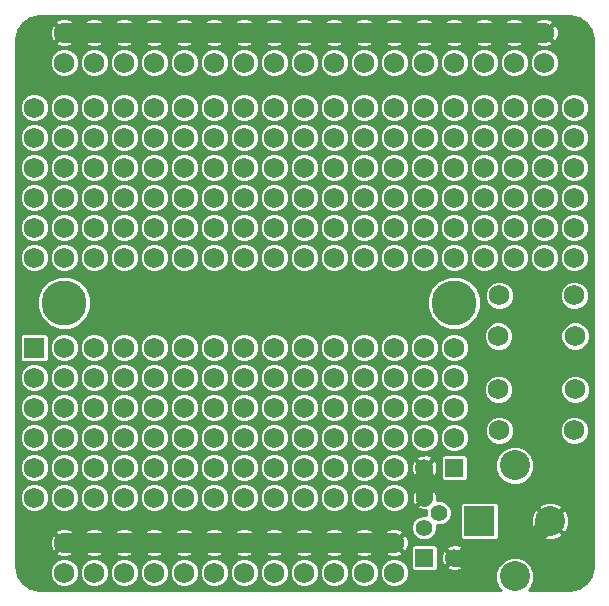
<source format=gbl>
G04 (created by PCBNEW-RS274X (2012-01-19 BZR 3256)-stable) date 4/28/2012 8:19:37 PM*
G01*
G70*
G90*
%MOIN*%
G04 Gerber Fmt 3.4, Leading zero omitted, Abs format*
%FSLAX34Y34*%
G04 APERTURE LIST*
%ADD10C,0.006000*%
%ADD11C,0.068000*%
%ADD12R,0.068000X0.068000*%
%ADD13C,0.100000*%
%ADD14R,0.100000X0.100000*%
%ADD15C,0.150000*%
%ADD16R,0.060000X0.060000*%
%ADD17C,0.060000*%
%ADD18C,0.055000*%
%ADD19C,0.055000*%
%ADD20C,0.068000*%
%ADD21C,0.010000*%
G04 APERTURE END LIST*
G54D10*
G54D11*
X52500Y-48000D03*
X53500Y-48000D03*
X54500Y-48000D03*
X55500Y-48000D03*
X56500Y-48000D03*
X57500Y-48000D03*
X58500Y-48000D03*
X51500Y-48000D03*
X50500Y-48000D03*
X49500Y-48000D03*
X48500Y-48000D03*
X47500Y-48000D03*
X61970Y-42886D03*
X61970Y-41114D03*
X64530Y-42886D03*
X64530Y-41114D03*
X62000Y-44250D03*
X47500Y-36500D03*
X47500Y-37500D03*
X47500Y-35500D03*
X48500Y-36500D03*
X48500Y-37500D03*
X48500Y-35500D03*
X49500Y-36500D03*
X49500Y-37500D03*
X49500Y-35500D03*
X50500Y-36500D03*
X50500Y-37500D03*
X50500Y-35500D03*
X51500Y-36500D03*
X51500Y-37500D03*
X51500Y-35500D03*
X52500Y-36500D03*
X52500Y-37500D03*
X52500Y-35500D03*
X53500Y-36500D03*
X53500Y-37500D03*
X53500Y-35500D03*
X54500Y-36500D03*
X54500Y-37500D03*
X54500Y-35500D03*
X55500Y-36500D03*
X55500Y-37500D03*
X55500Y-35500D03*
X56500Y-36500D03*
X56500Y-37500D03*
X56500Y-35500D03*
X57500Y-36500D03*
X57500Y-37500D03*
X57500Y-35500D03*
X58500Y-36500D03*
X58500Y-37500D03*
X58500Y-35500D03*
X59500Y-36500D03*
X59500Y-37500D03*
X59500Y-35500D03*
X60500Y-36500D03*
X60500Y-35500D03*
X56500Y-43500D03*
X56500Y-44500D03*
X56500Y-42500D03*
X60500Y-42500D03*
X60500Y-41500D03*
X63500Y-38500D03*
X63500Y-37500D03*
X63500Y-36500D03*
X63500Y-35500D03*
X63500Y-34500D03*
X63500Y-33500D03*
X64500Y-38500D03*
X64500Y-37500D03*
X64500Y-36500D03*
X64500Y-35500D03*
X64500Y-34500D03*
X64500Y-33500D03*
X46500Y-43500D03*
X46500Y-44500D03*
X46500Y-42500D03*
X47500Y-43500D03*
X47500Y-44500D03*
X47500Y-42500D03*
X48500Y-43500D03*
X48500Y-44500D03*
X48500Y-42500D03*
X49500Y-43500D03*
X49500Y-44500D03*
X49500Y-42500D03*
X50500Y-43500D03*
X50500Y-44500D03*
X50500Y-42500D03*
X51500Y-43500D03*
X51500Y-44500D03*
X51500Y-42500D03*
X52500Y-43500D03*
X52500Y-44500D03*
X52500Y-42500D03*
X53500Y-43500D03*
X53500Y-44500D03*
X53500Y-42500D03*
X54500Y-43500D03*
X54500Y-44500D03*
X54500Y-42500D03*
X55500Y-43500D03*
X55500Y-44500D03*
X55500Y-42500D03*
X57500Y-43500D03*
X57500Y-44500D03*
X57500Y-42500D03*
X58500Y-43500D03*
X58500Y-44500D03*
X58500Y-42500D03*
X59500Y-43500D03*
X59500Y-44500D03*
X59500Y-42500D03*
X60500Y-38500D03*
X60500Y-37500D03*
X62000Y-39750D03*
X60500Y-44500D03*
X60500Y-43500D03*
X46500Y-45500D03*
X47500Y-45500D03*
X48500Y-45500D03*
X49500Y-45500D03*
X50500Y-45500D03*
X51500Y-45500D03*
X52500Y-45500D03*
X52500Y-34500D03*
X51500Y-34500D03*
X50500Y-34500D03*
X49500Y-34500D03*
X48500Y-34500D03*
X47500Y-34500D03*
X46500Y-34500D03*
X46500Y-46500D03*
X47500Y-46500D03*
X48500Y-46500D03*
X49500Y-46500D03*
X50500Y-46500D03*
X51500Y-46500D03*
X52500Y-46500D03*
X52500Y-33500D03*
X51500Y-33500D03*
X50500Y-33500D03*
X49500Y-33500D03*
X48500Y-33500D03*
X47500Y-33500D03*
X46500Y-33500D03*
X55500Y-32000D03*
X56500Y-32000D03*
X57500Y-32000D03*
X58500Y-32000D03*
X59500Y-32000D03*
X60500Y-32000D03*
X61500Y-32000D03*
X62500Y-32000D03*
X63500Y-32000D03*
X47500Y-32000D03*
X48500Y-32000D03*
X54500Y-32000D03*
X53500Y-32000D03*
X52500Y-32000D03*
X51500Y-32000D03*
X50500Y-32000D03*
X49500Y-32000D03*
X55500Y-31000D03*
X56500Y-31000D03*
X57500Y-31000D03*
X58500Y-31000D03*
X59500Y-31000D03*
X60500Y-31000D03*
X61500Y-31000D03*
X62500Y-31000D03*
X63500Y-31000D03*
X47500Y-31000D03*
X48500Y-31000D03*
X54500Y-31000D03*
X53500Y-31000D03*
X52500Y-31000D03*
X51500Y-31000D03*
X50500Y-31000D03*
X49500Y-31000D03*
X60500Y-33500D03*
X59500Y-33500D03*
X58500Y-33500D03*
X57500Y-33500D03*
X56500Y-33500D03*
X55500Y-33500D03*
X54500Y-33500D03*
X53500Y-33500D03*
X60500Y-34500D03*
X59500Y-34500D03*
X58500Y-34500D03*
X57500Y-34500D03*
X56500Y-34500D03*
X55500Y-34500D03*
X54500Y-34500D03*
X53500Y-34500D03*
X47500Y-41500D03*
X48500Y-41500D03*
X49500Y-41500D03*
X50500Y-41500D03*
X51500Y-41500D03*
X52500Y-41500D03*
X53500Y-41500D03*
X54500Y-41500D03*
X55500Y-41500D03*
X56500Y-41500D03*
X57500Y-41500D03*
X58500Y-41500D03*
X59500Y-41500D03*
G54D12*
X46500Y-41500D03*
G54D11*
X59500Y-38500D03*
X58500Y-38500D03*
X57500Y-38500D03*
X56500Y-38500D03*
X55500Y-38500D03*
X54500Y-38500D03*
X53500Y-38500D03*
X52500Y-38500D03*
X51500Y-38500D03*
X50500Y-38500D03*
X49500Y-38500D03*
X48500Y-38500D03*
X47500Y-38500D03*
X46500Y-38500D03*
X46500Y-36500D03*
X46500Y-37500D03*
X46500Y-35500D03*
X64500Y-44250D03*
X64500Y-39750D03*
X61500Y-38500D03*
X61500Y-37500D03*
X61500Y-36500D03*
X61500Y-35500D03*
X61500Y-34500D03*
X61500Y-33500D03*
X62500Y-38500D03*
X62500Y-37500D03*
X62500Y-36500D03*
X62500Y-35500D03*
X62500Y-34500D03*
X62500Y-33500D03*
G54D13*
X63700Y-47275D03*
G54D14*
X61338Y-47275D03*
G54D13*
X62519Y-45425D03*
X62519Y-49125D03*
G54D15*
X60500Y-40000D03*
X47500Y-40000D03*
G54D16*
X60500Y-45500D03*
G54D17*
X59500Y-45500D03*
G54D16*
X59500Y-48500D03*
G54D17*
X60500Y-48500D03*
G54D11*
X58500Y-46500D03*
X57500Y-46500D03*
X56500Y-46500D03*
X55500Y-46500D03*
X54500Y-46500D03*
X53500Y-46500D03*
X58500Y-45500D03*
X57500Y-45500D03*
X56500Y-45500D03*
X55500Y-45500D03*
X54500Y-45500D03*
X53500Y-45500D03*
G54D18*
X59500Y-46500D03*
X60000Y-47000D03*
X59500Y-47500D03*
G54D11*
X52500Y-49000D03*
X53500Y-49000D03*
X54500Y-49000D03*
X55500Y-49000D03*
X56500Y-49000D03*
X57500Y-49000D03*
X58500Y-49000D03*
X51500Y-49000D03*
X50500Y-49000D03*
X49500Y-49000D03*
X48500Y-49000D03*
X47500Y-49000D03*
G54D19*
X59500Y-46500D02*
X59500Y-45500D01*
G54D20*
X63500Y-31000D02*
X62500Y-31000D01*
G54D21*
X46500Y-40500D02*
X46500Y-39500D01*
G54D20*
X57500Y-48000D02*
X58500Y-48000D01*
X57500Y-31000D02*
X56500Y-31000D01*
G54D19*
X61750Y-48500D02*
X62250Y-48000D01*
X62250Y-48000D02*
X62975Y-48000D01*
X62975Y-48000D02*
X63700Y-47275D01*
X60500Y-48500D02*
X61750Y-48500D01*
G54D21*
X46500Y-39500D02*
X47000Y-39000D01*
G54D20*
X56500Y-31000D02*
X55500Y-31000D01*
X61500Y-31000D02*
X60500Y-31000D01*
X56500Y-48000D02*
X57500Y-48000D01*
X60500Y-31000D02*
X59500Y-31000D01*
X49500Y-48000D02*
X50500Y-48000D01*
X49500Y-31000D02*
X48500Y-31000D01*
X52500Y-31000D02*
X51500Y-31000D01*
X48500Y-31000D02*
X47500Y-31000D01*
X55500Y-31000D02*
X54500Y-31000D01*
X59500Y-31000D02*
X58500Y-31000D01*
X53500Y-31000D02*
X52500Y-31000D01*
X53500Y-48000D02*
X54500Y-48000D01*
X54500Y-48000D02*
X55500Y-48000D01*
G54D21*
X47500Y-48000D02*
X47000Y-47500D01*
G54D20*
X54500Y-31000D02*
X53500Y-31000D01*
G54D21*
X47000Y-31500D02*
X47500Y-31000D01*
G54D20*
X50500Y-48000D02*
X51500Y-48000D01*
X52500Y-48000D02*
X53500Y-48000D01*
X51500Y-48000D02*
X52500Y-48000D01*
X62500Y-31000D02*
X61500Y-31000D01*
X50500Y-31000D02*
X49500Y-31000D01*
X47500Y-48000D02*
X48500Y-48000D01*
X51500Y-31000D02*
X50500Y-31000D01*
X55500Y-48000D02*
X56500Y-48000D01*
X48500Y-48000D02*
X49500Y-48000D01*
X58500Y-31000D02*
X57500Y-31000D01*
G54D21*
X47000Y-39000D02*
X47000Y-31500D01*
X47000Y-47500D02*
X47000Y-41000D01*
X47000Y-41000D02*
X46500Y-40500D01*
G54D10*
G36*
X65129Y-48799D02*
X65066Y-49108D01*
X65019Y-49178D01*
X65019Y-42984D01*
X65019Y-42789D01*
X65019Y-41212D01*
X65019Y-41017D01*
X64989Y-40944D01*
X64989Y-39848D01*
X64989Y-39653D01*
X64989Y-38598D01*
X64989Y-38403D01*
X64989Y-37598D01*
X64989Y-37403D01*
X64989Y-36598D01*
X64989Y-36403D01*
X64989Y-35598D01*
X64989Y-35403D01*
X64989Y-34598D01*
X64989Y-34403D01*
X64989Y-33598D01*
X64989Y-33403D01*
X64915Y-33223D01*
X64777Y-33086D01*
X64598Y-33011D01*
X64403Y-33011D01*
X64223Y-33085D01*
X64086Y-33223D01*
X64011Y-33402D01*
X64011Y-33597D01*
X64085Y-33777D01*
X64223Y-33914D01*
X64402Y-33989D01*
X64597Y-33989D01*
X64777Y-33915D01*
X64914Y-33777D01*
X64989Y-33598D01*
X64989Y-34403D01*
X64915Y-34223D01*
X64777Y-34086D01*
X64598Y-34011D01*
X64403Y-34011D01*
X64223Y-34085D01*
X64086Y-34223D01*
X64011Y-34402D01*
X64011Y-34597D01*
X64085Y-34777D01*
X64223Y-34914D01*
X64402Y-34989D01*
X64597Y-34989D01*
X64777Y-34915D01*
X64914Y-34777D01*
X64989Y-34598D01*
X64989Y-35403D01*
X64915Y-35223D01*
X64777Y-35086D01*
X64598Y-35011D01*
X64403Y-35011D01*
X64223Y-35085D01*
X64086Y-35223D01*
X64011Y-35402D01*
X64011Y-35597D01*
X64085Y-35777D01*
X64223Y-35914D01*
X64402Y-35989D01*
X64597Y-35989D01*
X64777Y-35915D01*
X64914Y-35777D01*
X64989Y-35598D01*
X64989Y-36403D01*
X64915Y-36223D01*
X64777Y-36086D01*
X64598Y-36011D01*
X64403Y-36011D01*
X64223Y-36085D01*
X64086Y-36223D01*
X64011Y-36402D01*
X64011Y-36597D01*
X64085Y-36777D01*
X64223Y-36914D01*
X64402Y-36989D01*
X64597Y-36989D01*
X64777Y-36915D01*
X64914Y-36777D01*
X64989Y-36598D01*
X64989Y-37403D01*
X64915Y-37223D01*
X64777Y-37086D01*
X64598Y-37011D01*
X64403Y-37011D01*
X64223Y-37085D01*
X64086Y-37223D01*
X64011Y-37402D01*
X64011Y-37597D01*
X64085Y-37777D01*
X64223Y-37914D01*
X64402Y-37989D01*
X64597Y-37989D01*
X64777Y-37915D01*
X64914Y-37777D01*
X64989Y-37598D01*
X64989Y-38403D01*
X64915Y-38223D01*
X64777Y-38086D01*
X64598Y-38011D01*
X64403Y-38011D01*
X64223Y-38085D01*
X64086Y-38223D01*
X64011Y-38402D01*
X64011Y-38597D01*
X64085Y-38777D01*
X64223Y-38914D01*
X64402Y-38989D01*
X64597Y-38989D01*
X64777Y-38915D01*
X64914Y-38777D01*
X64989Y-38598D01*
X64989Y-39653D01*
X64915Y-39473D01*
X64777Y-39336D01*
X64598Y-39261D01*
X64403Y-39261D01*
X64223Y-39335D01*
X64086Y-39473D01*
X64011Y-39652D01*
X64011Y-39847D01*
X64085Y-40027D01*
X64223Y-40164D01*
X64402Y-40239D01*
X64597Y-40239D01*
X64777Y-40165D01*
X64914Y-40027D01*
X64989Y-39848D01*
X64989Y-40944D01*
X64945Y-40837D01*
X64807Y-40700D01*
X64628Y-40625D01*
X64433Y-40625D01*
X64253Y-40699D01*
X64116Y-40837D01*
X64041Y-41016D01*
X64041Y-41211D01*
X64115Y-41391D01*
X64253Y-41528D01*
X64432Y-41603D01*
X64627Y-41603D01*
X64807Y-41529D01*
X64944Y-41391D01*
X65019Y-41212D01*
X65019Y-42789D01*
X64945Y-42609D01*
X64807Y-42472D01*
X64628Y-42397D01*
X64433Y-42397D01*
X64253Y-42471D01*
X64116Y-42609D01*
X64041Y-42788D01*
X64041Y-42983D01*
X64115Y-43163D01*
X64253Y-43300D01*
X64432Y-43375D01*
X64627Y-43375D01*
X64807Y-43301D01*
X64944Y-43163D01*
X65019Y-42984D01*
X65019Y-49178D01*
X64989Y-49223D01*
X64989Y-44348D01*
X64989Y-44153D01*
X64915Y-43973D01*
X64777Y-43836D01*
X64598Y-43761D01*
X64403Y-43761D01*
X64223Y-43835D01*
X64086Y-43973D01*
X64011Y-44152D01*
X64011Y-44347D01*
X64085Y-44527D01*
X64223Y-44664D01*
X64402Y-44739D01*
X64597Y-44739D01*
X64777Y-44665D01*
X64914Y-44527D01*
X64989Y-44348D01*
X64989Y-49223D01*
X64903Y-49352D01*
X64660Y-49515D01*
X64346Y-49578D01*
X64336Y-49578D01*
X64336Y-47402D01*
X64336Y-47149D01*
X64240Y-46915D01*
X64240Y-46914D01*
X64150Y-46860D01*
X64115Y-46895D01*
X64115Y-46825D01*
X64061Y-46735D01*
X63989Y-46705D01*
X63989Y-38598D01*
X63989Y-38403D01*
X63989Y-37598D01*
X63989Y-37403D01*
X63989Y-36598D01*
X63989Y-36403D01*
X63989Y-35598D01*
X63989Y-35403D01*
X63989Y-34598D01*
X63989Y-34403D01*
X63989Y-33598D01*
X63989Y-33403D01*
X63989Y-32098D01*
X63989Y-31903D01*
X63982Y-31885D01*
X63982Y-31090D01*
X63979Y-30898D01*
X63910Y-30733D01*
X63837Y-30698D01*
X63802Y-30733D01*
X63802Y-30663D01*
X63767Y-30590D01*
X63590Y-30518D01*
X63398Y-30521D01*
X63233Y-30590D01*
X63198Y-30663D01*
X63500Y-30965D01*
X63802Y-30663D01*
X63802Y-30733D01*
X63535Y-31000D01*
X63837Y-31302D01*
X63910Y-31267D01*
X63982Y-31090D01*
X63982Y-31885D01*
X63915Y-31723D01*
X63802Y-31610D01*
X63802Y-31337D01*
X63500Y-31035D01*
X63465Y-31070D01*
X63465Y-31000D01*
X63163Y-30698D01*
X63090Y-30733D01*
X63018Y-30910D01*
X63021Y-31102D01*
X63090Y-31267D01*
X63163Y-31302D01*
X63465Y-31000D01*
X63465Y-31070D01*
X63198Y-31337D01*
X63233Y-31410D01*
X63410Y-31482D01*
X63602Y-31479D01*
X63767Y-31410D01*
X63802Y-31337D01*
X63802Y-31610D01*
X63777Y-31586D01*
X63598Y-31511D01*
X63403Y-31511D01*
X63223Y-31585D01*
X63086Y-31723D01*
X63011Y-31902D01*
X63011Y-32097D01*
X63085Y-32277D01*
X63223Y-32414D01*
X63402Y-32489D01*
X63597Y-32489D01*
X63777Y-32415D01*
X63914Y-32277D01*
X63989Y-32098D01*
X63989Y-33403D01*
X63915Y-33223D01*
X63777Y-33086D01*
X63598Y-33011D01*
X63403Y-33011D01*
X63223Y-33085D01*
X63086Y-33223D01*
X63011Y-33402D01*
X63011Y-33597D01*
X63085Y-33777D01*
X63223Y-33914D01*
X63402Y-33989D01*
X63597Y-33989D01*
X63777Y-33915D01*
X63914Y-33777D01*
X63989Y-33598D01*
X63989Y-34403D01*
X63915Y-34223D01*
X63777Y-34086D01*
X63598Y-34011D01*
X63403Y-34011D01*
X63223Y-34085D01*
X63086Y-34223D01*
X63011Y-34402D01*
X63011Y-34597D01*
X63085Y-34777D01*
X63223Y-34914D01*
X63402Y-34989D01*
X63597Y-34989D01*
X63777Y-34915D01*
X63914Y-34777D01*
X63989Y-34598D01*
X63989Y-35403D01*
X63915Y-35223D01*
X63777Y-35086D01*
X63598Y-35011D01*
X63403Y-35011D01*
X63223Y-35085D01*
X63086Y-35223D01*
X63011Y-35402D01*
X63011Y-35597D01*
X63085Y-35777D01*
X63223Y-35914D01*
X63402Y-35989D01*
X63597Y-35989D01*
X63777Y-35915D01*
X63914Y-35777D01*
X63989Y-35598D01*
X63989Y-36403D01*
X63915Y-36223D01*
X63777Y-36086D01*
X63598Y-36011D01*
X63403Y-36011D01*
X63223Y-36085D01*
X63086Y-36223D01*
X63011Y-36402D01*
X63011Y-36597D01*
X63085Y-36777D01*
X63223Y-36914D01*
X63402Y-36989D01*
X63597Y-36989D01*
X63777Y-36915D01*
X63914Y-36777D01*
X63989Y-36598D01*
X63989Y-37403D01*
X63915Y-37223D01*
X63777Y-37086D01*
X63598Y-37011D01*
X63403Y-37011D01*
X63223Y-37085D01*
X63086Y-37223D01*
X63011Y-37402D01*
X63011Y-37597D01*
X63085Y-37777D01*
X63223Y-37914D01*
X63402Y-37989D01*
X63597Y-37989D01*
X63777Y-37915D01*
X63914Y-37777D01*
X63989Y-37598D01*
X63989Y-38403D01*
X63915Y-38223D01*
X63777Y-38086D01*
X63598Y-38011D01*
X63403Y-38011D01*
X63223Y-38085D01*
X63086Y-38223D01*
X63011Y-38402D01*
X63011Y-38597D01*
X63085Y-38777D01*
X63223Y-38914D01*
X63402Y-38989D01*
X63597Y-38989D01*
X63777Y-38915D01*
X63914Y-38777D01*
X63989Y-38598D01*
X63989Y-46705D01*
X63827Y-46639D01*
X63574Y-46639D01*
X63340Y-46735D01*
X63339Y-46735D01*
X63285Y-46825D01*
X63700Y-47240D01*
X64115Y-46825D01*
X64115Y-46895D01*
X63735Y-47275D01*
X64150Y-47690D01*
X64240Y-47636D01*
X64336Y-47402D01*
X64336Y-49578D01*
X64115Y-49578D01*
X64115Y-47725D01*
X63700Y-47310D01*
X63665Y-47345D01*
X63665Y-47275D01*
X63250Y-46860D01*
X63168Y-46909D01*
X63168Y-45554D01*
X63168Y-45296D01*
X63069Y-45057D01*
X62989Y-44977D01*
X62989Y-38598D01*
X62989Y-38403D01*
X62989Y-37598D01*
X62989Y-37403D01*
X62989Y-36598D01*
X62989Y-36403D01*
X62989Y-35598D01*
X62989Y-35403D01*
X62989Y-34598D01*
X62989Y-34403D01*
X62989Y-33598D01*
X62989Y-33403D01*
X62989Y-32098D01*
X62989Y-31903D01*
X62982Y-31885D01*
X62982Y-31090D01*
X62979Y-30898D01*
X62910Y-30733D01*
X62837Y-30698D01*
X62802Y-30733D01*
X62802Y-30663D01*
X62767Y-30590D01*
X62590Y-30518D01*
X62398Y-30521D01*
X62233Y-30590D01*
X62198Y-30663D01*
X62500Y-30965D01*
X62802Y-30663D01*
X62802Y-30733D01*
X62535Y-31000D01*
X62837Y-31302D01*
X62910Y-31267D01*
X62982Y-31090D01*
X62982Y-31885D01*
X62915Y-31723D01*
X62802Y-31610D01*
X62802Y-31337D01*
X62500Y-31035D01*
X62465Y-31070D01*
X62465Y-31000D01*
X62163Y-30698D01*
X62090Y-30733D01*
X62018Y-30910D01*
X62021Y-31102D01*
X62090Y-31267D01*
X62163Y-31302D01*
X62465Y-31000D01*
X62465Y-31070D01*
X62198Y-31337D01*
X62233Y-31410D01*
X62410Y-31482D01*
X62602Y-31479D01*
X62767Y-31410D01*
X62802Y-31337D01*
X62802Y-31610D01*
X62777Y-31586D01*
X62598Y-31511D01*
X62403Y-31511D01*
X62223Y-31585D01*
X62086Y-31723D01*
X62011Y-31902D01*
X62011Y-32097D01*
X62085Y-32277D01*
X62223Y-32414D01*
X62402Y-32489D01*
X62597Y-32489D01*
X62777Y-32415D01*
X62914Y-32277D01*
X62989Y-32098D01*
X62989Y-33403D01*
X62915Y-33223D01*
X62777Y-33086D01*
X62598Y-33011D01*
X62403Y-33011D01*
X62223Y-33085D01*
X62086Y-33223D01*
X62011Y-33402D01*
X62011Y-33597D01*
X62085Y-33777D01*
X62223Y-33914D01*
X62402Y-33989D01*
X62597Y-33989D01*
X62777Y-33915D01*
X62914Y-33777D01*
X62989Y-33598D01*
X62989Y-34403D01*
X62915Y-34223D01*
X62777Y-34086D01*
X62598Y-34011D01*
X62403Y-34011D01*
X62223Y-34085D01*
X62086Y-34223D01*
X62011Y-34402D01*
X62011Y-34597D01*
X62085Y-34777D01*
X62223Y-34914D01*
X62402Y-34989D01*
X62597Y-34989D01*
X62777Y-34915D01*
X62914Y-34777D01*
X62989Y-34598D01*
X62989Y-35403D01*
X62915Y-35223D01*
X62777Y-35086D01*
X62598Y-35011D01*
X62403Y-35011D01*
X62223Y-35085D01*
X62086Y-35223D01*
X62011Y-35402D01*
X62011Y-35597D01*
X62085Y-35777D01*
X62223Y-35914D01*
X62402Y-35989D01*
X62597Y-35989D01*
X62777Y-35915D01*
X62914Y-35777D01*
X62989Y-35598D01*
X62989Y-36403D01*
X62915Y-36223D01*
X62777Y-36086D01*
X62598Y-36011D01*
X62403Y-36011D01*
X62223Y-36085D01*
X62086Y-36223D01*
X62011Y-36402D01*
X62011Y-36597D01*
X62085Y-36777D01*
X62223Y-36914D01*
X62402Y-36989D01*
X62597Y-36989D01*
X62777Y-36915D01*
X62914Y-36777D01*
X62989Y-36598D01*
X62989Y-37403D01*
X62915Y-37223D01*
X62777Y-37086D01*
X62598Y-37011D01*
X62403Y-37011D01*
X62223Y-37085D01*
X62086Y-37223D01*
X62011Y-37402D01*
X62011Y-37597D01*
X62085Y-37777D01*
X62223Y-37914D01*
X62402Y-37989D01*
X62597Y-37989D01*
X62777Y-37915D01*
X62914Y-37777D01*
X62989Y-37598D01*
X62989Y-38403D01*
X62915Y-38223D01*
X62777Y-38086D01*
X62598Y-38011D01*
X62403Y-38011D01*
X62223Y-38085D01*
X62086Y-38223D01*
X62011Y-38402D01*
X62011Y-38597D01*
X62085Y-38777D01*
X62223Y-38914D01*
X62402Y-38989D01*
X62597Y-38989D01*
X62777Y-38915D01*
X62914Y-38777D01*
X62989Y-38598D01*
X62989Y-44977D01*
X62887Y-44875D01*
X62648Y-44776D01*
X62489Y-44776D01*
X62489Y-44348D01*
X62489Y-44153D01*
X62489Y-39848D01*
X62489Y-39653D01*
X62415Y-39473D01*
X62277Y-39336D01*
X62098Y-39261D01*
X61989Y-39261D01*
X61989Y-38598D01*
X61989Y-38403D01*
X61989Y-37598D01*
X61989Y-37403D01*
X61989Y-36598D01*
X61989Y-36403D01*
X61989Y-35598D01*
X61989Y-35403D01*
X61989Y-34598D01*
X61989Y-34403D01*
X61989Y-33598D01*
X61989Y-33403D01*
X61989Y-32098D01*
X61989Y-31903D01*
X61982Y-31885D01*
X61982Y-31090D01*
X61979Y-30898D01*
X61910Y-30733D01*
X61837Y-30698D01*
X61802Y-30733D01*
X61802Y-30663D01*
X61767Y-30590D01*
X61590Y-30518D01*
X61398Y-30521D01*
X61233Y-30590D01*
X61198Y-30663D01*
X61500Y-30965D01*
X61802Y-30663D01*
X61802Y-30733D01*
X61535Y-31000D01*
X61837Y-31302D01*
X61910Y-31267D01*
X61982Y-31090D01*
X61982Y-31885D01*
X61915Y-31723D01*
X61802Y-31610D01*
X61802Y-31337D01*
X61500Y-31035D01*
X61465Y-31070D01*
X61465Y-31000D01*
X61163Y-30698D01*
X61090Y-30733D01*
X61018Y-30910D01*
X61021Y-31102D01*
X61090Y-31267D01*
X61163Y-31302D01*
X61465Y-31000D01*
X61465Y-31070D01*
X61198Y-31337D01*
X61233Y-31410D01*
X61410Y-31482D01*
X61602Y-31479D01*
X61767Y-31410D01*
X61802Y-31337D01*
X61802Y-31610D01*
X61777Y-31586D01*
X61598Y-31511D01*
X61403Y-31511D01*
X61223Y-31585D01*
X61086Y-31723D01*
X61011Y-31902D01*
X61011Y-32097D01*
X61085Y-32277D01*
X61223Y-32414D01*
X61402Y-32489D01*
X61597Y-32489D01*
X61777Y-32415D01*
X61914Y-32277D01*
X61989Y-32098D01*
X61989Y-33403D01*
X61915Y-33223D01*
X61777Y-33086D01*
X61598Y-33011D01*
X61403Y-33011D01*
X61223Y-33085D01*
X61086Y-33223D01*
X61011Y-33402D01*
X61011Y-33597D01*
X61085Y-33777D01*
X61223Y-33914D01*
X61402Y-33989D01*
X61597Y-33989D01*
X61777Y-33915D01*
X61914Y-33777D01*
X61989Y-33598D01*
X61989Y-34403D01*
X61915Y-34223D01*
X61777Y-34086D01*
X61598Y-34011D01*
X61403Y-34011D01*
X61223Y-34085D01*
X61086Y-34223D01*
X61011Y-34402D01*
X61011Y-34597D01*
X61085Y-34777D01*
X61223Y-34914D01*
X61402Y-34989D01*
X61597Y-34989D01*
X61777Y-34915D01*
X61914Y-34777D01*
X61989Y-34598D01*
X61989Y-35403D01*
X61915Y-35223D01*
X61777Y-35086D01*
X61598Y-35011D01*
X61403Y-35011D01*
X61223Y-35085D01*
X61086Y-35223D01*
X61011Y-35402D01*
X61011Y-35597D01*
X61085Y-35777D01*
X61223Y-35914D01*
X61402Y-35989D01*
X61597Y-35989D01*
X61777Y-35915D01*
X61914Y-35777D01*
X61989Y-35598D01*
X61989Y-36403D01*
X61915Y-36223D01*
X61777Y-36086D01*
X61598Y-36011D01*
X61403Y-36011D01*
X61223Y-36085D01*
X61086Y-36223D01*
X61011Y-36402D01*
X61011Y-36597D01*
X61085Y-36777D01*
X61223Y-36914D01*
X61402Y-36989D01*
X61597Y-36989D01*
X61777Y-36915D01*
X61914Y-36777D01*
X61989Y-36598D01*
X61989Y-37403D01*
X61915Y-37223D01*
X61777Y-37086D01*
X61598Y-37011D01*
X61403Y-37011D01*
X61223Y-37085D01*
X61086Y-37223D01*
X61011Y-37402D01*
X61011Y-37597D01*
X61085Y-37777D01*
X61223Y-37914D01*
X61402Y-37989D01*
X61597Y-37989D01*
X61777Y-37915D01*
X61914Y-37777D01*
X61989Y-37598D01*
X61989Y-38403D01*
X61915Y-38223D01*
X61777Y-38086D01*
X61598Y-38011D01*
X61403Y-38011D01*
X61223Y-38085D01*
X61086Y-38223D01*
X61011Y-38402D01*
X61011Y-38597D01*
X61085Y-38777D01*
X61223Y-38914D01*
X61402Y-38989D01*
X61597Y-38989D01*
X61777Y-38915D01*
X61914Y-38777D01*
X61989Y-38598D01*
X61989Y-39261D01*
X61903Y-39261D01*
X61723Y-39335D01*
X61586Y-39473D01*
X61511Y-39652D01*
X61511Y-39847D01*
X61585Y-40027D01*
X61723Y-40164D01*
X61902Y-40239D01*
X62097Y-40239D01*
X62277Y-40165D01*
X62414Y-40027D01*
X62489Y-39848D01*
X62489Y-44153D01*
X62459Y-44080D01*
X62459Y-42984D01*
X62459Y-42789D01*
X62459Y-41212D01*
X62459Y-41017D01*
X62385Y-40837D01*
X62247Y-40700D01*
X62068Y-40625D01*
X61873Y-40625D01*
X61693Y-40699D01*
X61556Y-40837D01*
X61481Y-41016D01*
X61481Y-41211D01*
X61555Y-41391D01*
X61693Y-41528D01*
X61872Y-41603D01*
X62067Y-41603D01*
X62247Y-41529D01*
X62384Y-41391D01*
X62459Y-41212D01*
X62459Y-42789D01*
X62385Y-42609D01*
X62247Y-42472D01*
X62068Y-42397D01*
X61873Y-42397D01*
X61693Y-42471D01*
X61556Y-42609D01*
X61481Y-42788D01*
X61481Y-42983D01*
X61555Y-43163D01*
X61693Y-43300D01*
X61872Y-43375D01*
X62067Y-43375D01*
X62247Y-43301D01*
X62384Y-43163D01*
X62459Y-42984D01*
X62459Y-44080D01*
X62415Y-43973D01*
X62277Y-43836D01*
X62098Y-43761D01*
X61903Y-43761D01*
X61723Y-43835D01*
X61586Y-43973D01*
X61511Y-44152D01*
X61511Y-44347D01*
X61585Y-44527D01*
X61723Y-44664D01*
X61902Y-44739D01*
X62097Y-44739D01*
X62277Y-44665D01*
X62414Y-44527D01*
X62489Y-44348D01*
X62489Y-44776D01*
X62390Y-44776D01*
X62151Y-44875D01*
X61969Y-45057D01*
X61870Y-45296D01*
X61870Y-45554D01*
X61969Y-45793D01*
X62151Y-45975D01*
X62390Y-46074D01*
X62648Y-46074D01*
X62887Y-45975D01*
X63069Y-45793D01*
X63168Y-45554D01*
X63168Y-46909D01*
X63160Y-46914D01*
X63064Y-47148D01*
X63064Y-47401D01*
X63160Y-47635D01*
X63160Y-47636D01*
X63250Y-47690D01*
X63665Y-47275D01*
X63665Y-47345D01*
X63285Y-47725D01*
X63339Y-47815D01*
X63573Y-47911D01*
X63826Y-47911D01*
X64060Y-47815D01*
X64061Y-47815D01*
X64115Y-47725D01*
X64115Y-49578D01*
X62984Y-49578D01*
X63069Y-49493D01*
X63168Y-49254D01*
X63168Y-48996D01*
X63069Y-48757D01*
X62887Y-48575D01*
X62648Y-48476D01*
X62390Y-48476D01*
X62151Y-48575D01*
X61987Y-48739D01*
X61987Y-47804D01*
X61987Y-47745D01*
X61987Y-46745D01*
X61964Y-46690D01*
X61922Y-46648D01*
X61867Y-46626D01*
X61808Y-46626D01*
X61400Y-46626D01*
X61400Y-40180D01*
X61400Y-39822D01*
X61263Y-39491D01*
X61011Y-39238D01*
X60989Y-39228D01*
X60989Y-38598D01*
X60989Y-38403D01*
X60989Y-37598D01*
X60989Y-37403D01*
X60989Y-36598D01*
X60989Y-36403D01*
X60989Y-35598D01*
X60989Y-35403D01*
X60989Y-34598D01*
X60989Y-34403D01*
X60989Y-33598D01*
X60989Y-33403D01*
X60989Y-32098D01*
X60989Y-31903D01*
X60982Y-31885D01*
X60982Y-31090D01*
X60979Y-30898D01*
X60910Y-30733D01*
X60837Y-30698D01*
X60802Y-30733D01*
X60802Y-30663D01*
X60767Y-30590D01*
X60590Y-30518D01*
X60398Y-30521D01*
X60233Y-30590D01*
X60198Y-30663D01*
X60500Y-30965D01*
X60802Y-30663D01*
X60802Y-30733D01*
X60535Y-31000D01*
X60837Y-31302D01*
X60910Y-31267D01*
X60982Y-31090D01*
X60982Y-31885D01*
X60915Y-31723D01*
X60802Y-31610D01*
X60802Y-31337D01*
X60500Y-31035D01*
X60465Y-31070D01*
X60465Y-31000D01*
X60163Y-30698D01*
X60090Y-30733D01*
X60018Y-30910D01*
X60021Y-31102D01*
X60090Y-31267D01*
X60163Y-31302D01*
X60465Y-31000D01*
X60465Y-31070D01*
X60198Y-31337D01*
X60233Y-31410D01*
X60410Y-31482D01*
X60602Y-31479D01*
X60767Y-31410D01*
X60802Y-31337D01*
X60802Y-31610D01*
X60777Y-31586D01*
X60598Y-31511D01*
X60403Y-31511D01*
X60223Y-31585D01*
X60086Y-31723D01*
X60011Y-31902D01*
X60011Y-32097D01*
X60085Y-32277D01*
X60223Y-32414D01*
X60402Y-32489D01*
X60597Y-32489D01*
X60777Y-32415D01*
X60914Y-32277D01*
X60989Y-32098D01*
X60989Y-33403D01*
X60915Y-33223D01*
X60777Y-33086D01*
X60598Y-33011D01*
X60403Y-33011D01*
X60223Y-33085D01*
X60086Y-33223D01*
X60011Y-33402D01*
X60011Y-33597D01*
X60085Y-33777D01*
X60223Y-33914D01*
X60402Y-33989D01*
X60597Y-33989D01*
X60777Y-33915D01*
X60914Y-33777D01*
X60989Y-33598D01*
X60989Y-34403D01*
X60915Y-34223D01*
X60777Y-34086D01*
X60598Y-34011D01*
X60403Y-34011D01*
X60223Y-34085D01*
X60086Y-34223D01*
X60011Y-34402D01*
X60011Y-34597D01*
X60085Y-34777D01*
X60223Y-34914D01*
X60402Y-34989D01*
X60597Y-34989D01*
X60777Y-34915D01*
X60914Y-34777D01*
X60989Y-34598D01*
X60989Y-35403D01*
X60915Y-35223D01*
X60777Y-35086D01*
X60598Y-35011D01*
X60403Y-35011D01*
X60223Y-35085D01*
X60086Y-35223D01*
X60011Y-35402D01*
X60011Y-35597D01*
X60085Y-35777D01*
X60223Y-35914D01*
X60402Y-35989D01*
X60597Y-35989D01*
X60777Y-35915D01*
X60914Y-35777D01*
X60989Y-35598D01*
X60989Y-36403D01*
X60915Y-36223D01*
X60777Y-36086D01*
X60598Y-36011D01*
X60403Y-36011D01*
X60223Y-36085D01*
X60086Y-36223D01*
X60011Y-36402D01*
X60011Y-36597D01*
X60085Y-36777D01*
X60223Y-36914D01*
X60402Y-36989D01*
X60597Y-36989D01*
X60777Y-36915D01*
X60914Y-36777D01*
X60989Y-36598D01*
X60989Y-37403D01*
X60915Y-37223D01*
X60777Y-37086D01*
X60598Y-37011D01*
X60403Y-37011D01*
X60223Y-37085D01*
X60086Y-37223D01*
X60011Y-37402D01*
X60011Y-37597D01*
X60085Y-37777D01*
X60223Y-37914D01*
X60402Y-37989D01*
X60597Y-37989D01*
X60777Y-37915D01*
X60914Y-37777D01*
X60989Y-37598D01*
X60989Y-38403D01*
X60915Y-38223D01*
X60777Y-38086D01*
X60598Y-38011D01*
X60403Y-38011D01*
X60223Y-38085D01*
X60086Y-38223D01*
X60011Y-38402D01*
X60011Y-38597D01*
X60085Y-38777D01*
X60223Y-38914D01*
X60402Y-38989D01*
X60597Y-38989D01*
X60777Y-38915D01*
X60914Y-38777D01*
X60989Y-38598D01*
X60989Y-39228D01*
X60680Y-39100D01*
X60322Y-39100D01*
X59991Y-39237D01*
X59989Y-39238D01*
X59989Y-38598D01*
X59989Y-38403D01*
X59989Y-37598D01*
X59989Y-37403D01*
X59989Y-36598D01*
X59989Y-36403D01*
X59989Y-35598D01*
X59989Y-35403D01*
X59989Y-34598D01*
X59989Y-34403D01*
X59989Y-33598D01*
X59989Y-33403D01*
X59989Y-32098D01*
X59989Y-31903D01*
X59982Y-31885D01*
X59982Y-31090D01*
X59979Y-30898D01*
X59910Y-30733D01*
X59837Y-30698D01*
X59802Y-30733D01*
X59802Y-30663D01*
X59767Y-30590D01*
X59590Y-30518D01*
X59398Y-30521D01*
X59233Y-30590D01*
X59198Y-30663D01*
X59500Y-30965D01*
X59802Y-30663D01*
X59802Y-30733D01*
X59535Y-31000D01*
X59837Y-31302D01*
X59910Y-31267D01*
X59982Y-31090D01*
X59982Y-31885D01*
X59915Y-31723D01*
X59802Y-31610D01*
X59802Y-31337D01*
X59500Y-31035D01*
X59465Y-31070D01*
X59465Y-31000D01*
X59163Y-30698D01*
X59090Y-30733D01*
X59018Y-30910D01*
X59021Y-31102D01*
X59090Y-31267D01*
X59163Y-31302D01*
X59465Y-31000D01*
X59465Y-31070D01*
X59198Y-31337D01*
X59233Y-31410D01*
X59410Y-31482D01*
X59602Y-31479D01*
X59767Y-31410D01*
X59802Y-31337D01*
X59802Y-31610D01*
X59777Y-31586D01*
X59598Y-31511D01*
X59403Y-31511D01*
X59223Y-31585D01*
X59086Y-31723D01*
X59011Y-31902D01*
X59011Y-32097D01*
X59085Y-32277D01*
X59223Y-32414D01*
X59402Y-32489D01*
X59597Y-32489D01*
X59777Y-32415D01*
X59914Y-32277D01*
X59989Y-32098D01*
X59989Y-33403D01*
X59915Y-33223D01*
X59777Y-33086D01*
X59598Y-33011D01*
X59403Y-33011D01*
X59223Y-33085D01*
X59086Y-33223D01*
X59011Y-33402D01*
X59011Y-33597D01*
X59085Y-33777D01*
X59223Y-33914D01*
X59402Y-33989D01*
X59597Y-33989D01*
X59777Y-33915D01*
X59914Y-33777D01*
X59989Y-33598D01*
X59989Y-34403D01*
X59915Y-34223D01*
X59777Y-34086D01*
X59598Y-34011D01*
X59403Y-34011D01*
X59223Y-34085D01*
X59086Y-34223D01*
X59011Y-34402D01*
X59011Y-34597D01*
X59085Y-34777D01*
X59223Y-34914D01*
X59402Y-34989D01*
X59597Y-34989D01*
X59777Y-34915D01*
X59914Y-34777D01*
X59989Y-34598D01*
X59989Y-35403D01*
X59915Y-35223D01*
X59777Y-35086D01*
X59598Y-35011D01*
X59403Y-35011D01*
X59223Y-35085D01*
X59086Y-35223D01*
X59011Y-35402D01*
X59011Y-35597D01*
X59085Y-35777D01*
X59223Y-35914D01*
X59402Y-35989D01*
X59597Y-35989D01*
X59777Y-35915D01*
X59914Y-35777D01*
X59989Y-35598D01*
X59989Y-36403D01*
X59915Y-36223D01*
X59777Y-36086D01*
X59598Y-36011D01*
X59403Y-36011D01*
X59223Y-36085D01*
X59086Y-36223D01*
X59011Y-36402D01*
X59011Y-36597D01*
X59085Y-36777D01*
X59223Y-36914D01*
X59402Y-36989D01*
X59597Y-36989D01*
X59777Y-36915D01*
X59914Y-36777D01*
X59989Y-36598D01*
X59989Y-37403D01*
X59915Y-37223D01*
X59777Y-37086D01*
X59598Y-37011D01*
X59403Y-37011D01*
X59223Y-37085D01*
X59086Y-37223D01*
X59011Y-37402D01*
X59011Y-37597D01*
X59085Y-37777D01*
X59223Y-37914D01*
X59402Y-37989D01*
X59597Y-37989D01*
X59777Y-37915D01*
X59914Y-37777D01*
X59989Y-37598D01*
X59989Y-38403D01*
X59915Y-38223D01*
X59777Y-38086D01*
X59598Y-38011D01*
X59403Y-38011D01*
X59223Y-38085D01*
X59086Y-38223D01*
X59011Y-38402D01*
X59011Y-38597D01*
X59085Y-38777D01*
X59223Y-38914D01*
X59402Y-38989D01*
X59597Y-38989D01*
X59777Y-38915D01*
X59914Y-38777D01*
X59989Y-38598D01*
X59989Y-39238D01*
X59738Y-39489D01*
X59600Y-39820D01*
X59600Y-40178D01*
X59737Y-40509D01*
X59989Y-40762D01*
X60320Y-40900D01*
X60678Y-40900D01*
X61009Y-40763D01*
X61262Y-40511D01*
X61400Y-40180D01*
X61400Y-46626D01*
X60989Y-46626D01*
X60989Y-44598D01*
X60989Y-44403D01*
X60989Y-43598D01*
X60989Y-43403D01*
X60989Y-42598D01*
X60989Y-42403D01*
X60989Y-41598D01*
X60989Y-41403D01*
X60915Y-41223D01*
X60777Y-41086D01*
X60598Y-41011D01*
X60403Y-41011D01*
X60223Y-41085D01*
X60086Y-41223D01*
X60011Y-41402D01*
X60011Y-41597D01*
X60085Y-41777D01*
X60223Y-41914D01*
X60402Y-41989D01*
X60597Y-41989D01*
X60777Y-41915D01*
X60914Y-41777D01*
X60989Y-41598D01*
X60989Y-42403D01*
X60915Y-42223D01*
X60777Y-42086D01*
X60598Y-42011D01*
X60403Y-42011D01*
X60223Y-42085D01*
X60086Y-42223D01*
X60011Y-42402D01*
X60011Y-42597D01*
X60085Y-42777D01*
X60223Y-42914D01*
X60402Y-42989D01*
X60597Y-42989D01*
X60777Y-42915D01*
X60914Y-42777D01*
X60989Y-42598D01*
X60989Y-43403D01*
X60915Y-43223D01*
X60777Y-43086D01*
X60598Y-43011D01*
X60403Y-43011D01*
X60223Y-43085D01*
X60086Y-43223D01*
X60011Y-43402D01*
X60011Y-43597D01*
X60085Y-43777D01*
X60223Y-43914D01*
X60402Y-43989D01*
X60597Y-43989D01*
X60777Y-43915D01*
X60914Y-43777D01*
X60989Y-43598D01*
X60989Y-44403D01*
X60915Y-44223D01*
X60777Y-44086D01*
X60598Y-44011D01*
X60403Y-44011D01*
X60223Y-44085D01*
X60086Y-44223D01*
X60011Y-44402D01*
X60011Y-44597D01*
X60085Y-44777D01*
X60223Y-44914D01*
X60402Y-44989D01*
X60597Y-44989D01*
X60777Y-44915D01*
X60914Y-44777D01*
X60989Y-44598D01*
X60989Y-46626D01*
X60949Y-46626D01*
X60949Y-45829D01*
X60949Y-45770D01*
X60949Y-45170D01*
X60926Y-45115D01*
X60884Y-45073D01*
X60829Y-45051D01*
X60770Y-45051D01*
X60170Y-45051D01*
X60115Y-45074D01*
X60073Y-45116D01*
X60051Y-45171D01*
X60051Y-45230D01*
X60051Y-45830D01*
X60074Y-45885D01*
X60116Y-45927D01*
X60171Y-45949D01*
X60230Y-45949D01*
X60830Y-45949D01*
X60885Y-45926D01*
X60927Y-45884D01*
X60949Y-45829D01*
X60949Y-46626D01*
X60808Y-46626D01*
X60753Y-46649D01*
X60711Y-46691D01*
X60689Y-46746D01*
X60689Y-46805D01*
X60689Y-47805D01*
X60712Y-47860D01*
X60754Y-47902D01*
X60809Y-47924D01*
X60868Y-47924D01*
X61868Y-47924D01*
X61923Y-47901D01*
X61965Y-47859D01*
X61987Y-47804D01*
X61987Y-48739D01*
X61969Y-48757D01*
X61870Y-48996D01*
X61870Y-49254D01*
X61969Y-49493D01*
X62054Y-49578D01*
X60943Y-49578D01*
X60943Y-48581D01*
X60940Y-48405D01*
X60878Y-48256D01*
X60809Y-48226D01*
X60774Y-48261D01*
X60774Y-48191D01*
X60744Y-48122D01*
X60581Y-48057D01*
X60425Y-48059D01*
X60425Y-47085D01*
X60425Y-46916D01*
X60361Y-46760D01*
X60241Y-46640D01*
X60085Y-46575D01*
X59989Y-46575D01*
X59989Y-44598D01*
X59989Y-44403D01*
X59989Y-43598D01*
X59989Y-43403D01*
X59989Y-42598D01*
X59989Y-42403D01*
X59989Y-41598D01*
X59989Y-41403D01*
X59915Y-41223D01*
X59777Y-41086D01*
X59598Y-41011D01*
X59403Y-41011D01*
X59223Y-41085D01*
X59086Y-41223D01*
X59011Y-41402D01*
X59011Y-41597D01*
X59085Y-41777D01*
X59223Y-41914D01*
X59402Y-41989D01*
X59597Y-41989D01*
X59777Y-41915D01*
X59914Y-41777D01*
X59989Y-41598D01*
X59989Y-42403D01*
X59915Y-42223D01*
X59777Y-42086D01*
X59598Y-42011D01*
X59403Y-42011D01*
X59223Y-42085D01*
X59086Y-42223D01*
X59011Y-42402D01*
X59011Y-42597D01*
X59085Y-42777D01*
X59223Y-42914D01*
X59402Y-42989D01*
X59597Y-42989D01*
X59777Y-42915D01*
X59914Y-42777D01*
X59989Y-42598D01*
X59989Y-43403D01*
X59915Y-43223D01*
X59777Y-43086D01*
X59598Y-43011D01*
X59403Y-43011D01*
X59223Y-43085D01*
X59086Y-43223D01*
X59011Y-43402D01*
X59011Y-43597D01*
X59085Y-43777D01*
X59223Y-43914D01*
X59402Y-43989D01*
X59597Y-43989D01*
X59777Y-43915D01*
X59914Y-43777D01*
X59989Y-43598D01*
X59989Y-44403D01*
X59915Y-44223D01*
X59777Y-44086D01*
X59598Y-44011D01*
X59403Y-44011D01*
X59223Y-44085D01*
X59086Y-44223D01*
X59011Y-44402D01*
X59011Y-44597D01*
X59085Y-44777D01*
X59223Y-44914D01*
X59402Y-44989D01*
X59597Y-44989D01*
X59777Y-44915D01*
X59914Y-44777D01*
X59989Y-44598D01*
X59989Y-46575D01*
X59943Y-46575D01*
X59943Y-45581D01*
X59940Y-45405D01*
X59878Y-45256D01*
X59809Y-45226D01*
X59774Y-45261D01*
X59774Y-45191D01*
X59744Y-45122D01*
X59581Y-45057D01*
X59405Y-45060D01*
X59256Y-45122D01*
X59226Y-45191D01*
X59500Y-45465D01*
X59774Y-45191D01*
X59774Y-45261D01*
X59535Y-45500D01*
X59809Y-45774D01*
X59878Y-45744D01*
X59943Y-45581D01*
X59943Y-46575D01*
X59919Y-46575D01*
X59915Y-46409D01*
X59858Y-46271D01*
X59791Y-46244D01*
X59774Y-46261D01*
X59774Y-45809D01*
X59500Y-45535D01*
X59465Y-45570D01*
X59465Y-45500D01*
X59191Y-45226D01*
X59122Y-45256D01*
X59057Y-45419D01*
X59060Y-45595D01*
X59122Y-45744D01*
X59191Y-45774D01*
X59465Y-45500D01*
X59465Y-45570D01*
X59226Y-45809D01*
X59256Y-45878D01*
X59419Y-45943D01*
X59595Y-45940D01*
X59744Y-45878D01*
X59774Y-45809D01*
X59774Y-46261D01*
X59756Y-46279D01*
X59756Y-46209D01*
X59729Y-46142D01*
X59575Y-46081D01*
X59409Y-46085D01*
X59271Y-46142D01*
X59244Y-46209D01*
X59500Y-46465D01*
X59756Y-46209D01*
X59756Y-46279D01*
X59535Y-46500D01*
X59500Y-46535D01*
X59465Y-46570D01*
X59465Y-46500D01*
X59209Y-46244D01*
X59142Y-46271D01*
X59081Y-46425D01*
X59085Y-46591D01*
X59142Y-46729D01*
X59209Y-46756D01*
X59465Y-46500D01*
X59465Y-46570D01*
X59244Y-46791D01*
X59271Y-46858D01*
X59425Y-46919D01*
X59575Y-46915D01*
X59575Y-47075D01*
X59416Y-47075D01*
X59260Y-47139D01*
X59140Y-47259D01*
X59075Y-47415D01*
X59075Y-47584D01*
X59139Y-47740D01*
X59259Y-47860D01*
X59415Y-47925D01*
X59584Y-47925D01*
X59740Y-47861D01*
X59860Y-47741D01*
X59925Y-47585D01*
X59925Y-47425D01*
X60084Y-47425D01*
X60240Y-47361D01*
X60360Y-47241D01*
X60425Y-47085D01*
X60425Y-48059D01*
X60405Y-48060D01*
X60256Y-48122D01*
X60226Y-48191D01*
X60500Y-48465D01*
X60774Y-48191D01*
X60774Y-48261D01*
X60535Y-48500D01*
X60809Y-48774D01*
X60878Y-48744D01*
X60943Y-48581D01*
X60943Y-49578D01*
X60774Y-49578D01*
X60774Y-48809D01*
X60500Y-48535D01*
X60465Y-48570D01*
X60465Y-48500D01*
X60191Y-48226D01*
X60122Y-48256D01*
X60057Y-48419D01*
X60060Y-48595D01*
X60122Y-48744D01*
X60191Y-48774D01*
X60465Y-48500D01*
X60465Y-48570D01*
X60226Y-48809D01*
X60256Y-48878D01*
X60419Y-48943D01*
X60595Y-48940D01*
X60744Y-48878D01*
X60774Y-48809D01*
X60774Y-49578D01*
X59949Y-49578D01*
X59949Y-48829D01*
X59949Y-48770D01*
X59949Y-48170D01*
X59926Y-48115D01*
X59884Y-48073D01*
X59829Y-48051D01*
X59770Y-48051D01*
X59170Y-48051D01*
X59115Y-48074D01*
X59073Y-48116D01*
X59051Y-48171D01*
X59051Y-48230D01*
X59051Y-48830D01*
X59074Y-48885D01*
X59116Y-48927D01*
X59171Y-48949D01*
X59230Y-48949D01*
X59830Y-48949D01*
X59885Y-48926D01*
X59927Y-48884D01*
X59949Y-48829D01*
X59949Y-49578D01*
X58989Y-49578D01*
X58989Y-49098D01*
X58989Y-48903D01*
X58989Y-46598D01*
X58989Y-46403D01*
X58989Y-45598D01*
X58989Y-45403D01*
X58989Y-44598D01*
X58989Y-44403D01*
X58989Y-43598D01*
X58989Y-43403D01*
X58989Y-42598D01*
X58989Y-42403D01*
X58989Y-41598D01*
X58989Y-41403D01*
X58989Y-38598D01*
X58989Y-38403D01*
X58989Y-37598D01*
X58989Y-37403D01*
X58989Y-36598D01*
X58989Y-36403D01*
X58989Y-35598D01*
X58989Y-35403D01*
X58989Y-34598D01*
X58989Y-34403D01*
X58989Y-33598D01*
X58989Y-33403D01*
X58989Y-32098D01*
X58989Y-31903D01*
X58982Y-31885D01*
X58982Y-31090D01*
X58979Y-30898D01*
X58910Y-30733D01*
X58837Y-30698D01*
X58802Y-30733D01*
X58802Y-30663D01*
X58767Y-30590D01*
X58590Y-30518D01*
X58398Y-30521D01*
X58233Y-30590D01*
X58198Y-30663D01*
X58500Y-30965D01*
X58802Y-30663D01*
X58802Y-30733D01*
X58535Y-31000D01*
X58837Y-31302D01*
X58910Y-31267D01*
X58982Y-31090D01*
X58982Y-31885D01*
X58915Y-31723D01*
X58802Y-31610D01*
X58802Y-31337D01*
X58500Y-31035D01*
X58465Y-31070D01*
X58465Y-31000D01*
X58163Y-30698D01*
X58090Y-30733D01*
X58018Y-30910D01*
X58021Y-31102D01*
X58090Y-31267D01*
X58163Y-31302D01*
X58465Y-31000D01*
X58465Y-31070D01*
X58198Y-31337D01*
X58233Y-31410D01*
X58410Y-31482D01*
X58602Y-31479D01*
X58767Y-31410D01*
X58802Y-31337D01*
X58802Y-31610D01*
X58777Y-31586D01*
X58598Y-31511D01*
X58403Y-31511D01*
X58223Y-31585D01*
X58086Y-31723D01*
X58011Y-31902D01*
X58011Y-32097D01*
X58085Y-32277D01*
X58223Y-32414D01*
X58402Y-32489D01*
X58597Y-32489D01*
X58777Y-32415D01*
X58914Y-32277D01*
X58989Y-32098D01*
X58989Y-33403D01*
X58915Y-33223D01*
X58777Y-33086D01*
X58598Y-33011D01*
X58403Y-33011D01*
X58223Y-33085D01*
X58086Y-33223D01*
X58011Y-33402D01*
X58011Y-33597D01*
X58085Y-33777D01*
X58223Y-33914D01*
X58402Y-33989D01*
X58597Y-33989D01*
X58777Y-33915D01*
X58914Y-33777D01*
X58989Y-33598D01*
X58989Y-34403D01*
X58915Y-34223D01*
X58777Y-34086D01*
X58598Y-34011D01*
X58403Y-34011D01*
X58223Y-34085D01*
X58086Y-34223D01*
X58011Y-34402D01*
X58011Y-34597D01*
X58085Y-34777D01*
X58223Y-34914D01*
X58402Y-34989D01*
X58597Y-34989D01*
X58777Y-34915D01*
X58914Y-34777D01*
X58989Y-34598D01*
X58989Y-35403D01*
X58915Y-35223D01*
X58777Y-35086D01*
X58598Y-35011D01*
X58403Y-35011D01*
X58223Y-35085D01*
X58086Y-35223D01*
X58011Y-35402D01*
X58011Y-35597D01*
X58085Y-35777D01*
X58223Y-35914D01*
X58402Y-35989D01*
X58597Y-35989D01*
X58777Y-35915D01*
X58914Y-35777D01*
X58989Y-35598D01*
X58989Y-36403D01*
X58915Y-36223D01*
X58777Y-36086D01*
X58598Y-36011D01*
X58403Y-36011D01*
X58223Y-36085D01*
X58086Y-36223D01*
X58011Y-36402D01*
X58011Y-36597D01*
X58085Y-36777D01*
X58223Y-36914D01*
X58402Y-36989D01*
X58597Y-36989D01*
X58777Y-36915D01*
X58914Y-36777D01*
X58989Y-36598D01*
X58989Y-37403D01*
X58915Y-37223D01*
X58777Y-37086D01*
X58598Y-37011D01*
X58403Y-37011D01*
X58223Y-37085D01*
X58086Y-37223D01*
X58011Y-37402D01*
X58011Y-37597D01*
X58085Y-37777D01*
X58223Y-37914D01*
X58402Y-37989D01*
X58597Y-37989D01*
X58777Y-37915D01*
X58914Y-37777D01*
X58989Y-37598D01*
X58989Y-38403D01*
X58915Y-38223D01*
X58777Y-38086D01*
X58598Y-38011D01*
X58403Y-38011D01*
X58223Y-38085D01*
X58086Y-38223D01*
X58011Y-38402D01*
X58011Y-38597D01*
X58085Y-38777D01*
X58223Y-38914D01*
X58402Y-38989D01*
X58597Y-38989D01*
X58777Y-38915D01*
X58914Y-38777D01*
X58989Y-38598D01*
X58989Y-41403D01*
X58915Y-41223D01*
X58777Y-41086D01*
X58598Y-41011D01*
X58403Y-41011D01*
X58223Y-41085D01*
X58086Y-41223D01*
X58011Y-41402D01*
X58011Y-41597D01*
X58085Y-41777D01*
X58223Y-41914D01*
X58402Y-41989D01*
X58597Y-41989D01*
X58777Y-41915D01*
X58914Y-41777D01*
X58989Y-41598D01*
X58989Y-42403D01*
X58915Y-42223D01*
X58777Y-42086D01*
X58598Y-42011D01*
X58403Y-42011D01*
X58223Y-42085D01*
X58086Y-42223D01*
X58011Y-42402D01*
X58011Y-42597D01*
X58085Y-42777D01*
X58223Y-42914D01*
X58402Y-42989D01*
X58597Y-42989D01*
X58777Y-42915D01*
X58914Y-42777D01*
X58989Y-42598D01*
X58989Y-43403D01*
X58915Y-43223D01*
X58777Y-43086D01*
X58598Y-43011D01*
X58403Y-43011D01*
X58223Y-43085D01*
X58086Y-43223D01*
X58011Y-43402D01*
X58011Y-43597D01*
X58085Y-43777D01*
X58223Y-43914D01*
X58402Y-43989D01*
X58597Y-43989D01*
X58777Y-43915D01*
X58914Y-43777D01*
X58989Y-43598D01*
X58989Y-44403D01*
X58915Y-44223D01*
X58777Y-44086D01*
X58598Y-44011D01*
X58403Y-44011D01*
X58223Y-44085D01*
X58086Y-44223D01*
X58011Y-44402D01*
X58011Y-44597D01*
X58085Y-44777D01*
X58223Y-44914D01*
X58402Y-44989D01*
X58597Y-44989D01*
X58777Y-44915D01*
X58914Y-44777D01*
X58989Y-44598D01*
X58989Y-45403D01*
X58915Y-45223D01*
X58777Y-45086D01*
X58598Y-45011D01*
X58403Y-45011D01*
X58223Y-45085D01*
X58086Y-45223D01*
X58011Y-45402D01*
X58011Y-45597D01*
X58085Y-45777D01*
X58223Y-45914D01*
X58402Y-45989D01*
X58597Y-45989D01*
X58777Y-45915D01*
X58914Y-45777D01*
X58989Y-45598D01*
X58989Y-46403D01*
X58915Y-46223D01*
X58777Y-46086D01*
X58598Y-46011D01*
X58403Y-46011D01*
X58223Y-46085D01*
X58086Y-46223D01*
X58011Y-46402D01*
X58011Y-46597D01*
X58085Y-46777D01*
X58223Y-46914D01*
X58402Y-46989D01*
X58597Y-46989D01*
X58777Y-46915D01*
X58914Y-46777D01*
X58989Y-46598D01*
X58989Y-48903D01*
X58982Y-48885D01*
X58982Y-48090D01*
X58979Y-47898D01*
X58910Y-47733D01*
X58837Y-47698D01*
X58802Y-47733D01*
X58802Y-47663D01*
X58767Y-47590D01*
X58590Y-47518D01*
X58398Y-47521D01*
X58233Y-47590D01*
X58198Y-47663D01*
X58500Y-47965D01*
X58802Y-47663D01*
X58802Y-47733D01*
X58535Y-48000D01*
X58837Y-48302D01*
X58910Y-48267D01*
X58982Y-48090D01*
X58982Y-48885D01*
X58915Y-48723D01*
X58802Y-48610D01*
X58802Y-48337D01*
X58500Y-48035D01*
X58465Y-48070D01*
X58465Y-48000D01*
X58163Y-47698D01*
X58090Y-47733D01*
X58018Y-47910D01*
X58021Y-48102D01*
X58090Y-48267D01*
X58163Y-48302D01*
X58465Y-48000D01*
X58465Y-48070D01*
X58198Y-48337D01*
X58233Y-48410D01*
X58410Y-48482D01*
X58602Y-48479D01*
X58767Y-48410D01*
X58802Y-48337D01*
X58802Y-48610D01*
X58777Y-48586D01*
X58598Y-48511D01*
X58403Y-48511D01*
X58223Y-48585D01*
X58086Y-48723D01*
X58011Y-48902D01*
X58011Y-49097D01*
X58085Y-49277D01*
X58223Y-49414D01*
X58402Y-49489D01*
X58597Y-49489D01*
X58777Y-49415D01*
X58914Y-49277D01*
X58989Y-49098D01*
X58989Y-49578D01*
X57989Y-49578D01*
X57989Y-49098D01*
X57989Y-48903D01*
X57989Y-46598D01*
X57989Y-46403D01*
X57989Y-45598D01*
X57989Y-45403D01*
X57989Y-44598D01*
X57989Y-44403D01*
X57989Y-43598D01*
X57989Y-43403D01*
X57989Y-42598D01*
X57989Y-42403D01*
X57989Y-41598D01*
X57989Y-41403D01*
X57989Y-38598D01*
X57989Y-38403D01*
X57989Y-37598D01*
X57989Y-37403D01*
X57989Y-36598D01*
X57989Y-36403D01*
X57989Y-35598D01*
X57989Y-35403D01*
X57989Y-34598D01*
X57989Y-34403D01*
X57989Y-33598D01*
X57989Y-33403D01*
X57989Y-32098D01*
X57989Y-31903D01*
X57982Y-31885D01*
X57982Y-31090D01*
X57979Y-30898D01*
X57910Y-30733D01*
X57837Y-30698D01*
X57802Y-30733D01*
X57802Y-30663D01*
X57767Y-30590D01*
X57590Y-30518D01*
X57398Y-30521D01*
X57233Y-30590D01*
X57198Y-30663D01*
X57500Y-30965D01*
X57802Y-30663D01*
X57802Y-30733D01*
X57535Y-31000D01*
X57837Y-31302D01*
X57910Y-31267D01*
X57982Y-31090D01*
X57982Y-31885D01*
X57915Y-31723D01*
X57802Y-31610D01*
X57802Y-31337D01*
X57500Y-31035D01*
X57465Y-31070D01*
X57465Y-31000D01*
X57163Y-30698D01*
X57090Y-30733D01*
X57018Y-30910D01*
X57021Y-31102D01*
X57090Y-31267D01*
X57163Y-31302D01*
X57465Y-31000D01*
X57465Y-31070D01*
X57198Y-31337D01*
X57233Y-31410D01*
X57410Y-31482D01*
X57602Y-31479D01*
X57767Y-31410D01*
X57802Y-31337D01*
X57802Y-31610D01*
X57777Y-31586D01*
X57598Y-31511D01*
X57403Y-31511D01*
X57223Y-31585D01*
X57086Y-31723D01*
X57011Y-31902D01*
X57011Y-32097D01*
X57085Y-32277D01*
X57223Y-32414D01*
X57402Y-32489D01*
X57597Y-32489D01*
X57777Y-32415D01*
X57914Y-32277D01*
X57989Y-32098D01*
X57989Y-33403D01*
X57915Y-33223D01*
X57777Y-33086D01*
X57598Y-33011D01*
X57403Y-33011D01*
X57223Y-33085D01*
X57086Y-33223D01*
X57011Y-33402D01*
X57011Y-33597D01*
X57085Y-33777D01*
X57223Y-33914D01*
X57402Y-33989D01*
X57597Y-33989D01*
X57777Y-33915D01*
X57914Y-33777D01*
X57989Y-33598D01*
X57989Y-34403D01*
X57915Y-34223D01*
X57777Y-34086D01*
X57598Y-34011D01*
X57403Y-34011D01*
X57223Y-34085D01*
X57086Y-34223D01*
X57011Y-34402D01*
X57011Y-34597D01*
X57085Y-34777D01*
X57223Y-34914D01*
X57402Y-34989D01*
X57597Y-34989D01*
X57777Y-34915D01*
X57914Y-34777D01*
X57989Y-34598D01*
X57989Y-35403D01*
X57915Y-35223D01*
X57777Y-35086D01*
X57598Y-35011D01*
X57403Y-35011D01*
X57223Y-35085D01*
X57086Y-35223D01*
X57011Y-35402D01*
X57011Y-35597D01*
X57085Y-35777D01*
X57223Y-35914D01*
X57402Y-35989D01*
X57597Y-35989D01*
X57777Y-35915D01*
X57914Y-35777D01*
X57989Y-35598D01*
X57989Y-36403D01*
X57915Y-36223D01*
X57777Y-36086D01*
X57598Y-36011D01*
X57403Y-36011D01*
X57223Y-36085D01*
X57086Y-36223D01*
X57011Y-36402D01*
X57011Y-36597D01*
X57085Y-36777D01*
X57223Y-36914D01*
X57402Y-36989D01*
X57597Y-36989D01*
X57777Y-36915D01*
X57914Y-36777D01*
X57989Y-36598D01*
X57989Y-37403D01*
X57915Y-37223D01*
X57777Y-37086D01*
X57598Y-37011D01*
X57403Y-37011D01*
X57223Y-37085D01*
X57086Y-37223D01*
X57011Y-37402D01*
X57011Y-37597D01*
X57085Y-37777D01*
X57223Y-37914D01*
X57402Y-37989D01*
X57597Y-37989D01*
X57777Y-37915D01*
X57914Y-37777D01*
X57989Y-37598D01*
X57989Y-38403D01*
X57915Y-38223D01*
X57777Y-38086D01*
X57598Y-38011D01*
X57403Y-38011D01*
X57223Y-38085D01*
X57086Y-38223D01*
X57011Y-38402D01*
X57011Y-38597D01*
X57085Y-38777D01*
X57223Y-38914D01*
X57402Y-38989D01*
X57597Y-38989D01*
X57777Y-38915D01*
X57914Y-38777D01*
X57989Y-38598D01*
X57989Y-41403D01*
X57915Y-41223D01*
X57777Y-41086D01*
X57598Y-41011D01*
X57403Y-41011D01*
X57223Y-41085D01*
X57086Y-41223D01*
X57011Y-41402D01*
X57011Y-41597D01*
X57085Y-41777D01*
X57223Y-41914D01*
X57402Y-41989D01*
X57597Y-41989D01*
X57777Y-41915D01*
X57914Y-41777D01*
X57989Y-41598D01*
X57989Y-42403D01*
X57915Y-42223D01*
X57777Y-42086D01*
X57598Y-42011D01*
X57403Y-42011D01*
X57223Y-42085D01*
X57086Y-42223D01*
X57011Y-42402D01*
X57011Y-42597D01*
X57085Y-42777D01*
X57223Y-42914D01*
X57402Y-42989D01*
X57597Y-42989D01*
X57777Y-42915D01*
X57914Y-42777D01*
X57989Y-42598D01*
X57989Y-43403D01*
X57915Y-43223D01*
X57777Y-43086D01*
X57598Y-43011D01*
X57403Y-43011D01*
X57223Y-43085D01*
X57086Y-43223D01*
X57011Y-43402D01*
X57011Y-43597D01*
X57085Y-43777D01*
X57223Y-43914D01*
X57402Y-43989D01*
X57597Y-43989D01*
X57777Y-43915D01*
X57914Y-43777D01*
X57989Y-43598D01*
X57989Y-44403D01*
X57915Y-44223D01*
X57777Y-44086D01*
X57598Y-44011D01*
X57403Y-44011D01*
X57223Y-44085D01*
X57086Y-44223D01*
X57011Y-44402D01*
X57011Y-44597D01*
X57085Y-44777D01*
X57223Y-44914D01*
X57402Y-44989D01*
X57597Y-44989D01*
X57777Y-44915D01*
X57914Y-44777D01*
X57989Y-44598D01*
X57989Y-45403D01*
X57915Y-45223D01*
X57777Y-45086D01*
X57598Y-45011D01*
X57403Y-45011D01*
X57223Y-45085D01*
X57086Y-45223D01*
X57011Y-45402D01*
X57011Y-45597D01*
X57085Y-45777D01*
X57223Y-45914D01*
X57402Y-45989D01*
X57597Y-45989D01*
X57777Y-45915D01*
X57914Y-45777D01*
X57989Y-45598D01*
X57989Y-46403D01*
X57915Y-46223D01*
X57777Y-46086D01*
X57598Y-46011D01*
X57403Y-46011D01*
X57223Y-46085D01*
X57086Y-46223D01*
X57011Y-46402D01*
X57011Y-46597D01*
X57085Y-46777D01*
X57223Y-46914D01*
X57402Y-46989D01*
X57597Y-46989D01*
X57777Y-46915D01*
X57914Y-46777D01*
X57989Y-46598D01*
X57989Y-48903D01*
X57982Y-48885D01*
X57982Y-48090D01*
X57979Y-47898D01*
X57910Y-47733D01*
X57837Y-47698D01*
X57802Y-47733D01*
X57802Y-47663D01*
X57767Y-47590D01*
X57590Y-47518D01*
X57398Y-47521D01*
X57233Y-47590D01*
X57198Y-47663D01*
X57500Y-47965D01*
X57802Y-47663D01*
X57802Y-47733D01*
X57535Y-48000D01*
X57837Y-48302D01*
X57910Y-48267D01*
X57982Y-48090D01*
X57982Y-48885D01*
X57915Y-48723D01*
X57802Y-48610D01*
X57802Y-48337D01*
X57500Y-48035D01*
X57465Y-48070D01*
X57465Y-48000D01*
X57163Y-47698D01*
X57090Y-47733D01*
X57018Y-47910D01*
X57021Y-48102D01*
X57090Y-48267D01*
X57163Y-48302D01*
X57465Y-48000D01*
X57465Y-48070D01*
X57198Y-48337D01*
X57233Y-48410D01*
X57410Y-48482D01*
X57602Y-48479D01*
X57767Y-48410D01*
X57802Y-48337D01*
X57802Y-48610D01*
X57777Y-48586D01*
X57598Y-48511D01*
X57403Y-48511D01*
X57223Y-48585D01*
X57086Y-48723D01*
X57011Y-48902D01*
X57011Y-49097D01*
X57085Y-49277D01*
X57223Y-49414D01*
X57402Y-49489D01*
X57597Y-49489D01*
X57777Y-49415D01*
X57914Y-49277D01*
X57989Y-49098D01*
X57989Y-49578D01*
X56989Y-49578D01*
X56989Y-49098D01*
X56989Y-48903D01*
X56989Y-46598D01*
X56989Y-46403D01*
X56989Y-45598D01*
X56989Y-45403D01*
X56989Y-44598D01*
X56989Y-44403D01*
X56989Y-43598D01*
X56989Y-43403D01*
X56989Y-42598D01*
X56989Y-42403D01*
X56989Y-41598D01*
X56989Y-41403D01*
X56989Y-38598D01*
X56989Y-38403D01*
X56989Y-37598D01*
X56989Y-37403D01*
X56989Y-36598D01*
X56989Y-36403D01*
X56989Y-35598D01*
X56989Y-35403D01*
X56989Y-34598D01*
X56989Y-34403D01*
X56989Y-33598D01*
X56989Y-33403D01*
X56989Y-32098D01*
X56989Y-31903D01*
X56982Y-31885D01*
X56982Y-31090D01*
X56979Y-30898D01*
X56910Y-30733D01*
X56837Y-30698D01*
X56802Y-30733D01*
X56802Y-30663D01*
X56767Y-30590D01*
X56590Y-30518D01*
X56398Y-30521D01*
X56233Y-30590D01*
X56198Y-30663D01*
X56500Y-30965D01*
X56802Y-30663D01*
X56802Y-30733D01*
X56535Y-31000D01*
X56837Y-31302D01*
X56910Y-31267D01*
X56982Y-31090D01*
X56982Y-31885D01*
X56915Y-31723D01*
X56802Y-31610D01*
X56802Y-31337D01*
X56500Y-31035D01*
X56465Y-31070D01*
X56465Y-31000D01*
X56163Y-30698D01*
X56090Y-30733D01*
X56018Y-30910D01*
X56021Y-31102D01*
X56090Y-31267D01*
X56163Y-31302D01*
X56465Y-31000D01*
X56465Y-31070D01*
X56198Y-31337D01*
X56233Y-31410D01*
X56410Y-31482D01*
X56602Y-31479D01*
X56767Y-31410D01*
X56802Y-31337D01*
X56802Y-31610D01*
X56777Y-31586D01*
X56598Y-31511D01*
X56403Y-31511D01*
X56223Y-31585D01*
X56086Y-31723D01*
X56011Y-31902D01*
X56011Y-32097D01*
X56085Y-32277D01*
X56223Y-32414D01*
X56402Y-32489D01*
X56597Y-32489D01*
X56777Y-32415D01*
X56914Y-32277D01*
X56989Y-32098D01*
X56989Y-33403D01*
X56915Y-33223D01*
X56777Y-33086D01*
X56598Y-33011D01*
X56403Y-33011D01*
X56223Y-33085D01*
X56086Y-33223D01*
X56011Y-33402D01*
X56011Y-33597D01*
X56085Y-33777D01*
X56223Y-33914D01*
X56402Y-33989D01*
X56597Y-33989D01*
X56777Y-33915D01*
X56914Y-33777D01*
X56989Y-33598D01*
X56989Y-34403D01*
X56915Y-34223D01*
X56777Y-34086D01*
X56598Y-34011D01*
X56403Y-34011D01*
X56223Y-34085D01*
X56086Y-34223D01*
X56011Y-34402D01*
X56011Y-34597D01*
X56085Y-34777D01*
X56223Y-34914D01*
X56402Y-34989D01*
X56597Y-34989D01*
X56777Y-34915D01*
X56914Y-34777D01*
X56989Y-34598D01*
X56989Y-35403D01*
X56915Y-35223D01*
X56777Y-35086D01*
X56598Y-35011D01*
X56403Y-35011D01*
X56223Y-35085D01*
X56086Y-35223D01*
X56011Y-35402D01*
X56011Y-35597D01*
X56085Y-35777D01*
X56223Y-35914D01*
X56402Y-35989D01*
X56597Y-35989D01*
X56777Y-35915D01*
X56914Y-35777D01*
X56989Y-35598D01*
X56989Y-36403D01*
X56915Y-36223D01*
X56777Y-36086D01*
X56598Y-36011D01*
X56403Y-36011D01*
X56223Y-36085D01*
X56086Y-36223D01*
X56011Y-36402D01*
X56011Y-36597D01*
X56085Y-36777D01*
X56223Y-36914D01*
X56402Y-36989D01*
X56597Y-36989D01*
X56777Y-36915D01*
X56914Y-36777D01*
X56989Y-36598D01*
X56989Y-37403D01*
X56915Y-37223D01*
X56777Y-37086D01*
X56598Y-37011D01*
X56403Y-37011D01*
X56223Y-37085D01*
X56086Y-37223D01*
X56011Y-37402D01*
X56011Y-37597D01*
X56085Y-37777D01*
X56223Y-37914D01*
X56402Y-37989D01*
X56597Y-37989D01*
X56777Y-37915D01*
X56914Y-37777D01*
X56989Y-37598D01*
X56989Y-38403D01*
X56915Y-38223D01*
X56777Y-38086D01*
X56598Y-38011D01*
X56403Y-38011D01*
X56223Y-38085D01*
X56086Y-38223D01*
X56011Y-38402D01*
X56011Y-38597D01*
X56085Y-38777D01*
X56223Y-38914D01*
X56402Y-38989D01*
X56597Y-38989D01*
X56777Y-38915D01*
X56914Y-38777D01*
X56989Y-38598D01*
X56989Y-41403D01*
X56915Y-41223D01*
X56777Y-41086D01*
X56598Y-41011D01*
X56403Y-41011D01*
X56223Y-41085D01*
X56086Y-41223D01*
X56011Y-41402D01*
X56011Y-41597D01*
X56085Y-41777D01*
X56223Y-41914D01*
X56402Y-41989D01*
X56597Y-41989D01*
X56777Y-41915D01*
X56914Y-41777D01*
X56989Y-41598D01*
X56989Y-42403D01*
X56915Y-42223D01*
X56777Y-42086D01*
X56598Y-42011D01*
X56403Y-42011D01*
X56223Y-42085D01*
X56086Y-42223D01*
X56011Y-42402D01*
X56011Y-42597D01*
X56085Y-42777D01*
X56223Y-42914D01*
X56402Y-42989D01*
X56597Y-42989D01*
X56777Y-42915D01*
X56914Y-42777D01*
X56989Y-42598D01*
X56989Y-43403D01*
X56915Y-43223D01*
X56777Y-43086D01*
X56598Y-43011D01*
X56403Y-43011D01*
X56223Y-43085D01*
X56086Y-43223D01*
X56011Y-43402D01*
X56011Y-43597D01*
X56085Y-43777D01*
X56223Y-43914D01*
X56402Y-43989D01*
X56597Y-43989D01*
X56777Y-43915D01*
X56914Y-43777D01*
X56989Y-43598D01*
X56989Y-44403D01*
X56915Y-44223D01*
X56777Y-44086D01*
X56598Y-44011D01*
X56403Y-44011D01*
X56223Y-44085D01*
X56086Y-44223D01*
X56011Y-44402D01*
X56011Y-44597D01*
X56085Y-44777D01*
X56223Y-44914D01*
X56402Y-44989D01*
X56597Y-44989D01*
X56777Y-44915D01*
X56914Y-44777D01*
X56989Y-44598D01*
X56989Y-45403D01*
X56915Y-45223D01*
X56777Y-45086D01*
X56598Y-45011D01*
X56403Y-45011D01*
X56223Y-45085D01*
X56086Y-45223D01*
X56011Y-45402D01*
X56011Y-45597D01*
X56085Y-45777D01*
X56223Y-45914D01*
X56402Y-45989D01*
X56597Y-45989D01*
X56777Y-45915D01*
X56914Y-45777D01*
X56989Y-45598D01*
X56989Y-46403D01*
X56915Y-46223D01*
X56777Y-46086D01*
X56598Y-46011D01*
X56403Y-46011D01*
X56223Y-46085D01*
X56086Y-46223D01*
X56011Y-46402D01*
X56011Y-46597D01*
X56085Y-46777D01*
X56223Y-46914D01*
X56402Y-46989D01*
X56597Y-46989D01*
X56777Y-46915D01*
X56914Y-46777D01*
X56989Y-46598D01*
X56989Y-48903D01*
X56982Y-48885D01*
X56982Y-48090D01*
X56979Y-47898D01*
X56910Y-47733D01*
X56837Y-47698D01*
X56802Y-47733D01*
X56802Y-47663D01*
X56767Y-47590D01*
X56590Y-47518D01*
X56398Y-47521D01*
X56233Y-47590D01*
X56198Y-47663D01*
X56500Y-47965D01*
X56802Y-47663D01*
X56802Y-47733D01*
X56535Y-48000D01*
X56837Y-48302D01*
X56910Y-48267D01*
X56982Y-48090D01*
X56982Y-48885D01*
X56915Y-48723D01*
X56802Y-48610D01*
X56802Y-48337D01*
X56500Y-48035D01*
X56465Y-48070D01*
X56465Y-48000D01*
X56163Y-47698D01*
X56090Y-47733D01*
X56018Y-47910D01*
X56021Y-48102D01*
X56090Y-48267D01*
X56163Y-48302D01*
X56465Y-48000D01*
X56465Y-48070D01*
X56198Y-48337D01*
X56233Y-48410D01*
X56410Y-48482D01*
X56602Y-48479D01*
X56767Y-48410D01*
X56802Y-48337D01*
X56802Y-48610D01*
X56777Y-48586D01*
X56598Y-48511D01*
X56403Y-48511D01*
X56223Y-48585D01*
X56086Y-48723D01*
X56011Y-48902D01*
X56011Y-49097D01*
X56085Y-49277D01*
X56223Y-49414D01*
X56402Y-49489D01*
X56597Y-49489D01*
X56777Y-49415D01*
X56914Y-49277D01*
X56989Y-49098D01*
X56989Y-49578D01*
X55989Y-49578D01*
X55989Y-49098D01*
X55989Y-48903D01*
X55989Y-46598D01*
X55989Y-46403D01*
X55989Y-45598D01*
X55989Y-45403D01*
X55989Y-44598D01*
X55989Y-44403D01*
X55989Y-43598D01*
X55989Y-43403D01*
X55989Y-42598D01*
X55989Y-42403D01*
X55989Y-41598D01*
X55989Y-41403D01*
X55989Y-38598D01*
X55989Y-38403D01*
X55989Y-37598D01*
X55989Y-37403D01*
X55989Y-36598D01*
X55989Y-36403D01*
X55989Y-35598D01*
X55989Y-35403D01*
X55989Y-34598D01*
X55989Y-34403D01*
X55989Y-33598D01*
X55989Y-33403D01*
X55989Y-32098D01*
X55989Y-31903D01*
X55982Y-31885D01*
X55982Y-31090D01*
X55979Y-30898D01*
X55910Y-30733D01*
X55837Y-30698D01*
X55802Y-30733D01*
X55802Y-30663D01*
X55767Y-30590D01*
X55590Y-30518D01*
X55398Y-30521D01*
X55233Y-30590D01*
X55198Y-30663D01*
X55500Y-30965D01*
X55802Y-30663D01*
X55802Y-30733D01*
X55535Y-31000D01*
X55837Y-31302D01*
X55910Y-31267D01*
X55982Y-31090D01*
X55982Y-31885D01*
X55915Y-31723D01*
X55802Y-31610D01*
X55802Y-31337D01*
X55500Y-31035D01*
X55465Y-31070D01*
X55465Y-31000D01*
X55163Y-30698D01*
X55090Y-30733D01*
X55018Y-30910D01*
X55021Y-31102D01*
X55090Y-31267D01*
X55163Y-31302D01*
X55465Y-31000D01*
X55465Y-31070D01*
X55198Y-31337D01*
X55233Y-31410D01*
X55410Y-31482D01*
X55602Y-31479D01*
X55767Y-31410D01*
X55802Y-31337D01*
X55802Y-31610D01*
X55777Y-31586D01*
X55598Y-31511D01*
X55403Y-31511D01*
X55223Y-31585D01*
X55086Y-31723D01*
X55011Y-31902D01*
X55011Y-32097D01*
X55085Y-32277D01*
X55223Y-32414D01*
X55402Y-32489D01*
X55597Y-32489D01*
X55777Y-32415D01*
X55914Y-32277D01*
X55989Y-32098D01*
X55989Y-33403D01*
X55915Y-33223D01*
X55777Y-33086D01*
X55598Y-33011D01*
X55403Y-33011D01*
X55223Y-33085D01*
X55086Y-33223D01*
X55011Y-33402D01*
X55011Y-33597D01*
X55085Y-33777D01*
X55223Y-33914D01*
X55402Y-33989D01*
X55597Y-33989D01*
X55777Y-33915D01*
X55914Y-33777D01*
X55989Y-33598D01*
X55989Y-34403D01*
X55915Y-34223D01*
X55777Y-34086D01*
X55598Y-34011D01*
X55403Y-34011D01*
X55223Y-34085D01*
X55086Y-34223D01*
X55011Y-34402D01*
X55011Y-34597D01*
X55085Y-34777D01*
X55223Y-34914D01*
X55402Y-34989D01*
X55597Y-34989D01*
X55777Y-34915D01*
X55914Y-34777D01*
X55989Y-34598D01*
X55989Y-35403D01*
X55915Y-35223D01*
X55777Y-35086D01*
X55598Y-35011D01*
X55403Y-35011D01*
X55223Y-35085D01*
X55086Y-35223D01*
X55011Y-35402D01*
X55011Y-35597D01*
X55085Y-35777D01*
X55223Y-35914D01*
X55402Y-35989D01*
X55597Y-35989D01*
X55777Y-35915D01*
X55914Y-35777D01*
X55989Y-35598D01*
X55989Y-36403D01*
X55915Y-36223D01*
X55777Y-36086D01*
X55598Y-36011D01*
X55403Y-36011D01*
X55223Y-36085D01*
X55086Y-36223D01*
X55011Y-36402D01*
X55011Y-36597D01*
X55085Y-36777D01*
X55223Y-36914D01*
X55402Y-36989D01*
X55597Y-36989D01*
X55777Y-36915D01*
X55914Y-36777D01*
X55989Y-36598D01*
X55989Y-37403D01*
X55915Y-37223D01*
X55777Y-37086D01*
X55598Y-37011D01*
X55403Y-37011D01*
X55223Y-37085D01*
X55086Y-37223D01*
X55011Y-37402D01*
X55011Y-37597D01*
X55085Y-37777D01*
X55223Y-37914D01*
X55402Y-37989D01*
X55597Y-37989D01*
X55777Y-37915D01*
X55914Y-37777D01*
X55989Y-37598D01*
X55989Y-38403D01*
X55915Y-38223D01*
X55777Y-38086D01*
X55598Y-38011D01*
X55403Y-38011D01*
X55223Y-38085D01*
X55086Y-38223D01*
X55011Y-38402D01*
X55011Y-38597D01*
X55085Y-38777D01*
X55223Y-38914D01*
X55402Y-38989D01*
X55597Y-38989D01*
X55777Y-38915D01*
X55914Y-38777D01*
X55989Y-38598D01*
X55989Y-41403D01*
X55915Y-41223D01*
X55777Y-41086D01*
X55598Y-41011D01*
X55403Y-41011D01*
X55223Y-41085D01*
X55086Y-41223D01*
X55011Y-41402D01*
X55011Y-41597D01*
X55085Y-41777D01*
X55223Y-41914D01*
X55402Y-41989D01*
X55597Y-41989D01*
X55777Y-41915D01*
X55914Y-41777D01*
X55989Y-41598D01*
X55989Y-42403D01*
X55915Y-42223D01*
X55777Y-42086D01*
X55598Y-42011D01*
X55403Y-42011D01*
X55223Y-42085D01*
X55086Y-42223D01*
X55011Y-42402D01*
X55011Y-42597D01*
X55085Y-42777D01*
X55223Y-42914D01*
X55402Y-42989D01*
X55597Y-42989D01*
X55777Y-42915D01*
X55914Y-42777D01*
X55989Y-42598D01*
X55989Y-43403D01*
X55915Y-43223D01*
X55777Y-43086D01*
X55598Y-43011D01*
X55403Y-43011D01*
X55223Y-43085D01*
X55086Y-43223D01*
X55011Y-43402D01*
X55011Y-43597D01*
X55085Y-43777D01*
X55223Y-43914D01*
X55402Y-43989D01*
X55597Y-43989D01*
X55777Y-43915D01*
X55914Y-43777D01*
X55989Y-43598D01*
X55989Y-44403D01*
X55915Y-44223D01*
X55777Y-44086D01*
X55598Y-44011D01*
X55403Y-44011D01*
X55223Y-44085D01*
X55086Y-44223D01*
X55011Y-44402D01*
X55011Y-44597D01*
X55085Y-44777D01*
X55223Y-44914D01*
X55402Y-44989D01*
X55597Y-44989D01*
X55777Y-44915D01*
X55914Y-44777D01*
X55989Y-44598D01*
X55989Y-45403D01*
X55915Y-45223D01*
X55777Y-45086D01*
X55598Y-45011D01*
X55403Y-45011D01*
X55223Y-45085D01*
X55086Y-45223D01*
X55011Y-45402D01*
X55011Y-45597D01*
X55085Y-45777D01*
X55223Y-45914D01*
X55402Y-45989D01*
X55597Y-45989D01*
X55777Y-45915D01*
X55914Y-45777D01*
X55989Y-45598D01*
X55989Y-46403D01*
X55915Y-46223D01*
X55777Y-46086D01*
X55598Y-46011D01*
X55403Y-46011D01*
X55223Y-46085D01*
X55086Y-46223D01*
X55011Y-46402D01*
X55011Y-46597D01*
X55085Y-46777D01*
X55223Y-46914D01*
X55402Y-46989D01*
X55597Y-46989D01*
X55777Y-46915D01*
X55914Y-46777D01*
X55989Y-46598D01*
X55989Y-48903D01*
X55982Y-48885D01*
X55982Y-48090D01*
X55979Y-47898D01*
X55910Y-47733D01*
X55837Y-47698D01*
X55802Y-47733D01*
X55802Y-47663D01*
X55767Y-47590D01*
X55590Y-47518D01*
X55398Y-47521D01*
X55233Y-47590D01*
X55198Y-47663D01*
X55500Y-47965D01*
X55802Y-47663D01*
X55802Y-47733D01*
X55535Y-48000D01*
X55837Y-48302D01*
X55910Y-48267D01*
X55982Y-48090D01*
X55982Y-48885D01*
X55915Y-48723D01*
X55802Y-48610D01*
X55802Y-48337D01*
X55500Y-48035D01*
X55465Y-48070D01*
X55465Y-48000D01*
X55163Y-47698D01*
X55090Y-47733D01*
X55018Y-47910D01*
X55021Y-48102D01*
X55090Y-48267D01*
X55163Y-48302D01*
X55465Y-48000D01*
X55465Y-48070D01*
X55198Y-48337D01*
X55233Y-48410D01*
X55410Y-48482D01*
X55602Y-48479D01*
X55767Y-48410D01*
X55802Y-48337D01*
X55802Y-48610D01*
X55777Y-48586D01*
X55598Y-48511D01*
X55403Y-48511D01*
X55223Y-48585D01*
X55086Y-48723D01*
X55011Y-48902D01*
X55011Y-49097D01*
X55085Y-49277D01*
X55223Y-49414D01*
X55402Y-49489D01*
X55597Y-49489D01*
X55777Y-49415D01*
X55914Y-49277D01*
X55989Y-49098D01*
X55989Y-49578D01*
X54989Y-49578D01*
X54989Y-49098D01*
X54989Y-48903D01*
X54989Y-46598D01*
X54989Y-46403D01*
X54989Y-45598D01*
X54989Y-45403D01*
X54989Y-44598D01*
X54989Y-44403D01*
X54989Y-43598D01*
X54989Y-43403D01*
X54989Y-42598D01*
X54989Y-42403D01*
X54989Y-41598D01*
X54989Y-41403D01*
X54989Y-38598D01*
X54989Y-38403D01*
X54989Y-37598D01*
X54989Y-37403D01*
X54989Y-36598D01*
X54989Y-36403D01*
X54989Y-35598D01*
X54989Y-35403D01*
X54989Y-34598D01*
X54989Y-34403D01*
X54989Y-33598D01*
X54989Y-33403D01*
X54989Y-32098D01*
X54989Y-31903D01*
X54982Y-31885D01*
X54982Y-31090D01*
X54979Y-30898D01*
X54910Y-30733D01*
X54837Y-30698D01*
X54802Y-30733D01*
X54802Y-30663D01*
X54767Y-30590D01*
X54590Y-30518D01*
X54398Y-30521D01*
X54233Y-30590D01*
X54198Y-30663D01*
X54500Y-30965D01*
X54802Y-30663D01*
X54802Y-30733D01*
X54535Y-31000D01*
X54837Y-31302D01*
X54910Y-31267D01*
X54982Y-31090D01*
X54982Y-31885D01*
X54915Y-31723D01*
X54802Y-31610D01*
X54802Y-31337D01*
X54500Y-31035D01*
X54465Y-31070D01*
X54465Y-31000D01*
X54163Y-30698D01*
X54090Y-30733D01*
X54018Y-30910D01*
X54021Y-31102D01*
X54090Y-31267D01*
X54163Y-31302D01*
X54465Y-31000D01*
X54465Y-31070D01*
X54198Y-31337D01*
X54233Y-31410D01*
X54410Y-31482D01*
X54602Y-31479D01*
X54767Y-31410D01*
X54802Y-31337D01*
X54802Y-31610D01*
X54777Y-31586D01*
X54598Y-31511D01*
X54403Y-31511D01*
X54223Y-31585D01*
X54086Y-31723D01*
X54011Y-31902D01*
X54011Y-32097D01*
X54085Y-32277D01*
X54223Y-32414D01*
X54402Y-32489D01*
X54597Y-32489D01*
X54777Y-32415D01*
X54914Y-32277D01*
X54989Y-32098D01*
X54989Y-33403D01*
X54915Y-33223D01*
X54777Y-33086D01*
X54598Y-33011D01*
X54403Y-33011D01*
X54223Y-33085D01*
X54086Y-33223D01*
X54011Y-33402D01*
X54011Y-33597D01*
X54085Y-33777D01*
X54223Y-33914D01*
X54402Y-33989D01*
X54597Y-33989D01*
X54777Y-33915D01*
X54914Y-33777D01*
X54989Y-33598D01*
X54989Y-34403D01*
X54915Y-34223D01*
X54777Y-34086D01*
X54598Y-34011D01*
X54403Y-34011D01*
X54223Y-34085D01*
X54086Y-34223D01*
X54011Y-34402D01*
X54011Y-34597D01*
X54085Y-34777D01*
X54223Y-34914D01*
X54402Y-34989D01*
X54597Y-34989D01*
X54777Y-34915D01*
X54914Y-34777D01*
X54989Y-34598D01*
X54989Y-35403D01*
X54915Y-35223D01*
X54777Y-35086D01*
X54598Y-35011D01*
X54403Y-35011D01*
X54223Y-35085D01*
X54086Y-35223D01*
X54011Y-35402D01*
X54011Y-35597D01*
X54085Y-35777D01*
X54223Y-35914D01*
X54402Y-35989D01*
X54597Y-35989D01*
X54777Y-35915D01*
X54914Y-35777D01*
X54989Y-35598D01*
X54989Y-36403D01*
X54915Y-36223D01*
X54777Y-36086D01*
X54598Y-36011D01*
X54403Y-36011D01*
X54223Y-36085D01*
X54086Y-36223D01*
X54011Y-36402D01*
X54011Y-36597D01*
X54085Y-36777D01*
X54223Y-36914D01*
X54402Y-36989D01*
X54597Y-36989D01*
X54777Y-36915D01*
X54914Y-36777D01*
X54989Y-36598D01*
X54989Y-37403D01*
X54915Y-37223D01*
X54777Y-37086D01*
X54598Y-37011D01*
X54403Y-37011D01*
X54223Y-37085D01*
X54086Y-37223D01*
X54011Y-37402D01*
X54011Y-37597D01*
X54085Y-37777D01*
X54223Y-37914D01*
X54402Y-37989D01*
X54597Y-37989D01*
X54777Y-37915D01*
X54914Y-37777D01*
X54989Y-37598D01*
X54989Y-38403D01*
X54915Y-38223D01*
X54777Y-38086D01*
X54598Y-38011D01*
X54403Y-38011D01*
X54223Y-38085D01*
X54086Y-38223D01*
X54011Y-38402D01*
X54011Y-38597D01*
X54085Y-38777D01*
X54223Y-38914D01*
X54402Y-38989D01*
X54597Y-38989D01*
X54777Y-38915D01*
X54914Y-38777D01*
X54989Y-38598D01*
X54989Y-41403D01*
X54915Y-41223D01*
X54777Y-41086D01*
X54598Y-41011D01*
X54403Y-41011D01*
X54223Y-41085D01*
X54086Y-41223D01*
X54011Y-41402D01*
X54011Y-41597D01*
X54085Y-41777D01*
X54223Y-41914D01*
X54402Y-41989D01*
X54597Y-41989D01*
X54777Y-41915D01*
X54914Y-41777D01*
X54989Y-41598D01*
X54989Y-42403D01*
X54915Y-42223D01*
X54777Y-42086D01*
X54598Y-42011D01*
X54403Y-42011D01*
X54223Y-42085D01*
X54086Y-42223D01*
X54011Y-42402D01*
X54011Y-42597D01*
X54085Y-42777D01*
X54223Y-42914D01*
X54402Y-42989D01*
X54597Y-42989D01*
X54777Y-42915D01*
X54914Y-42777D01*
X54989Y-42598D01*
X54989Y-43403D01*
X54915Y-43223D01*
X54777Y-43086D01*
X54598Y-43011D01*
X54403Y-43011D01*
X54223Y-43085D01*
X54086Y-43223D01*
X54011Y-43402D01*
X54011Y-43597D01*
X54085Y-43777D01*
X54223Y-43914D01*
X54402Y-43989D01*
X54597Y-43989D01*
X54777Y-43915D01*
X54914Y-43777D01*
X54989Y-43598D01*
X54989Y-44403D01*
X54915Y-44223D01*
X54777Y-44086D01*
X54598Y-44011D01*
X54403Y-44011D01*
X54223Y-44085D01*
X54086Y-44223D01*
X54011Y-44402D01*
X54011Y-44597D01*
X54085Y-44777D01*
X54223Y-44914D01*
X54402Y-44989D01*
X54597Y-44989D01*
X54777Y-44915D01*
X54914Y-44777D01*
X54989Y-44598D01*
X54989Y-45403D01*
X54915Y-45223D01*
X54777Y-45086D01*
X54598Y-45011D01*
X54403Y-45011D01*
X54223Y-45085D01*
X54086Y-45223D01*
X54011Y-45402D01*
X54011Y-45597D01*
X54085Y-45777D01*
X54223Y-45914D01*
X54402Y-45989D01*
X54597Y-45989D01*
X54777Y-45915D01*
X54914Y-45777D01*
X54989Y-45598D01*
X54989Y-46403D01*
X54915Y-46223D01*
X54777Y-46086D01*
X54598Y-46011D01*
X54403Y-46011D01*
X54223Y-46085D01*
X54086Y-46223D01*
X54011Y-46402D01*
X54011Y-46597D01*
X54085Y-46777D01*
X54223Y-46914D01*
X54402Y-46989D01*
X54597Y-46989D01*
X54777Y-46915D01*
X54914Y-46777D01*
X54989Y-46598D01*
X54989Y-48903D01*
X54982Y-48885D01*
X54982Y-48090D01*
X54979Y-47898D01*
X54910Y-47733D01*
X54837Y-47698D01*
X54802Y-47733D01*
X54802Y-47663D01*
X54767Y-47590D01*
X54590Y-47518D01*
X54398Y-47521D01*
X54233Y-47590D01*
X54198Y-47663D01*
X54500Y-47965D01*
X54802Y-47663D01*
X54802Y-47733D01*
X54535Y-48000D01*
X54837Y-48302D01*
X54910Y-48267D01*
X54982Y-48090D01*
X54982Y-48885D01*
X54915Y-48723D01*
X54802Y-48610D01*
X54802Y-48337D01*
X54500Y-48035D01*
X54465Y-48070D01*
X54465Y-48000D01*
X54163Y-47698D01*
X54090Y-47733D01*
X54018Y-47910D01*
X54021Y-48102D01*
X54090Y-48267D01*
X54163Y-48302D01*
X54465Y-48000D01*
X54465Y-48070D01*
X54198Y-48337D01*
X54233Y-48410D01*
X54410Y-48482D01*
X54602Y-48479D01*
X54767Y-48410D01*
X54802Y-48337D01*
X54802Y-48610D01*
X54777Y-48586D01*
X54598Y-48511D01*
X54403Y-48511D01*
X54223Y-48585D01*
X54086Y-48723D01*
X54011Y-48902D01*
X54011Y-49097D01*
X54085Y-49277D01*
X54223Y-49414D01*
X54402Y-49489D01*
X54597Y-49489D01*
X54777Y-49415D01*
X54914Y-49277D01*
X54989Y-49098D01*
X54989Y-49578D01*
X53989Y-49578D01*
X53989Y-49098D01*
X53989Y-48903D01*
X53989Y-46598D01*
X53989Y-46403D01*
X53989Y-45598D01*
X53989Y-45403D01*
X53989Y-44598D01*
X53989Y-44403D01*
X53989Y-43598D01*
X53989Y-43403D01*
X53989Y-42598D01*
X53989Y-42403D01*
X53989Y-41598D01*
X53989Y-41403D01*
X53989Y-38598D01*
X53989Y-38403D01*
X53989Y-37598D01*
X53989Y-37403D01*
X53989Y-36598D01*
X53989Y-36403D01*
X53989Y-35598D01*
X53989Y-35403D01*
X53989Y-34598D01*
X53989Y-34403D01*
X53989Y-33598D01*
X53989Y-33403D01*
X53989Y-32098D01*
X53989Y-31903D01*
X53982Y-31885D01*
X53982Y-31090D01*
X53979Y-30898D01*
X53910Y-30733D01*
X53837Y-30698D01*
X53802Y-30733D01*
X53802Y-30663D01*
X53767Y-30590D01*
X53590Y-30518D01*
X53398Y-30521D01*
X53233Y-30590D01*
X53198Y-30663D01*
X53500Y-30965D01*
X53802Y-30663D01*
X53802Y-30733D01*
X53535Y-31000D01*
X53837Y-31302D01*
X53910Y-31267D01*
X53982Y-31090D01*
X53982Y-31885D01*
X53915Y-31723D01*
X53802Y-31610D01*
X53802Y-31337D01*
X53500Y-31035D01*
X53465Y-31070D01*
X53465Y-31000D01*
X53163Y-30698D01*
X53090Y-30733D01*
X53018Y-30910D01*
X53021Y-31102D01*
X53090Y-31267D01*
X53163Y-31302D01*
X53465Y-31000D01*
X53465Y-31070D01*
X53198Y-31337D01*
X53233Y-31410D01*
X53410Y-31482D01*
X53602Y-31479D01*
X53767Y-31410D01*
X53802Y-31337D01*
X53802Y-31610D01*
X53777Y-31586D01*
X53598Y-31511D01*
X53403Y-31511D01*
X53223Y-31585D01*
X53086Y-31723D01*
X53011Y-31902D01*
X53011Y-32097D01*
X53085Y-32277D01*
X53223Y-32414D01*
X53402Y-32489D01*
X53597Y-32489D01*
X53777Y-32415D01*
X53914Y-32277D01*
X53989Y-32098D01*
X53989Y-33403D01*
X53915Y-33223D01*
X53777Y-33086D01*
X53598Y-33011D01*
X53403Y-33011D01*
X53223Y-33085D01*
X53086Y-33223D01*
X53011Y-33402D01*
X53011Y-33597D01*
X53085Y-33777D01*
X53223Y-33914D01*
X53402Y-33989D01*
X53597Y-33989D01*
X53777Y-33915D01*
X53914Y-33777D01*
X53989Y-33598D01*
X53989Y-34403D01*
X53915Y-34223D01*
X53777Y-34086D01*
X53598Y-34011D01*
X53403Y-34011D01*
X53223Y-34085D01*
X53086Y-34223D01*
X53011Y-34402D01*
X53011Y-34597D01*
X53085Y-34777D01*
X53223Y-34914D01*
X53402Y-34989D01*
X53597Y-34989D01*
X53777Y-34915D01*
X53914Y-34777D01*
X53989Y-34598D01*
X53989Y-35403D01*
X53915Y-35223D01*
X53777Y-35086D01*
X53598Y-35011D01*
X53403Y-35011D01*
X53223Y-35085D01*
X53086Y-35223D01*
X53011Y-35402D01*
X53011Y-35597D01*
X53085Y-35777D01*
X53223Y-35914D01*
X53402Y-35989D01*
X53597Y-35989D01*
X53777Y-35915D01*
X53914Y-35777D01*
X53989Y-35598D01*
X53989Y-36403D01*
X53915Y-36223D01*
X53777Y-36086D01*
X53598Y-36011D01*
X53403Y-36011D01*
X53223Y-36085D01*
X53086Y-36223D01*
X53011Y-36402D01*
X53011Y-36597D01*
X53085Y-36777D01*
X53223Y-36914D01*
X53402Y-36989D01*
X53597Y-36989D01*
X53777Y-36915D01*
X53914Y-36777D01*
X53989Y-36598D01*
X53989Y-37403D01*
X53915Y-37223D01*
X53777Y-37086D01*
X53598Y-37011D01*
X53403Y-37011D01*
X53223Y-37085D01*
X53086Y-37223D01*
X53011Y-37402D01*
X53011Y-37597D01*
X53085Y-37777D01*
X53223Y-37914D01*
X53402Y-37989D01*
X53597Y-37989D01*
X53777Y-37915D01*
X53914Y-37777D01*
X53989Y-37598D01*
X53989Y-38403D01*
X53915Y-38223D01*
X53777Y-38086D01*
X53598Y-38011D01*
X53403Y-38011D01*
X53223Y-38085D01*
X53086Y-38223D01*
X53011Y-38402D01*
X53011Y-38597D01*
X53085Y-38777D01*
X53223Y-38914D01*
X53402Y-38989D01*
X53597Y-38989D01*
X53777Y-38915D01*
X53914Y-38777D01*
X53989Y-38598D01*
X53989Y-41403D01*
X53915Y-41223D01*
X53777Y-41086D01*
X53598Y-41011D01*
X53403Y-41011D01*
X53223Y-41085D01*
X53086Y-41223D01*
X53011Y-41402D01*
X53011Y-41597D01*
X53085Y-41777D01*
X53223Y-41914D01*
X53402Y-41989D01*
X53597Y-41989D01*
X53777Y-41915D01*
X53914Y-41777D01*
X53989Y-41598D01*
X53989Y-42403D01*
X53915Y-42223D01*
X53777Y-42086D01*
X53598Y-42011D01*
X53403Y-42011D01*
X53223Y-42085D01*
X53086Y-42223D01*
X53011Y-42402D01*
X53011Y-42597D01*
X53085Y-42777D01*
X53223Y-42914D01*
X53402Y-42989D01*
X53597Y-42989D01*
X53777Y-42915D01*
X53914Y-42777D01*
X53989Y-42598D01*
X53989Y-43403D01*
X53915Y-43223D01*
X53777Y-43086D01*
X53598Y-43011D01*
X53403Y-43011D01*
X53223Y-43085D01*
X53086Y-43223D01*
X53011Y-43402D01*
X53011Y-43597D01*
X53085Y-43777D01*
X53223Y-43914D01*
X53402Y-43989D01*
X53597Y-43989D01*
X53777Y-43915D01*
X53914Y-43777D01*
X53989Y-43598D01*
X53989Y-44403D01*
X53915Y-44223D01*
X53777Y-44086D01*
X53598Y-44011D01*
X53403Y-44011D01*
X53223Y-44085D01*
X53086Y-44223D01*
X53011Y-44402D01*
X53011Y-44597D01*
X53085Y-44777D01*
X53223Y-44914D01*
X53402Y-44989D01*
X53597Y-44989D01*
X53777Y-44915D01*
X53914Y-44777D01*
X53989Y-44598D01*
X53989Y-45403D01*
X53915Y-45223D01*
X53777Y-45086D01*
X53598Y-45011D01*
X53403Y-45011D01*
X53223Y-45085D01*
X53086Y-45223D01*
X53011Y-45402D01*
X53011Y-45597D01*
X53085Y-45777D01*
X53223Y-45914D01*
X53402Y-45989D01*
X53597Y-45989D01*
X53777Y-45915D01*
X53914Y-45777D01*
X53989Y-45598D01*
X53989Y-46403D01*
X53915Y-46223D01*
X53777Y-46086D01*
X53598Y-46011D01*
X53403Y-46011D01*
X53223Y-46085D01*
X53086Y-46223D01*
X53011Y-46402D01*
X53011Y-46597D01*
X53085Y-46777D01*
X53223Y-46914D01*
X53402Y-46989D01*
X53597Y-46989D01*
X53777Y-46915D01*
X53914Y-46777D01*
X53989Y-46598D01*
X53989Y-48903D01*
X53982Y-48885D01*
X53982Y-48090D01*
X53979Y-47898D01*
X53910Y-47733D01*
X53837Y-47698D01*
X53802Y-47733D01*
X53802Y-47663D01*
X53767Y-47590D01*
X53590Y-47518D01*
X53398Y-47521D01*
X53233Y-47590D01*
X53198Y-47663D01*
X53500Y-47965D01*
X53802Y-47663D01*
X53802Y-47733D01*
X53535Y-48000D01*
X53837Y-48302D01*
X53910Y-48267D01*
X53982Y-48090D01*
X53982Y-48885D01*
X53915Y-48723D01*
X53802Y-48610D01*
X53802Y-48337D01*
X53500Y-48035D01*
X53465Y-48070D01*
X53465Y-48000D01*
X53163Y-47698D01*
X53090Y-47733D01*
X53018Y-47910D01*
X53021Y-48102D01*
X53090Y-48267D01*
X53163Y-48302D01*
X53465Y-48000D01*
X53465Y-48070D01*
X53198Y-48337D01*
X53233Y-48410D01*
X53410Y-48482D01*
X53602Y-48479D01*
X53767Y-48410D01*
X53802Y-48337D01*
X53802Y-48610D01*
X53777Y-48586D01*
X53598Y-48511D01*
X53403Y-48511D01*
X53223Y-48585D01*
X53086Y-48723D01*
X53011Y-48902D01*
X53011Y-49097D01*
X53085Y-49277D01*
X53223Y-49414D01*
X53402Y-49489D01*
X53597Y-49489D01*
X53777Y-49415D01*
X53914Y-49277D01*
X53989Y-49098D01*
X53989Y-49578D01*
X52989Y-49578D01*
X52989Y-49098D01*
X52989Y-48903D01*
X52989Y-46598D01*
X52989Y-46403D01*
X52989Y-45598D01*
X52989Y-45403D01*
X52989Y-44598D01*
X52989Y-44403D01*
X52989Y-43598D01*
X52989Y-43403D01*
X52989Y-42598D01*
X52989Y-42403D01*
X52989Y-41598D01*
X52989Y-41403D01*
X52989Y-38598D01*
X52989Y-38403D01*
X52989Y-37598D01*
X52989Y-37403D01*
X52989Y-36598D01*
X52989Y-36403D01*
X52989Y-35598D01*
X52989Y-35403D01*
X52989Y-34598D01*
X52989Y-34403D01*
X52989Y-33598D01*
X52989Y-33403D01*
X52989Y-32098D01*
X52989Y-31903D01*
X52982Y-31885D01*
X52982Y-31090D01*
X52979Y-30898D01*
X52910Y-30733D01*
X52837Y-30698D01*
X52802Y-30733D01*
X52802Y-30663D01*
X52767Y-30590D01*
X52590Y-30518D01*
X52398Y-30521D01*
X52233Y-30590D01*
X52198Y-30663D01*
X52500Y-30965D01*
X52802Y-30663D01*
X52802Y-30733D01*
X52535Y-31000D01*
X52837Y-31302D01*
X52910Y-31267D01*
X52982Y-31090D01*
X52982Y-31885D01*
X52915Y-31723D01*
X52802Y-31610D01*
X52802Y-31337D01*
X52500Y-31035D01*
X52465Y-31070D01*
X52465Y-31000D01*
X52163Y-30698D01*
X52090Y-30733D01*
X52018Y-30910D01*
X52021Y-31102D01*
X52090Y-31267D01*
X52163Y-31302D01*
X52465Y-31000D01*
X52465Y-31070D01*
X52198Y-31337D01*
X52233Y-31410D01*
X52410Y-31482D01*
X52602Y-31479D01*
X52767Y-31410D01*
X52802Y-31337D01*
X52802Y-31610D01*
X52777Y-31586D01*
X52598Y-31511D01*
X52403Y-31511D01*
X52223Y-31585D01*
X52086Y-31723D01*
X52011Y-31902D01*
X52011Y-32097D01*
X52085Y-32277D01*
X52223Y-32414D01*
X52402Y-32489D01*
X52597Y-32489D01*
X52777Y-32415D01*
X52914Y-32277D01*
X52989Y-32098D01*
X52989Y-33403D01*
X52915Y-33223D01*
X52777Y-33086D01*
X52598Y-33011D01*
X52403Y-33011D01*
X52223Y-33085D01*
X52086Y-33223D01*
X52011Y-33402D01*
X52011Y-33597D01*
X52085Y-33777D01*
X52223Y-33914D01*
X52402Y-33989D01*
X52597Y-33989D01*
X52777Y-33915D01*
X52914Y-33777D01*
X52989Y-33598D01*
X52989Y-34403D01*
X52915Y-34223D01*
X52777Y-34086D01*
X52598Y-34011D01*
X52403Y-34011D01*
X52223Y-34085D01*
X52086Y-34223D01*
X52011Y-34402D01*
X52011Y-34597D01*
X52085Y-34777D01*
X52223Y-34914D01*
X52402Y-34989D01*
X52597Y-34989D01*
X52777Y-34915D01*
X52914Y-34777D01*
X52989Y-34598D01*
X52989Y-35403D01*
X52915Y-35223D01*
X52777Y-35086D01*
X52598Y-35011D01*
X52403Y-35011D01*
X52223Y-35085D01*
X52086Y-35223D01*
X52011Y-35402D01*
X52011Y-35597D01*
X52085Y-35777D01*
X52223Y-35914D01*
X52402Y-35989D01*
X52597Y-35989D01*
X52777Y-35915D01*
X52914Y-35777D01*
X52989Y-35598D01*
X52989Y-36403D01*
X52915Y-36223D01*
X52777Y-36086D01*
X52598Y-36011D01*
X52403Y-36011D01*
X52223Y-36085D01*
X52086Y-36223D01*
X52011Y-36402D01*
X52011Y-36597D01*
X52085Y-36777D01*
X52223Y-36914D01*
X52402Y-36989D01*
X52597Y-36989D01*
X52777Y-36915D01*
X52914Y-36777D01*
X52989Y-36598D01*
X52989Y-37403D01*
X52915Y-37223D01*
X52777Y-37086D01*
X52598Y-37011D01*
X52403Y-37011D01*
X52223Y-37085D01*
X52086Y-37223D01*
X52011Y-37402D01*
X52011Y-37597D01*
X52085Y-37777D01*
X52223Y-37914D01*
X52402Y-37989D01*
X52597Y-37989D01*
X52777Y-37915D01*
X52914Y-37777D01*
X52989Y-37598D01*
X52989Y-38403D01*
X52915Y-38223D01*
X52777Y-38086D01*
X52598Y-38011D01*
X52403Y-38011D01*
X52223Y-38085D01*
X52086Y-38223D01*
X52011Y-38402D01*
X52011Y-38597D01*
X52085Y-38777D01*
X52223Y-38914D01*
X52402Y-38989D01*
X52597Y-38989D01*
X52777Y-38915D01*
X52914Y-38777D01*
X52989Y-38598D01*
X52989Y-41403D01*
X52915Y-41223D01*
X52777Y-41086D01*
X52598Y-41011D01*
X52403Y-41011D01*
X52223Y-41085D01*
X52086Y-41223D01*
X52011Y-41402D01*
X52011Y-41597D01*
X52085Y-41777D01*
X52223Y-41914D01*
X52402Y-41989D01*
X52597Y-41989D01*
X52777Y-41915D01*
X52914Y-41777D01*
X52989Y-41598D01*
X52989Y-42403D01*
X52915Y-42223D01*
X52777Y-42086D01*
X52598Y-42011D01*
X52403Y-42011D01*
X52223Y-42085D01*
X52086Y-42223D01*
X52011Y-42402D01*
X52011Y-42597D01*
X52085Y-42777D01*
X52223Y-42914D01*
X52402Y-42989D01*
X52597Y-42989D01*
X52777Y-42915D01*
X52914Y-42777D01*
X52989Y-42598D01*
X52989Y-43403D01*
X52915Y-43223D01*
X52777Y-43086D01*
X52598Y-43011D01*
X52403Y-43011D01*
X52223Y-43085D01*
X52086Y-43223D01*
X52011Y-43402D01*
X52011Y-43597D01*
X52085Y-43777D01*
X52223Y-43914D01*
X52402Y-43989D01*
X52597Y-43989D01*
X52777Y-43915D01*
X52914Y-43777D01*
X52989Y-43598D01*
X52989Y-44403D01*
X52915Y-44223D01*
X52777Y-44086D01*
X52598Y-44011D01*
X52403Y-44011D01*
X52223Y-44085D01*
X52086Y-44223D01*
X52011Y-44402D01*
X52011Y-44597D01*
X52085Y-44777D01*
X52223Y-44914D01*
X52402Y-44989D01*
X52597Y-44989D01*
X52777Y-44915D01*
X52914Y-44777D01*
X52989Y-44598D01*
X52989Y-45403D01*
X52915Y-45223D01*
X52777Y-45086D01*
X52598Y-45011D01*
X52403Y-45011D01*
X52223Y-45085D01*
X52086Y-45223D01*
X52011Y-45402D01*
X52011Y-45597D01*
X52085Y-45777D01*
X52223Y-45914D01*
X52402Y-45989D01*
X52597Y-45989D01*
X52777Y-45915D01*
X52914Y-45777D01*
X52989Y-45598D01*
X52989Y-46403D01*
X52915Y-46223D01*
X52777Y-46086D01*
X52598Y-46011D01*
X52403Y-46011D01*
X52223Y-46085D01*
X52086Y-46223D01*
X52011Y-46402D01*
X52011Y-46597D01*
X52085Y-46777D01*
X52223Y-46914D01*
X52402Y-46989D01*
X52597Y-46989D01*
X52777Y-46915D01*
X52914Y-46777D01*
X52989Y-46598D01*
X52989Y-48903D01*
X52982Y-48885D01*
X52982Y-48090D01*
X52979Y-47898D01*
X52910Y-47733D01*
X52837Y-47698D01*
X52802Y-47733D01*
X52802Y-47663D01*
X52767Y-47590D01*
X52590Y-47518D01*
X52398Y-47521D01*
X52233Y-47590D01*
X52198Y-47663D01*
X52500Y-47965D01*
X52802Y-47663D01*
X52802Y-47733D01*
X52535Y-48000D01*
X52837Y-48302D01*
X52910Y-48267D01*
X52982Y-48090D01*
X52982Y-48885D01*
X52915Y-48723D01*
X52802Y-48610D01*
X52802Y-48337D01*
X52500Y-48035D01*
X52465Y-48070D01*
X52465Y-48000D01*
X52163Y-47698D01*
X52090Y-47733D01*
X52018Y-47910D01*
X52021Y-48102D01*
X52090Y-48267D01*
X52163Y-48302D01*
X52465Y-48000D01*
X52465Y-48070D01*
X52198Y-48337D01*
X52233Y-48410D01*
X52410Y-48482D01*
X52602Y-48479D01*
X52767Y-48410D01*
X52802Y-48337D01*
X52802Y-48610D01*
X52777Y-48586D01*
X52598Y-48511D01*
X52403Y-48511D01*
X52223Y-48585D01*
X52086Y-48723D01*
X52011Y-48902D01*
X52011Y-49097D01*
X52085Y-49277D01*
X52223Y-49414D01*
X52402Y-49489D01*
X52597Y-49489D01*
X52777Y-49415D01*
X52914Y-49277D01*
X52989Y-49098D01*
X52989Y-49578D01*
X51989Y-49578D01*
X51989Y-49098D01*
X51989Y-48903D01*
X51989Y-46598D01*
X51989Y-46403D01*
X51989Y-45598D01*
X51989Y-45403D01*
X51989Y-44598D01*
X51989Y-44403D01*
X51989Y-43598D01*
X51989Y-43403D01*
X51989Y-42598D01*
X51989Y-42403D01*
X51989Y-41598D01*
X51989Y-41403D01*
X51989Y-38598D01*
X51989Y-38403D01*
X51989Y-37598D01*
X51989Y-37403D01*
X51989Y-36598D01*
X51989Y-36403D01*
X51989Y-35598D01*
X51989Y-35403D01*
X51989Y-34598D01*
X51989Y-34403D01*
X51989Y-33598D01*
X51989Y-33403D01*
X51989Y-32098D01*
X51989Y-31903D01*
X51982Y-31885D01*
X51982Y-31090D01*
X51979Y-30898D01*
X51910Y-30733D01*
X51837Y-30698D01*
X51802Y-30733D01*
X51802Y-30663D01*
X51767Y-30590D01*
X51590Y-30518D01*
X51398Y-30521D01*
X51233Y-30590D01*
X51198Y-30663D01*
X51500Y-30965D01*
X51802Y-30663D01*
X51802Y-30733D01*
X51535Y-31000D01*
X51837Y-31302D01*
X51910Y-31267D01*
X51982Y-31090D01*
X51982Y-31885D01*
X51915Y-31723D01*
X51802Y-31610D01*
X51802Y-31337D01*
X51500Y-31035D01*
X51465Y-31070D01*
X51465Y-31000D01*
X51163Y-30698D01*
X51090Y-30733D01*
X51018Y-30910D01*
X51021Y-31102D01*
X51090Y-31267D01*
X51163Y-31302D01*
X51465Y-31000D01*
X51465Y-31070D01*
X51198Y-31337D01*
X51233Y-31410D01*
X51410Y-31482D01*
X51602Y-31479D01*
X51767Y-31410D01*
X51802Y-31337D01*
X51802Y-31610D01*
X51777Y-31586D01*
X51598Y-31511D01*
X51403Y-31511D01*
X51223Y-31585D01*
X51086Y-31723D01*
X51011Y-31902D01*
X51011Y-32097D01*
X51085Y-32277D01*
X51223Y-32414D01*
X51402Y-32489D01*
X51597Y-32489D01*
X51777Y-32415D01*
X51914Y-32277D01*
X51989Y-32098D01*
X51989Y-33403D01*
X51915Y-33223D01*
X51777Y-33086D01*
X51598Y-33011D01*
X51403Y-33011D01*
X51223Y-33085D01*
X51086Y-33223D01*
X51011Y-33402D01*
X51011Y-33597D01*
X51085Y-33777D01*
X51223Y-33914D01*
X51402Y-33989D01*
X51597Y-33989D01*
X51777Y-33915D01*
X51914Y-33777D01*
X51989Y-33598D01*
X51989Y-34403D01*
X51915Y-34223D01*
X51777Y-34086D01*
X51598Y-34011D01*
X51403Y-34011D01*
X51223Y-34085D01*
X51086Y-34223D01*
X51011Y-34402D01*
X51011Y-34597D01*
X51085Y-34777D01*
X51223Y-34914D01*
X51402Y-34989D01*
X51597Y-34989D01*
X51777Y-34915D01*
X51914Y-34777D01*
X51989Y-34598D01*
X51989Y-35403D01*
X51915Y-35223D01*
X51777Y-35086D01*
X51598Y-35011D01*
X51403Y-35011D01*
X51223Y-35085D01*
X51086Y-35223D01*
X51011Y-35402D01*
X51011Y-35597D01*
X51085Y-35777D01*
X51223Y-35914D01*
X51402Y-35989D01*
X51597Y-35989D01*
X51777Y-35915D01*
X51914Y-35777D01*
X51989Y-35598D01*
X51989Y-36403D01*
X51915Y-36223D01*
X51777Y-36086D01*
X51598Y-36011D01*
X51403Y-36011D01*
X51223Y-36085D01*
X51086Y-36223D01*
X51011Y-36402D01*
X51011Y-36597D01*
X51085Y-36777D01*
X51223Y-36914D01*
X51402Y-36989D01*
X51597Y-36989D01*
X51777Y-36915D01*
X51914Y-36777D01*
X51989Y-36598D01*
X51989Y-37403D01*
X51915Y-37223D01*
X51777Y-37086D01*
X51598Y-37011D01*
X51403Y-37011D01*
X51223Y-37085D01*
X51086Y-37223D01*
X51011Y-37402D01*
X51011Y-37597D01*
X51085Y-37777D01*
X51223Y-37914D01*
X51402Y-37989D01*
X51597Y-37989D01*
X51777Y-37915D01*
X51914Y-37777D01*
X51989Y-37598D01*
X51989Y-38403D01*
X51915Y-38223D01*
X51777Y-38086D01*
X51598Y-38011D01*
X51403Y-38011D01*
X51223Y-38085D01*
X51086Y-38223D01*
X51011Y-38402D01*
X51011Y-38597D01*
X51085Y-38777D01*
X51223Y-38914D01*
X51402Y-38989D01*
X51597Y-38989D01*
X51777Y-38915D01*
X51914Y-38777D01*
X51989Y-38598D01*
X51989Y-41403D01*
X51915Y-41223D01*
X51777Y-41086D01*
X51598Y-41011D01*
X51403Y-41011D01*
X51223Y-41085D01*
X51086Y-41223D01*
X51011Y-41402D01*
X51011Y-41597D01*
X51085Y-41777D01*
X51223Y-41914D01*
X51402Y-41989D01*
X51597Y-41989D01*
X51777Y-41915D01*
X51914Y-41777D01*
X51989Y-41598D01*
X51989Y-42403D01*
X51915Y-42223D01*
X51777Y-42086D01*
X51598Y-42011D01*
X51403Y-42011D01*
X51223Y-42085D01*
X51086Y-42223D01*
X51011Y-42402D01*
X51011Y-42597D01*
X51085Y-42777D01*
X51223Y-42914D01*
X51402Y-42989D01*
X51597Y-42989D01*
X51777Y-42915D01*
X51914Y-42777D01*
X51989Y-42598D01*
X51989Y-43403D01*
X51915Y-43223D01*
X51777Y-43086D01*
X51598Y-43011D01*
X51403Y-43011D01*
X51223Y-43085D01*
X51086Y-43223D01*
X51011Y-43402D01*
X51011Y-43597D01*
X51085Y-43777D01*
X51223Y-43914D01*
X51402Y-43989D01*
X51597Y-43989D01*
X51777Y-43915D01*
X51914Y-43777D01*
X51989Y-43598D01*
X51989Y-44403D01*
X51915Y-44223D01*
X51777Y-44086D01*
X51598Y-44011D01*
X51403Y-44011D01*
X51223Y-44085D01*
X51086Y-44223D01*
X51011Y-44402D01*
X51011Y-44597D01*
X51085Y-44777D01*
X51223Y-44914D01*
X51402Y-44989D01*
X51597Y-44989D01*
X51777Y-44915D01*
X51914Y-44777D01*
X51989Y-44598D01*
X51989Y-45403D01*
X51915Y-45223D01*
X51777Y-45086D01*
X51598Y-45011D01*
X51403Y-45011D01*
X51223Y-45085D01*
X51086Y-45223D01*
X51011Y-45402D01*
X51011Y-45597D01*
X51085Y-45777D01*
X51223Y-45914D01*
X51402Y-45989D01*
X51597Y-45989D01*
X51777Y-45915D01*
X51914Y-45777D01*
X51989Y-45598D01*
X51989Y-46403D01*
X51915Y-46223D01*
X51777Y-46086D01*
X51598Y-46011D01*
X51403Y-46011D01*
X51223Y-46085D01*
X51086Y-46223D01*
X51011Y-46402D01*
X51011Y-46597D01*
X51085Y-46777D01*
X51223Y-46914D01*
X51402Y-46989D01*
X51597Y-46989D01*
X51777Y-46915D01*
X51914Y-46777D01*
X51989Y-46598D01*
X51989Y-48903D01*
X51982Y-48885D01*
X51982Y-48090D01*
X51979Y-47898D01*
X51910Y-47733D01*
X51837Y-47698D01*
X51802Y-47733D01*
X51802Y-47663D01*
X51767Y-47590D01*
X51590Y-47518D01*
X51398Y-47521D01*
X51233Y-47590D01*
X51198Y-47663D01*
X51500Y-47965D01*
X51802Y-47663D01*
X51802Y-47733D01*
X51535Y-48000D01*
X51837Y-48302D01*
X51910Y-48267D01*
X51982Y-48090D01*
X51982Y-48885D01*
X51915Y-48723D01*
X51802Y-48610D01*
X51802Y-48337D01*
X51500Y-48035D01*
X51465Y-48070D01*
X51465Y-48000D01*
X51163Y-47698D01*
X51090Y-47733D01*
X51018Y-47910D01*
X51021Y-48102D01*
X51090Y-48267D01*
X51163Y-48302D01*
X51465Y-48000D01*
X51465Y-48070D01*
X51198Y-48337D01*
X51233Y-48410D01*
X51410Y-48482D01*
X51602Y-48479D01*
X51767Y-48410D01*
X51802Y-48337D01*
X51802Y-48610D01*
X51777Y-48586D01*
X51598Y-48511D01*
X51403Y-48511D01*
X51223Y-48585D01*
X51086Y-48723D01*
X51011Y-48902D01*
X51011Y-49097D01*
X51085Y-49277D01*
X51223Y-49414D01*
X51402Y-49489D01*
X51597Y-49489D01*
X51777Y-49415D01*
X51914Y-49277D01*
X51989Y-49098D01*
X51989Y-49578D01*
X50989Y-49578D01*
X50989Y-49098D01*
X50989Y-48903D01*
X50989Y-46598D01*
X50989Y-46403D01*
X50989Y-45598D01*
X50989Y-45403D01*
X50989Y-44598D01*
X50989Y-44403D01*
X50989Y-43598D01*
X50989Y-43403D01*
X50989Y-42598D01*
X50989Y-42403D01*
X50989Y-41598D01*
X50989Y-41403D01*
X50989Y-38598D01*
X50989Y-38403D01*
X50989Y-37598D01*
X50989Y-37403D01*
X50989Y-36598D01*
X50989Y-36403D01*
X50989Y-35598D01*
X50989Y-35403D01*
X50989Y-34598D01*
X50989Y-34403D01*
X50989Y-33598D01*
X50989Y-33403D01*
X50989Y-32098D01*
X50989Y-31903D01*
X50982Y-31885D01*
X50982Y-31090D01*
X50979Y-30898D01*
X50910Y-30733D01*
X50837Y-30698D01*
X50802Y-30733D01*
X50802Y-30663D01*
X50767Y-30590D01*
X50590Y-30518D01*
X50398Y-30521D01*
X50233Y-30590D01*
X50198Y-30663D01*
X50500Y-30965D01*
X50802Y-30663D01*
X50802Y-30733D01*
X50535Y-31000D01*
X50837Y-31302D01*
X50910Y-31267D01*
X50982Y-31090D01*
X50982Y-31885D01*
X50915Y-31723D01*
X50802Y-31610D01*
X50802Y-31337D01*
X50500Y-31035D01*
X50465Y-31070D01*
X50465Y-31000D01*
X50163Y-30698D01*
X50090Y-30733D01*
X50018Y-30910D01*
X50021Y-31102D01*
X50090Y-31267D01*
X50163Y-31302D01*
X50465Y-31000D01*
X50465Y-31070D01*
X50198Y-31337D01*
X50233Y-31410D01*
X50410Y-31482D01*
X50602Y-31479D01*
X50767Y-31410D01*
X50802Y-31337D01*
X50802Y-31610D01*
X50777Y-31586D01*
X50598Y-31511D01*
X50403Y-31511D01*
X50223Y-31585D01*
X50086Y-31723D01*
X50011Y-31902D01*
X50011Y-32097D01*
X50085Y-32277D01*
X50223Y-32414D01*
X50402Y-32489D01*
X50597Y-32489D01*
X50777Y-32415D01*
X50914Y-32277D01*
X50989Y-32098D01*
X50989Y-33403D01*
X50915Y-33223D01*
X50777Y-33086D01*
X50598Y-33011D01*
X50403Y-33011D01*
X50223Y-33085D01*
X50086Y-33223D01*
X50011Y-33402D01*
X50011Y-33597D01*
X50085Y-33777D01*
X50223Y-33914D01*
X50402Y-33989D01*
X50597Y-33989D01*
X50777Y-33915D01*
X50914Y-33777D01*
X50989Y-33598D01*
X50989Y-34403D01*
X50915Y-34223D01*
X50777Y-34086D01*
X50598Y-34011D01*
X50403Y-34011D01*
X50223Y-34085D01*
X50086Y-34223D01*
X50011Y-34402D01*
X50011Y-34597D01*
X50085Y-34777D01*
X50223Y-34914D01*
X50402Y-34989D01*
X50597Y-34989D01*
X50777Y-34915D01*
X50914Y-34777D01*
X50989Y-34598D01*
X50989Y-35403D01*
X50915Y-35223D01*
X50777Y-35086D01*
X50598Y-35011D01*
X50403Y-35011D01*
X50223Y-35085D01*
X50086Y-35223D01*
X50011Y-35402D01*
X50011Y-35597D01*
X50085Y-35777D01*
X50223Y-35914D01*
X50402Y-35989D01*
X50597Y-35989D01*
X50777Y-35915D01*
X50914Y-35777D01*
X50989Y-35598D01*
X50989Y-36403D01*
X50915Y-36223D01*
X50777Y-36086D01*
X50598Y-36011D01*
X50403Y-36011D01*
X50223Y-36085D01*
X50086Y-36223D01*
X50011Y-36402D01*
X50011Y-36597D01*
X50085Y-36777D01*
X50223Y-36914D01*
X50402Y-36989D01*
X50597Y-36989D01*
X50777Y-36915D01*
X50914Y-36777D01*
X50989Y-36598D01*
X50989Y-37403D01*
X50915Y-37223D01*
X50777Y-37086D01*
X50598Y-37011D01*
X50403Y-37011D01*
X50223Y-37085D01*
X50086Y-37223D01*
X50011Y-37402D01*
X50011Y-37597D01*
X50085Y-37777D01*
X50223Y-37914D01*
X50402Y-37989D01*
X50597Y-37989D01*
X50777Y-37915D01*
X50914Y-37777D01*
X50989Y-37598D01*
X50989Y-38403D01*
X50915Y-38223D01*
X50777Y-38086D01*
X50598Y-38011D01*
X50403Y-38011D01*
X50223Y-38085D01*
X50086Y-38223D01*
X50011Y-38402D01*
X50011Y-38597D01*
X50085Y-38777D01*
X50223Y-38914D01*
X50402Y-38989D01*
X50597Y-38989D01*
X50777Y-38915D01*
X50914Y-38777D01*
X50989Y-38598D01*
X50989Y-41403D01*
X50915Y-41223D01*
X50777Y-41086D01*
X50598Y-41011D01*
X50403Y-41011D01*
X50223Y-41085D01*
X50086Y-41223D01*
X50011Y-41402D01*
X50011Y-41597D01*
X50085Y-41777D01*
X50223Y-41914D01*
X50402Y-41989D01*
X50597Y-41989D01*
X50777Y-41915D01*
X50914Y-41777D01*
X50989Y-41598D01*
X50989Y-42403D01*
X50915Y-42223D01*
X50777Y-42086D01*
X50598Y-42011D01*
X50403Y-42011D01*
X50223Y-42085D01*
X50086Y-42223D01*
X50011Y-42402D01*
X50011Y-42597D01*
X50085Y-42777D01*
X50223Y-42914D01*
X50402Y-42989D01*
X50597Y-42989D01*
X50777Y-42915D01*
X50914Y-42777D01*
X50989Y-42598D01*
X50989Y-43403D01*
X50915Y-43223D01*
X50777Y-43086D01*
X50598Y-43011D01*
X50403Y-43011D01*
X50223Y-43085D01*
X50086Y-43223D01*
X50011Y-43402D01*
X50011Y-43597D01*
X50085Y-43777D01*
X50223Y-43914D01*
X50402Y-43989D01*
X50597Y-43989D01*
X50777Y-43915D01*
X50914Y-43777D01*
X50989Y-43598D01*
X50989Y-44403D01*
X50915Y-44223D01*
X50777Y-44086D01*
X50598Y-44011D01*
X50403Y-44011D01*
X50223Y-44085D01*
X50086Y-44223D01*
X50011Y-44402D01*
X50011Y-44597D01*
X50085Y-44777D01*
X50223Y-44914D01*
X50402Y-44989D01*
X50597Y-44989D01*
X50777Y-44915D01*
X50914Y-44777D01*
X50989Y-44598D01*
X50989Y-45403D01*
X50915Y-45223D01*
X50777Y-45086D01*
X50598Y-45011D01*
X50403Y-45011D01*
X50223Y-45085D01*
X50086Y-45223D01*
X50011Y-45402D01*
X50011Y-45597D01*
X50085Y-45777D01*
X50223Y-45914D01*
X50402Y-45989D01*
X50597Y-45989D01*
X50777Y-45915D01*
X50914Y-45777D01*
X50989Y-45598D01*
X50989Y-46403D01*
X50915Y-46223D01*
X50777Y-46086D01*
X50598Y-46011D01*
X50403Y-46011D01*
X50223Y-46085D01*
X50086Y-46223D01*
X50011Y-46402D01*
X50011Y-46597D01*
X50085Y-46777D01*
X50223Y-46914D01*
X50402Y-46989D01*
X50597Y-46989D01*
X50777Y-46915D01*
X50914Y-46777D01*
X50989Y-46598D01*
X50989Y-48903D01*
X50982Y-48885D01*
X50982Y-48090D01*
X50979Y-47898D01*
X50910Y-47733D01*
X50837Y-47698D01*
X50802Y-47733D01*
X50802Y-47663D01*
X50767Y-47590D01*
X50590Y-47518D01*
X50398Y-47521D01*
X50233Y-47590D01*
X50198Y-47663D01*
X50500Y-47965D01*
X50802Y-47663D01*
X50802Y-47733D01*
X50535Y-48000D01*
X50837Y-48302D01*
X50910Y-48267D01*
X50982Y-48090D01*
X50982Y-48885D01*
X50915Y-48723D01*
X50802Y-48610D01*
X50802Y-48337D01*
X50500Y-48035D01*
X50465Y-48070D01*
X50465Y-48000D01*
X50163Y-47698D01*
X50090Y-47733D01*
X50018Y-47910D01*
X50021Y-48102D01*
X50090Y-48267D01*
X50163Y-48302D01*
X50465Y-48000D01*
X50465Y-48070D01*
X50198Y-48337D01*
X50233Y-48410D01*
X50410Y-48482D01*
X50602Y-48479D01*
X50767Y-48410D01*
X50802Y-48337D01*
X50802Y-48610D01*
X50777Y-48586D01*
X50598Y-48511D01*
X50403Y-48511D01*
X50223Y-48585D01*
X50086Y-48723D01*
X50011Y-48902D01*
X50011Y-49097D01*
X50085Y-49277D01*
X50223Y-49414D01*
X50402Y-49489D01*
X50597Y-49489D01*
X50777Y-49415D01*
X50914Y-49277D01*
X50989Y-49098D01*
X50989Y-49578D01*
X49989Y-49578D01*
X49989Y-49098D01*
X49989Y-48903D01*
X49989Y-46598D01*
X49989Y-46403D01*
X49989Y-45598D01*
X49989Y-45403D01*
X49989Y-44598D01*
X49989Y-44403D01*
X49989Y-43598D01*
X49989Y-43403D01*
X49989Y-42598D01*
X49989Y-42403D01*
X49989Y-41598D01*
X49989Y-41403D01*
X49989Y-38598D01*
X49989Y-38403D01*
X49989Y-37598D01*
X49989Y-37403D01*
X49989Y-36598D01*
X49989Y-36403D01*
X49989Y-35598D01*
X49989Y-35403D01*
X49989Y-34598D01*
X49989Y-34403D01*
X49989Y-33598D01*
X49989Y-33403D01*
X49989Y-32098D01*
X49989Y-31903D01*
X49982Y-31885D01*
X49982Y-31090D01*
X49979Y-30898D01*
X49910Y-30733D01*
X49837Y-30698D01*
X49802Y-30733D01*
X49802Y-30663D01*
X49767Y-30590D01*
X49590Y-30518D01*
X49398Y-30521D01*
X49233Y-30590D01*
X49198Y-30663D01*
X49500Y-30965D01*
X49802Y-30663D01*
X49802Y-30733D01*
X49535Y-31000D01*
X49837Y-31302D01*
X49910Y-31267D01*
X49982Y-31090D01*
X49982Y-31885D01*
X49915Y-31723D01*
X49802Y-31610D01*
X49802Y-31337D01*
X49500Y-31035D01*
X49465Y-31070D01*
X49465Y-31000D01*
X49163Y-30698D01*
X49090Y-30733D01*
X49018Y-30910D01*
X49021Y-31102D01*
X49090Y-31267D01*
X49163Y-31302D01*
X49465Y-31000D01*
X49465Y-31070D01*
X49198Y-31337D01*
X49233Y-31410D01*
X49410Y-31482D01*
X49602Y-31479D01*
X49767Y-31410D01*
X49802Y-31337D01*
X49802Y-31610D01*
X49777Y-31586D01*
X49598Y-31511D01*
X49403Y-31511D01*
X49223Y-31585D01*
X49086Y-31723D01*
X49011Y-31902D01*
X49011Y-32097D01*
X49085Y-32277D01*
X49223Y-32414D01*
X49402Y-32489D01*
X49597Y-32489D01*
X49777Y-32415D01*
X49914Y-32277D01*
X49989Y-32098D01*
X49989Y-33403D01*
X49915Y-33223D01*
X49777Y-33086D01*
X49598Y-33011D01*
X49403Y-33011D01*
X49223Y-33085D01*
X49086Y-33223D01*
X49011Y-33402D01*
X49011Y-33597D01*
X49085Y-33777D01*
X49223Y-33914D01*
X49402Y-33989D01*
X49597Y-33989D01*
X49777Y-33915D01*
X49914Y-33777D01*
X49989Y-33598D01*
X49989Y-34403D01*
X49915Y-34223D01*
X49777Y-34086D01*
X49598Y-34011D01*
X49403Y-34011D01*
X49223Y-34085D01*
X49086Y-34223D01*
X49011Y-34402D01*
X49011Y-34597D01*
X49085Y-34777D01*
X49223Y-34914D01*
X49402Y-34989D01*
X49597Y-34989D01*
X49777Y-34915D01*
X49914Y-34777D01*
X49989Y-34598D01*
X49989Y-35403D01*
X49915Y-35223D01*
X49777Y-35086D01*
X49598Y-35011D01*
X49403Y-35011D01*
X49223Y-35085D01*
X49086Y-35223D01*
X49011Y-35402D01*
X49011Y-35597D01*
X49085Y-35777D01*
X49223Y-35914D01*
X49402Y-35989D01*
X49597Y-35989D01*
X49777Y-35915D01*
X49914Y-35777D01*
X49989Y-35598D01*
X49989Y-36403D01*
X49915Y-36223D01*
X49777Y-36086D01*
X49598Y-36011D01*
X49403Y-36011D01*
X49223Y-36085D01*
X49086Y-36223D01*
X49011Y-36402D01*
X49011Y-36597D01*
X49085Y-36777D01*
X49223Y-36914D01*
X49402Y-36989D01*
X49597Y-36989D01*
X49777Y-36915D01*
X49914Y-36777D01*
X49989Y-36598D01*
X49989Y-37403D01*
X49915Y-37223D01*
X49777Y-37086D01*
X49598Y-37011D01*
X49403Y-37011D01*
X49223Y-37085D01*
X49086Y-37223D01*
X49011Y-37402D01*
X49011Y-37597D01*
X49085Y-37777D01*
X49223Y-37914D01*
X49402Y-37989D01*
X49597Y-37989D01*
X49777Y-37915D01*
X49914Y-37777D01*
X49989Y-37598D01*
X49989Y-38403D01*
X49915Y-38223D01*
X49777Y-38086D01*
X49598Y-38011D01*
X49403Y-38011D01*
X49223Y-38085D01*
X49086Y-38223D01*
X49011Y-38402D01*
X49011Y-38597D01*
X49085Y-38777D01*
X49223Y-38914D01*
X49402Y-38989D01*
X49597Y-38989D01*
X49777Y-38915D01*
X49914Y-38777D01*
X49989Y-38598D01*
X49989Y-41403D01*
X49915Y-41223D01*
X49777Y-41086D01*
X49598Y-41011D01*
X49403Y-41011D01*
X49223Y-41085D01*
X49086Y-41223D01*
X49011Y-41402D01*
X49011Y-41597D01*
X49085Y-41777D01*
X49223Y-41914D01*
X49402Y-41989D01*
X49597Y-41989D01*
X49777Y-41915D01*
X49914Y-41777D01*
X49989Y-41598D01*
X49989Y-42403D01*
X49915Y-42223D01*
X49777Y-42086D01*
X49598Y-42011D01*
X49403Y-42011D01*
X49223Y-42085D01*
X49086Y-42223D01*
X49011Y-42402D01*
X49011Y-42597D01*
X49085Y-42777D01*
X49223Y-42914D01*
X49402Y-42989D01*
X49597Y-42989D01*
X49777Y-42915D01*
X49914Y-42777D01*
X49989Y-42598D01*
X49989Y-43403D01*
X49915Y-43223D01*
X49777Y-43086D01*
X49598Y-43011D01*
X49403Y-43011D01*
X49223Y-43085D01*
X49086Y-43223D01*
X49011Y-43402D01*
X49011Y-43597D01*
X49085Y-43777D01*
X49223Y-43914D01*
X49402Y-43989D01*
X49597Y-43989D01*
X49777Y-43915D01*
X49914Y-43777D01*
X49989Y-43598D01*
X49989Y-44403D01*
X49915Y-44223D01*
X49777Y-44086D01*
X49598Y-44011D01*
X49403Y-44011D01*
X49223Y-44085D01*
X49086Y-44223D01*
X49011Y-44402D01*
X49011Y-44597D01*
X49085Y-44777D01*
X49223Y-44914D01*
X49402Y-44989D01*
X49597Y-44989D01*
X49777Y-44915D01*
X49914Y-44777D01*
X49989Y-44598D01*
X49989Y-45403D01*
X49915Y-45223D01*
X49777Y-45086D01*
X49598Y-45011D01*
X49403Y-45011D01*
X49223Y-45085D01*
X49086Y-45223D01*
X49011Y-45402D01*
X49011Y-45597D01*
X49085Y-45777D01*
X49223Y-45914D01*
X49402Y-45989D01*
X49597Y-45989D01*
X49777Y-45915D01*
X49914Y-45777D01*
X49989Y-45598D01*
X49989Y-46403D01*
X49915Y-46223D01*
X49777Y-46086D01*
X49598Y-46011D01*
X49403Y-46011D01*
X49223Y-46085D01*
X49086Y-46223D01*
X49011Y-46402D01*
X49011Y-46597D01*
X49085Y-46777D01*
X49223Y-46914D01*
X49402Y-46989D01*
X49597Y-46989D01*
X49777Y-46915D01*
X49914Y-46777D01*
X49989Y-46598D01*
X49989Y-48903D01*
X49982Y-48885D01*
X49982Y-48090D01*
X49979Y-47898D01*
X49910Y-47733D01*
X49837Y-47698D01*
X49802Y-47733D01*
X49802Y-47663D01*
X49767Y-47590D01*
X49590Y-47518D01*
X49398Y-47521D01*
X49233Y-47590D01*
X49198Y-47663D01*
X49500Y-47965D01*
X49802Y-47663D01*
X49802Y-47733D01*
X49535Y-48000D01*
X49837Y-48302D01*
X49910Y-48267D01*
X49982Y-48090D01*
X49982Y-48885D01*
X49915Y-48723D01*
X49802Y-48610D01*
X49802Y-48337D01*
X49500Y-48035D01*
X49465Y-48070D01*
X49465Y-48000D01*
X49163Y-47698D01*
X49090Y-47733D01*
X49018Y-47910D01*
X49021Y-48102D01*
X49090Y-48267D01*
X49163Y-48302D01*
X49465Y-48000D01*
X49465Y-48070D01*
X49198Y-48337D01*
X49233Y-48410D01*
X49410Y-48482D01*
X49602Y-48479D01*
X49767Y-48410D01*
X49802Y-48337D01*
X49802Y-48610D01*
X49777Y-48586D01*
X49598Y-48511D01*
X49403Y-48511D01*
X49223Y-48585D01*
X49086Y-48723D01*
X49011Y-48902D01*
X49011Y-49097D01*
X49085Y-49277D01*
X49223Y-49414D01*
X49402Y-49489D01*
X49597Y-49489D01*
X49777Y-49415D01*
X49914Y-49277D01*
X49989Y-49098D01*
X49989Y-49578D01*
X48989Y-49578D01*
X48989Y-49098D01*
X48989Y-48903D01*
X48989Y-46598D01*
X48989Y-46403D01*
X48989Y-45598D01*
X48989Y-45403D01*
X48989Y-44598D01*
X48989Y-44403D01*
X48989Y-43598D01*
X48989Y-43403D01*
X48989Y-42598D01*
X48989Y-42403D01*
X48989Y-41598D01*
X48989Y-41403D01*
X48989Y-38598D01*
X48989Y-38403D01*
X48989Y-37598D01*
X48989Y-37403D01*
X48989Y-36598D01*
X48989Y-36403D01*
X48989Y-35598D01*
X48989Y-35403D01*
X48989Y-34598D01*
X48989Y-34403D01*
X48989Y-33598D01*
X48989Y-33403D01*
X48989Y-32098D01*
X48989Y-31903D01*
X48982Y-31885D01*
X48982Y-31090D01*
X48979Y-30898D01*
X48910Y-30733D01*
X48837Y-30698D01*
X48802Y-30733D01*
X48802Y-30663D01*
X48767Y-30590D01*
X48590Y-30518D01*
X48398Y-30521D01*
X48233Y-30590D01*
X48198Y-30663D01*
X48500Y-30965D01*
X48802Y-30663D01*
X48802Y-30733D01*
X48535Y-31000D01*
X48837Y-31302D01*
X48910Y-31267D01*
X48982Y-31090D01*
X48982Y-31885D01*
X48915Y-31723D01*
X48802Y-31610D01*
X48802Y-31337D01*
X48500Y-31035D01*
X48465Y-31070D01*
X48465Y-31000D01*
X48163Y-30698D01*
X48090Y-30733D01*
X48018Y-30910D01*
X48021Y-31102D01*
X48090Y-31267D01*
X48163Y-31302D01*
X48465Y-31000D01*
X48465Y-31070D01*
X48198Y-31337D01*
X48233Y-31410D01*
X48410Y-31482D01*
X48602Y-31479D01*
X48767Y-31410D01*
X48802Y-31337D01*
X48802Y-31610D01*
X48777Y-31586D01*
X48598Y-31511D01*
X48403Y-31511D01*
X48223Y-31585D01*
X48086Y-31723D01*
X48011Y-31902D01*
X48011Y-32097D01*
X48085Y-32277D01*
X48223Y-32414D01*
X48402Y-32489D01*
X48597Y-32489D01*
X48777Y-32415D01*
X48914Y-32277D01*
X48989Y-32098D01*
X48989Y-33403D01*
X48915Y-33223D01*
X48777Y-33086D01*
X48598Y-33011D01*
X48403Y-33011D01*
X48223Y-33085D01*
X48086Y-33223D01*
X48011Y-33402D01*
X48011Y-33597D01*
X48085Y-33777D01*
X48223Y-33914D01*
X48402Y-33989D01*
X48597Y-33989D01*
X48777Y-33915D01*
X48914Y-33777D01*
X48989Y-33598D01*
X48989Y-34403D01*
X48915Y-34223D01*
X48777Y-34086D01*
X48598Y-34011D01*
X48403Y-34011D01*
X48223Y-34085D01*
X48086Y-34223D01*
X48011Y-34402D01*
X48011Y-34597D01*
X48085Y-34777D01*
X48223Y-34914D01*
X48402Y-34989D01*
X48597Y-34989D01*
X48777Y-34915D01*
X48914Y-34777D01*
X48989Y-34598D01*
X48989Y-35403D01*
X48915Y-35223D01*
X48777Y-35086D01*
X48598Y-35011D01*
X48403Y-35011D01*
X48223Y-35085D01*
X48086Y-35223D01*
X48011Y-35402D01*
X48011Y-35597D01*
X48085Y-35777D01*
X48223Y-35914D01*
X48402Y-35989D01*
X48597Y-35989D01*
X48777Y-35915D01*
X48914Y-35777D01*
X48989Y-35598D01*
X48989Y-36403D01*
X48915Y-36223D01*
X48777Y-36086D01*
X48598Y-36011D01*
X48403Y-36011D01*
X48223Y-36085D01*
X48086Y-36223D01*
X48011Y-36402D01*
X48011Y-36597D01*
X48085Y-36777D01*
X48223Y-36914D01*
X48402Y-36989D01*
X48597Y-36989D01*
X48777Y-36915D01*
X48914Y-36777D01*
X48989Y-36598D01*
X48989Y-37403D01*
X48915Y-37223D01*
X48777Y-37086D01*
X48598Y-37011D01*
X48403Y-37011D01*
X48223Y-37085D01*
X48086Y-37223D01*
X48011Y-37402D01*
X48011Y-37597D01*
X48085Y-37777D01*
X48223Y-37914D01*
X48402Y-37989D01*
X48597Y-37989D01*
X48777Y-37915D01*
X48914Y-37777D01*
X48989Y-37598D01*
X48989Y-38403D01*
X48915Y-38223D01*
X48777Y-38086D01*
X48598Y-38011D01*
X48403Y-38011D01*
X48223Y-38085D01*
X48086Y-38223D01*
X48011Y-38402D01*
X48011Y-38597D01*
X48085Y-38777D01*
X48223Y-38914D01*
X48402Y-38989D01*
X48597Y-38989D01*
X48777Y-38915D01*
X48914Y-38777D01*
X48989Y-38598D01*
X48989Y-41403D01*
X48915Y-41223D01*
X48777Y-41086D01*
X48598Y-41011D01*
X48403Y-41011D01*
X48400Y-41012D01*
X48400Y-40180D01*
X48400Y-39822D01*
X48263Y-39491D01*
X48011Y-39238D01*
X47989Y-39228D01*
X47989Y-38598D01*
X47989Y-38403D01*
X47989Y-37598D01*
X47989Y-37403D01*
X47989Y-36598D01*
X47989Y-36403D01*
X47989Y-35598D01*
X47989Y-35403D01*
X47989Y-34598D01*
X47989Y-34403D01*
X47989Y-33598D01*
X47989Y-33403D01*
X47989Y-32098D01*
X47989Y-31903D01*
X47982Y-31885D01*
X47982Y-31090D01*
X47979Y-30898D01*
X47910Y-30733D01*
X47837Y-30698D01*
X47802Y-30733D01*
X47802Y-30663D01*
X47767Y-30590D01*
X47590Y-30518D01*
X47398Y-30521D01*
X47233Y-30590D01*
X47198Y-30663D01*
X47500Y-30965D01*
X47802Y-30663D01*
X47802Y-30733D01*
X47535Y-31000D01*
X47837Y-31302D01*
X47910Y-31267D01*
X47982Y-31090D01*
X47982Y-31885D01*
X47915Y-31723D01*
X47802Y-31610D01*
X47802Y-31337D01*
X47500Y-31035D01*
X47465Y-31070D01*
X47465Y-31000D01*
X47163Y-30698D01*
X47090Y-30733D01*
X47018Y-30910D01*
X47021Y-31102D01*
X47090Y-31267D01*
X47163Y-31302D01*
X47465Y-31000D01*
X47465Y-31070D01*
X47198Y-31337D01*
X47233Y-31410D01*
X47410Y-31482D01*
X47602Y-31479D01*
X47767Y-31410D01*
X47802Y-31337D01*
X47802Y-31610D01*
X47777Y-31586D01*
X47598Y-31511D01*
X47403Y-31511D01*
X47223Y-31585D01*
X47086Y-31723D01*
X47011Y-31902D01*
X47011Y-32097D01*
X47085Y-32277D01*
X47223Y-32414D01*
X47402Y-32489D01*
X47597Y-32489D01*
X47777Y-32415D01*
X47914Y-32277D01*
X47989Y-32098D01*
X47989Y-33403D01*
X47915Y-33223D01*
X47777Y-33086D01*
X47598Y-33011D01*
X47403Y-33011D01*
X47223Y-33085D01*
X47086Y-33223D01*
X47011Y-33402D01*
X47011Y-33597D01*
X47085Y-33777D01*
X47223Y-33914D01*
X47402Y-33989D01*
X47597Y-33989D01*
X47777Y-33915D01*
X47914Y-33777D01*
X47989Y-33598D01*
X47989Y-34403D01*
X47915Y-34223D01*
X47777Y-34086D01*
X47598Y-34011D01*
X47403Y-34011D01*
X47223Y-34085D01*
X47086Y-34223D01*
X47011Y-34402D01*
X47011Y-34597D01*
X47085Y-34777D01*
X47223Y-34914D01*
X47402Y-34989D01*
X47597Y-34989D01*
X47777Y-34915D01*
X47914Y-34777D01*
X47989Y-34598D01*
X47989Y-35403D01*
X47915Y-35223D01*
X47777Y-35086D01*
X47598Y-35011D01*
X47403Y-35011D01*
X47223Y-35085D01*
X47086Y-35223D01*
X47011Y-35402D01*
X47011Y-35597D01*
X47085Y-35777D01*
X47223Y-35914D01*
X47402Y-35989D01*
X47597Y-35989D01*
X47777Y-35915D01*
X47914Y-35777D01*
X47989Y-35598D01*
X47989Y-36403D01*
X47915Y-36223D01*
X47777Y-36086D01*
X47598Y-36011D01*
X47403Y-36011D01*
X47223Y-36085D01*
X47086Y-36223D01*
X47011Y-36402D01*
X47011Y-36597D01*
X47085Y-36777D01*
X47223Y-36914D01*
X47402Y-36989D01*
X47597Y-36989D01*
X47777Y-36915D01*
X47914Y-36777D01*
X47989Y-36598D01*
X47989Y-37403D01*
X47915Y-37223D01*
X47777Y-37086D01*
X47598Y-37011D01*
X47403Y-37011D01*
X47223Y-37085D01*
X47086Y-37223D01*
X47011Y-37402D01*
X47011Y-37597D01*
X47085Y-37777D01*
X47223Y-37914D01*
X47402Y-37989D01*
X47597Y-37989D01*
X47777Y-37915D01*
X47914Y-37777D01*
X47989Y-37598D01*
X47989Y-38403D01*
X47915Y-38223D01*
X47777Y-38086D01*
X47598Y-38011D01*
X47403Y-38011D01*
X47223Y-38085D01*
X47086Y-38223D01*
X47011Y-38402D01*
X47011Y-38597D01*
X47085Y-38777D01*
X47223Y-38914D01*
X47402Y-38989D01*
X47597Y-38989D01*
X47777Y-38915D01*
X47914Y-38777D01*
X47989Y-38598D01*
X47989Y-39228D01*
X47680Y-39100D01*
X47322Y-39100D01*
X46991Y-39237D01*
X46989Y-39238D01*
X46989Y-38598D01*
X46989Y-38403D01*
X46989Y-37598D01*
X46989Y-37403D01*
X46989Y-36598D01*
X46989Y-36403D01*
X46989Y-35598D01*
X46989Y-35403D01*
X46989Y-34598D01*
X46989Y-34403D01*
X46989Y-33598D01*
X46989Y-33403D01*
X46915Y-33223D01*
X46777Y-33086D01*
X46598Y-33011D01*
X46403Y-33011D01*
X46223Y-33085D01*
X46086Y-33223D01*
X46011Y-33402D01*
X46011Y-33597D01*
X46085Y-33777D01*
X46223Y-33914D01*
X46402Y-33989D01*
X46597Y-33989D01*
X46777Y-33915D01*
X46914Y-33777D01*
X46989Y-33598D01*
X46989Y-34403D01*
X46915Y-34223D01*
X46777Y-34086D01*
X46598Y-34011D01*
X46403Y-34011D01*
X46223Y-34085D01*
X46086Y-34223D01*
X46011Y-34402D01*
X46011Y-34597D01*
X46085Y-34777D01*
X46223Y-34914D01*
X46402Y-34989D01*
X46597Y-34989D01*
X46777Y-34915D01*
X46914Y-34777D01*
X46989Y-34598D01*
X46989Y-35403D01*
X46915Y-35223D01*
X46777Y-35086D01*
X46598Y-35011D01*
X46403Y-35011D01*
X46223Y-35085D01*
X46086Y-35223D01*
X46011Y-35402D01*
X46011Y-35597D01*
X46085Y-35777D01*
X46223Y-35914D01*
X46402Y-35989D01*
X46597Y-35989D01*
X46777Y-35915D01*
X46914Y-35777D01*
X46989Y-35598D01*
X46989Y-36403D01*
X46915Y-36223D01*
X46777Y-36086D01*
X46598Y-36011D01*
X46403Y-36011D01*
X46223Y-36085D01*
X46086Y-36223D01*
X46011Y-36402D01*
X46011Y-36597D01*
X46085Y-36777D01*
X46223Y-36914D01*
X46402Y-36989D01*
X46597Y-36989D01*
X46777Y-36915D01*
X46914Y-36777D01*
X46989Y-36598D01*
X46989Y-37403D01*
X46915Y-37223D01*
X46777Y-37086D01*
X46598Y-37011D01*
X46403Y-37011D01*
X46223Y-37085D01*
X46086Y-37223D01*
X46011Y-37402D01*
X46011Y-37597D01*
X46085Y-37777D01*
X46223Y-37914D01*
X46402Y-37989D01*
X46597Y-37989D01*
X46777Y-37915D01*
X46914Y-37777D01*
X46989Y-37598D01*
X46989Y-38403D01*
X46915Y-38223D01*
X46777Y-38086D01*
X46598Y-38011D01*
X46403Y-38011D01*
X46223Y-38085D01*
X46086Y-38223D01*
X46011Y-38402D01*
X46011Y-38597D01*
X46085Y-38777D01*
X46223Y-38914D01*
X46402Y-38989D01*
X46597Y-38989D01*
X46777Y-38915D01*
X46914Y-38777D01*
X46989Y-38598D01*
X46989Y-39238D01*
X46738Y-39489D01*
X46600Y-39820D01*
X46600Y-40178D01*
X46737Y-40509D01*
X46989Y-40762D01*
X47320Y-40900D01*
X47678Y-40900D01*
X48009Y-40763D01*
X48262Y-40511D01*
X48400Y-40180D01*
X48400Y-41012D01*
X48223Y-41085D01*
X48086Y-41223D01*
X48011Y-41402D01*
X48011Y-41597D01*
X48085Y-41777D01*
X48223Y-41914D01*
X48402Y-41989D01*
X48597Y-41989D01*
X48777Y-41915D01*
X48914Y-41777D01*
X48989Y-41598D01*
X48989Y-42403D01*
X48915Y-42223D01*
X48777Y-42086D01*
X48598Y-42011D01*
X48403Y-42011D01*
X48223Y-42085D01*
X48086Y-42223D01*
X48011Y-42402D01*
X48011Y-42597D01*
X48085Y-42777D01*
X48223Y-42914D01*
X48402Y-42989D01*
X48597Y-42989D01*
X48777Y-42915D01*
X48914Y-42777D01*
X48989Y-42598D01*
X48989Y-43403D01*
X48915Y-43223D01*
X48777Y-43086D01*
X48598Y-43011D01*
X48403Y-43011D01*
X48223Y-43085D01*
X48086Y-43223D01*
X48011Y-43402D01*
X48011Y-43597D01*
X48085Y-43777D01*
X48223Y-43914D01*
X48402Y-43989D01*
X48597Y-43989D01*
X48777Y-43915D01*
X48914Y-43777D01*
X48989Y-43598D01*
X48989Y-44403D01*
X48915Y-44223D01*
X48777Y-44086D01*
X48598Y-44011D01*
X48403Y-44011D01*
X48223Y-44085D01*
X48086Y-44223D01*
X48011Y-44402D01*
X48011Y-44597D01*
X48085Y-44777D01*
X48223Y-44914D01*
X48402Y-44989D01*
X48597Y-44989D01*
X48777Y-44915D01*
X48914Y-44777D01*
X48989Y-44598D01*
X48989Y-45403D01*
X48915Y-45223D01*
X48777Y-45086D01*
X48598Y-45011D01*
X48403Y-45011D01*
X48223Y-45085D01*
X48086Y-45223D01*
X48011Y-45402D01*
X48011Y-45597D01*
X48085Y-45777D01*
X48223Y-45914D01*
X48402Y-45989D01*
X48597Y-45989D01*
X48777Y-45915D01*
X48914Y-45777D01*
X48989Y-45598D01*
X48989Y-46403D01*
X48915Y-46223D01*
X48777Y-46086D01*
X48598Y-46011D01*
X48403Y-46011D01*
X48223Y-46085D01*
X48086Y-46223D01*
X48011Y-46402D01*
X48011Y-46597D01*
X48085Y-46777D01*
X48223Y-46914D01*
X48402Y-46989D01*
X48597Y-46989D01*
X48777Y-46915D01*
X48914Y-46777D01*
X48989Y-46598D01*
X48989Y-48903D01*
X48982Y-48885D01*
X48982Y-48090D01*
X48979Y-47898D01*
X48910Y-47733D01*
X48837Y-47698D01*
X48802Y-47733D01*
X48802Y-47663D01*
X48767Y-47590D01*
X48590Y-47518D01*
X48398Y-47521D01*
X48233Y-47590D01*
X48198Y-47663D01*
X48500Y-47965D01*
X48802Y-47663D01*
X48802Y-47733D01*
X48535Y-48000D01*
X48837Y-48302D01*
X48910Y-48267D01*
X48982Y-48090D01*
X48982Y-48885D01*
X48915Y-48723D01*
X48802Y-48610D01*
X48802Y-48337D01*
X48500Y-48035D01*
X48465Y-48070D01*
X48465Y-48000D01*
X48163Y-47698D01*
X48090Y-47733D01*
X48018Y-47910D01*
X48021Y-48102D01*
X48090Y-48267D01*
X48163Y-48302D01*
X48465Y-48000D01*
X48465Y-48070D01*
X48198Y-48337D01*
X48233Y-48410D01*
X48410Y-48482D01*
X48602Y-48479D01*
X48767Y-48410D01*
X48802Y-48337D01*
X48802Y-48610D01*
X48777Y-48586D01*
X48598Y-48511D01*
X48403Y-48511D01*
X48223Y-48585D01*
X48086Y-48723D01*
X48011Y-48902D01*
X48011Y-49097D01*
X48085Y-49277D01*
X48223Y-49414D01*
X48402Y-49489D01*
X48597Y-49489D01*
X48777Y-49415D01*
X48914Y-49277D01*
X48989Y-49098D01*
X48989Y-49578D01*
X47989Y-49578D01*
X47989Y-49098D01*
X47989Y-48903D01*
X47989Y-46598D01*
X47989Y-46403D01*
X47989Y-45598D01*
X47989Y-45403D01*
X47989Y-44598D01*
X47989Y-44403D01*
X47989Y-43598D01*
X47989Y-43403D01*
X47989Y-42598D01*
X47989Y-42403D01*
X47989Y-41598D01*
X47989Y-41403D01*
X47915Y-41223D01*
X47777Y-41086D01*
X47598Y-41011D01*
X47403Y-41011D01*
X47223Y-41085D01*
X47086Y-41223D01*
X47011Y-41402D01*
X47011Y-41597D01*
X47085Y-41777D01*
X47223Y-41914D01*
X47402Y-41989D01*
X47597Y-41989D01*
X47777Y-41915D01*
X47914Y-41777D01*
X47989Y-41598D01*
X47989Y-42403D01*
X47915Y-42223D01*
X47777Y-42086D01*
X47598Y-42011D01*
X47403Y-42011D01*
X47223Y-42085D01*
X47086Y-42223D01*
X47011Y-42402D01*
X47011Y-42597D01*
X47085Y-42777D01*
X47223Y-42914D01*
X47402Y-42989D01*
X47597Y-42989D01*
X47777Y-42915D01*
X47914Y-42777D01*
X47989Y-42598D01*
X47989Y-43403D01*
X47915Y-43223D01*
X47777Y-43086D01*
X47598Y-43011D01*
X47403Y-43011D01*
X47223Y-43085D01*
X47086Y-43223D01*
X47011Y-43402D01*
X47011Y-43597D01*
X47085Y-43777D01*
X47223Y-43914D01*
X47402Y-43989D01*
X47597Y-43989D01*
X47777Y-43915D01*
X47914Y-43777D01*
X47989Y-43598D01*
X47989Y-44403D01*
X47915Y-44223D01*
X47777Y-44086D01*
X47598Y-44011D01*
X47403Y-44011D01*
X47223Y-44085D01*
X47086Y-44223D01*
X47011Y-44402D01*
X47011Y-44597D01*
X47085Y-44777D01*
X47223Y-44914D01*
X47402Y-44989D01*
X47597Y-44989D01*
X47777Y-44915D01*
X47914Y-44777D01*
X47989Y-44598D01*
X47989Y-45403D01*
X47915Y-45223D01*
X47777Y-45086D01*
X47598Y-45011D01*
X47403Y-45011D01*
X47223Y-45085D01*
X47086Y-45223D01*
X47011Y-45402D01*
X47011Y-45597D01*
X47085Y-45777D01*
X47223Y-45914D01*
X47402Y-45989D01*
X47597Y-45989D01*
X47777Y-45915D01*
X47914Y-45777D01*
X47989Y-45598D01*
X47989Y-46403D01*
X47915Y-46223D01*
X47777Y-46086D01*
X47598Y-46011D01*
X47403Y-46011D01*
X47223Y-46085D01*
X47086Y-46223D01*
X47011Y-46402D01*
X47011Y-46597D01*
X47085Y-46777D01*
X47223Y-46914D01*
X47402Y-46989D01*
X47597Y-46989D01*
X47777Y-46915D01*
X47914Y-46777D01*
X47989Y-46598D01*
X47989Y-48903D01*
X47982Y-48885D01*
X47982Y-48090D01*
X47979Y-47898D01*
X47910Y-47733D01*
X47837Y-47698D01*
X47802Y-47733D01*
X47802Y-47663D01*
X47767Y-47590D01*
X47590Y-47518D01*
X47398Y-47521D01*
X47233Y-47590D01*
X47198Y-47663D01*
X47500Y-47965D01*
X47802Y-47663D01*
X47802Y-47733D01*
X47535Y-48000D01*
X47837Y-48302D01*
X47910Y-48267D01*
X47982Y-48090D01*
X47982Y-48885D01*
X47915Y-48723D01*
X47802Y-48610D01*
X47802Y-48337D01*
X47500Y-48035D01*
X47465Y-48070D01*
X47465Y-48000D01*
X47163Y-47698D01*
X47090Y-47733D01*
X47018Y-47910D01*
X47021Y-48102D01*
X47090Y-48267D01*
X47163Y-48302D01*
X47465Y-48000D01*
X47465Y-48070D01*
X47198Y-48337D01*
X47233Y-48410D01*
X47410Y-48482D01*
X47602Y-48479D01*
X47767Y-48410D01*
X47802Y-48337D01*
X47802Y-48610D01*
X47777Y-48586D01*
X47598Y-48511D01*
X47403Y-48511D01*
X47223Y-48585D01*
X47086Y-48723D01*
X47011Y-48902D01*
X47011Y-49097D01*
X47085Y-49277D01*
X47223Y-49414D01*
X47402Y-49489D01*
X47597Y-49489D01*
X47777Y-49415D01*
X47914Y-49277D01*
X47989Y-49098D01*
X47989Y-49578D01*
X46989Y-49578D01*
X46989Y-46598D01*
X46989Y-46403D01*
X46989Y-45598D01*
X46989Y-45403D01*
X46989Y-44598D01*
X46989Y-44403D01*
X46989Y-43598D01*
X46989Y-43403D01*
X46989Y-42598D01*
X46989Y-42403D01*
X46989Y-41869D01*
X46989Y-41810D01*
X46989Y-41130D01*
X46966Y-41075D01*
X46924Y-41033D01*
X46869Y-41011D01*
X46810Y-41011D01*
X46130Y-41011D01*
X46075Y-41034D01*
X46033Y-41076D01*
X46011Y-41131D01*
X46011Y-41190D01*
X46011Y-41870D01*
X46034Y-41925D01*
X46076Y-41967D01*
X46131Y-41989D01*
X46190Y-41989D01*
X46870Y-41989D01*
X46925Y-41966D01*
X46967Y-41924D01*
X46989Y-41869D01*
X46989Y-42403D01*
X46915Y-42223D01*
X46777Y-42086D01*
X46598Y-42011D01*
X46403Y-42011D01*
X46223Y-42085D01*
X46086Y-42223D01*
X46011Y-42402D01*
X46011Y-42597D01*
X46085Y-42777D01*
X46223Y-42914D01*
X46402Y-42989D01*
X46597Y-42989D01*
X46777Y-42915D01*
X46914Y-42777D01*
X46989Y-42598D01*
X46989Y-43403D01*
X46915Y-43223D01*
X46777Y-43086D01*
X46598Y-43011D01*
X46403Y-43011D01*
X46223Y-43085D01*
X46086Y-43223D01*
X46011Y-43402D01*
X46011Y-43597D01*
X46085Y-43777D01*
X46223Y-43914D01*
X46402Y-43989D01*
X46597Y-43989D01*
X46777Y-43915D01*
X46914Y-43777D01*
X46989Y-43598D01*
X46989Y-44403D01*
X46915Y-44223D01*
X46777Y-44086D01*
X46598Y-44011D01*
X46403Y-44011D01*
X46223Y-44085D01*
X46086Y-44223D01*
X46011Y-44402D01*
X46011Y-44597D01*
X46085Y-44777D01*
X46223Y-44914D01*
X46402Y-44989D01*
X46597Y-44989D01*
X46777Y-44915D01*
X46914Y-44777D01*
X46989Y-44598D01*
X46989Y-45403D01*
X46915Y-45223D01*
X46777Y-45086D01*
X46598Y-45011D01*
X46403Y-45011D01*
X46223Y-45085D01*
X46086Y-45223D01*
X46011Y-45402D01*
X46011Y-45597D01*
X46085Y-45777D01*
X46223Y-45914D01*
X46402Y-45989D01*
X46597Y-45989D01*
X46777Y-45915D01*
X46914Y-45777D01*
X46989Y-45598D01*
X46989Y-46403D01*
X46915Y-46223D01*
X46777Y-46086D01*
X46598Y-46011D01*
X46403Y-46011D01*
X46223Y-46085D01*
X46086Y-46223D01*
X46011Y-46402D01*
X46011Y-46597D01*
X46085Y-46777D01*
X46223Y-46914D01*
X46402Y-46989D01*
X46597Y-46989D01*
X46777Y-46915D01*
X46914Y-46777D01*
X46989Y-46598D01*
X46989Y-49578D01*
X46673Y-49578D01*
X46364Y-49515D01*
X46120Y-49352D01*
X45957Y-49109D01*
X45894Y-48790D01*
X45894Y-31224D01*
X45956Y-30910D01*
X46119Y-30666D01*
X46364Y-30503D01*
X46668Y-30442D01*
X64346Y-30442D01*
X64660Y-30504D01*
X64903Y-30667D01*
X65066Y-30911D01*
X65129Y-31220D01*
X65129Y-48799D01*
X65129Y-48799D01*
G37*
G54D21*
X65129Y-48799D02*
X65066Y-49108D01*
X65019Y-49178D01*
X65019Y-42984D01*
X65019Y-42789D01*
X65019Y-41212D01*
X65019Y-41017D01*
X64989Y-40944D01*
X64989Y-39848D01*
X64989Y-39653D01*
X64989Y-38598D01*
X64989Y-38403D01*
X64989Y-37598D01*
X64989Y-37403D01*
X64989Y-36598D01*
X64989Y-36403D01*
X64989Y-35598D01*
X64989Y-35403D01*
X64989Y-34598D01*
X64989Y-34403D01*
X64989Y-33598D01*
X64989Y-33403D01*
X64915Y-33223D01*
X64777Y-33086D01*
X64598Y-33011D01*
X64403Y-33011D01*
X64223Y-33085D01*
X64086Y-33223D01*
X64011Y-33402D01*
X64011Y-33597D01*
X64085Y-33777D01*
X64223Y-33914D01*
X64402Y-33989D01*
X64597Y-33989D01*
X64777Y-33915D01*
X64914Y-33777D01*
X64989Y-33598D01*
X64989Y-34403D01*
X64915Y-34223D01*
X64777Y-34086D01*
X64598Y-34011D01*
X64403Y-34011D01*
X64223Y-34085D01*
X64086Y-34223D01*
X64011Y-34402D01*
X64011Y-34597D01*
X64085Y-34777D01*
X64223Y-34914D01*
X64402Y-34989D01*
X64597Y-34989D01*
X64777Y-34915D01*
X64914Y-34777D01*
X64989Y-34598D01*
X64989Y-35403D01*
X64915Y-35223D01*
X64777Y-35086D01*
X64598Y-35011D01*
X64403Y-35011D01*
X64223Y-35085D01*
X64086Y-35223D01*
X64011Y-35402D01*
X64011Y-35597D01*
X64085Y-35777D01*
X64223Y-35914D01*
X64402Y-35989D01*
X64597Y-35989D01*
X64777Y-35915D01*
X64914Y-35777D01*
X64989Y-35598D01*
X64989Y-36403D01*
X64915Y-36223D01*
X64777Y-36086D01*
X64598Y-36011D01*
X64403Y-36011D01*
X64223Y-36085D01*
X64086Y-36223D01*
X64011Y-36402D01*
X64011Y-36597D01*
X64085Y-36777D01*
X64223Y-36914D01*
X64402Y-36989D01*
X64597Y-36989D01*
X64777Y-36915D01*
X64914Y-36777D01*
X64989Y-36598D01*
X64989Y-37403D01*
X64915Y-37223D01*
X64777Y-37086D01*
X64598Y-37011D01*
X64403Y-37011D01*
X64223Y-37085D01*
X64086Y-37223D01*
X64011Y-37402D01*
X64011Y-37597D01*
X64085Y-37777D01*
X64223Y-37914D01*
X64402Y-37989D01*
X64597Y-37989D01*
X64777Y-37915D01*
X64914Y-37777D01*
X64989Y-37598D01*
X64989Y-38403D01*
X64915Y-38223D01*
X64777Y-38086D01*
X64598Y-38011D01*
X64403Y-38011D01*
X64223Y-38085D01*
X64086Y-38223D01*
X64011Y-38402D01*
X64011Y-38597D01*
X64085Y-38777D01*
X64223Y-38914D01*
X64402Y-38989D01*
X64597Y-38989D01*
X64777Y-38915D01*
X64914Y-38777D01*
X64989Y-38598D01*
X64989Y-39653D01*
X64915Y-39473D01*
X64777Y-39336D01*
X64598Y-39261D01*
X64403Y-39261D01*
X64223Y-39335D01*
X64086Y-39473D01*
X64011Y-39652D01*
X64011Y-39847D01*
X64085Y-40027D01*
X64223Y-40164D01*
X64402Y-40239D01*
X64597Y-40239D01*
X64777Y-40165D01*
X64914Y-40027D01*
X64989Y-39848D01*
X64989Y-40944D01*
X64945Y-40837D01*
X64807Y-40700D01*
X64628Y-40625D01*
X64433Y-40625D01*
X64253Y-40699D01*
X64116Y-40837D01*
X64041Y-41016D01*
X64041Y-41211D01*
X64115Y-41391D01*
X64253Y-41528D01*
X64432Y-41603D01*
X64627Y-41603D01*
X64807Y-41529D01*
X64944Y-41391D01*
X65019Y-41212D01*
X65019Y-42789D01*
X64945Y-42609D01*
X64807Y-42472D01*
X64628Y-42397D01*
X64433Y-42397D01*
X64253Y-42471D01*
X64116Y-42609D01*
X64041Y-42788D01*
X64041Y-42983D01*
X64115Y-43163D01*
X64253Y-43300D01*
X64432Y-43375D01*
X64627Y-43375D01*
X64807Y-43301D01*
X64944Y-43163D01*
X65019Y-42984D01*
X65019Y-49178D01*
X64989Y-49223D01*
X64989Y-44348D01*
X64989Y-44153D01*
X64915Y-43973D01*
X64777Y-43836D01*
X64598Y-43761D01*
X64403Y-43761D01*
X64223Y-43835D01*
X64086Y-43973D01*
X64011Y-44152D01*
X64011Y-44347D01*
X64085Y-44527D01*
X64223Y-44664D01*
X64402Y-44739D01*
X64597Y-44739D01*
X64777Y-44665D01*
X64914Y-44527D01*
X64989Y-44348D01*
X64989Y-49223D01*
X64903Y-49352D01*
X64660Y-49515D01*
X64346Y-49578D01*
X64336Y-49578D01*
X64336Y-47402D01*
X64336Y-47149D01*
X64240Y-46915D01*
X64240Y-46914D01*
X64150Y-46860D01*
X64115Y-46895D01*
X64115Y-46825D01*
X64061Y-46735D01*
X63989Y-46705D01*
X63989Y-38598D01*
X63989Y-38403D01*
X63989Y-37598D01*
X63989Y-37403D01*
X63989Y-36598D01*
X63989Y-36403D01*
X63989Y-35598D01*
X63989Y-35403D01*
X63989Y-34598D01*
X63989Y-34403D01*
X63989Y-33598D01*
X63989Y-33403D01*
X63989Y-32098D01*
X63989Y-31903D01*
X63982Y-31885D01*
X63982Y-31090D01*
X63979Y-30898D01*
X63910Y-30733D01*
X63837Y-30698D01*
X63802Y-30733D01*
X63802Y-30663D01*
X63767Y-30590D01*
X63590Y-30518D01*
X63398Y-30521D01*
X63233Y-30590D01*
X63198Y-30663D01*
X63500Y-30965D01*
X63802Y-30663D01*
X63802Y-30733D01*
X63535Y-31000D01*
X63837Y-31302D01*
X63910Y-31267D01*
X63982Y-31090D01*
X63982Y-31885D01*
X63915Y-31723D01*
X63802Y-31610D01*
X63802Y-31337D01*
X63500Y-31035D01*
X63465Y-31070D01*
X63465Y-31000D01*
X63163Y-30698D01*
X63090Y-30733D01*
X63018Y-30910D01*
X63021Y-31102D01*
X63090Y-31267D01*
X63163Y-31302D01*
X63465Y-31000D01*
X63465Y-31070D01*
X63198Y-31337D01*
X63233Y-31410D01*
X63410Y-31482D01*
X63602Y-31479D01*
X63767Y-31410D01*
X63802Y-31337D01*
X63802Y-31610D01*
X63777Y-31586D01*
X63598Y-31511D01*
X63403Y-31511D01*
X63223Y-31585D01*
X63086Y-31723D01*
X63011Y-31902D01*
X63011Y-32097D01*
X63085Y-32277D01*
X63223Y-32414D01*
X63402Y-32489D01*
X63597Y-32489D01*
X63777Y-32415D01*
X63914Y-32277D01*
X63989Y-32098D01*
X63989Y-33403D01*
X63915Y-33223D01*
X63777Y-33086D01*
X63598Y-33011D01*
X63403Y-33011D01*
X63223Y-33085D01*
X63086Y-33223D01*
X63011Y-33402D01*
X63011Y-33597D01*
X63085Y-33777D01*
X63223Y-33914D01*
X63402Y-33989D01*
X63597Y-33989D01*
X63777Y-33915D01*
X63914Y-33777D01*
X63989Y-33598D01*
X63989Y-34403D01*
X63915Y-34223D01*
X63777Y-34086D01*
X63598Y-34011D01*
X63403Y-34011D01*
X63223Y-34085D01*
X63086Y-34223D01*
X63011Y-34402D01*
X63011Y-34597D01*
X63085Y-34777D01*
X63223Y-34914D01*
X63402Y-34989D01*
X63597Y-34989D01*
X63777Y-34915D01*
X63914Y-34777D01*
X63989Y-34598D01*
X63989Y-35403D01*
X63915Y-35223D01*
X63777Y-35086D01*
X63598Y-35011D01*
X63403Y-35011D01*
X63223Y-35085D01*
X63086Y-35223D01*
X63011Y-35402D01*
X63011Y-35597D01*
X63085Y-35777D01*
X63223Y-35914D01*
X63402Y-35989D01*
X63597Y-35989D01*
X63777Y-35915D01*
X63914Y-35777D01*
X63989Y-35598D01*
X63989Y-36403D01*
X63915Y-36223D01*
X63777Y-36086D01*
X63598Y-36011D01*
X63403Y-36011D01*
X63223Y-36085D01*
X63086Y-36223D01*
X63011Y-36402D01*
X63011Y-36597D01*
X63085Y-36777D01*
X63223Y-36914D01*
X63402Y-36989D01*
X63597Y-36989D01*
X63777Y-36915D01*
X63914Y-36777D01*
X63989Y-36598D01*
X63989Y-37403D01*
X63915Y-37223D01*
X63777Y-37086D01*
X63598Y-37011D01*
X63403Y-37011D01*
X63223Y-37085D01*
X63086Y-37223D01*
X63011Y-37402D01*
X63011Y-37597D01*
X63085Y-37777D01*
X63223Y-37914D01*
X63402Y-37989D01*
X63597Y-37989D01*
X63777Y-37915D01*
X63914Y-37777D01*
X63989Y-37598D01*
X63989Y-38403D01*
X63915Y-38223D01*
X63777Y-38086D01*
X63598Y-38011D01*
X63403Y-38011D01*
X63223Y-38085D01*
X63086Y-38223D01*
X63011Y-38402D01*
X63011Y-38597D01*
X63085Y-38777D01*
X63223Y-38914D01*
X63402Y-38989D01*
X63597Y-38989D01*
X63777Y-38915D01*
X63914Y-38777D01*
X63989Y-38598D01*
X63989Y-46705D01*
X63827Y-46639D01*
X63574Y-46639D01*
X63340Y-46735D01*
X63339Y-46735D01*
X63285Y-46825D01*
X63700Y-47240D01*
X64115Y-46825D01*
X64115Y-46895D01*
X63735Y-47275D01*
X64150Y-47690D01*
X64240Y-47636D01*
X64336Y-47402D01*
X64336Y-49578D01*
X64115Y-49578D01*
X64115Y-47725D01*
X63700Y-47310D01*
X63665Y-47345D01*
X63665Y-47275D01*
X63250Y-46860D01*
X63168Y-46909D01*
X63168Y-45554D01*
X63168Y-45296D01*
X63069Y-45057D01*
X62989Y-44977D01*
X62989Y-38598D01*
X62989Y-38403D01*
X62989Y-37598D01*
X62989Y-37403D01*
X62989Y-36598D01*
X62989Y-36403D01*
X62989Y-35598D01*
X62989Y-35403D01*
X62989Y-34598D01*
X62989Y-34403D01*
X62989Y-33598D01*
X62989Y-33403D01*
X62989Y-32098D01*
X62989Y-31903D01*
X62982Y-31885D01*
X62982Y-31090D01*
X62979Y-30898D01*
X62910Y-30733D01*
X62837Y-30698D01*
X62802Y-30733D01*
X62802Y-30663D01*
X62767Y-30590D01*
X62590Y-30518D01*
X62398Y-30521D01*
X62233Y-30590D01*
X62198Y-30663D01*
X62500Y-30965D01*
X62802Y-30663D01*
X62802Y-30733D01*
X62535Y-31000D01*
X62837Y-31302D01*
X62910Y-31267D01*
X62982Y-31090D01*
X62982Y-31885D01*
X62915Y-31723D01*
X62802Y-31610D01*
X62802Y-31337D01*
X62500Y-31035D01*
X62465Y-31070D01*
X62465Y-31000D01*
X62163Y-30698D01*
X62090Y-30733D01*
X62018Y-30910D01*
X62021Y-31102D01*
X62090Y-31267D01*
X62163Y-31302D01*
X62465Y-31000D01*
X62465Y-31070D01*
X62198Y-31337D01*
X62233Y-31410D01*
X62410Y-31482D01*
X62602Y-31479D01*
X62767Y-31410D01*
X62802Y-31337D01*
X62802Y-31610D01*
X62777Y-31586D01*
X62598Y-31511D01*
X62403Y-31511D01*
X62223Y-31585D01*
X62086Y-31723D01*
X62011Y-31902D01*
X62011Y-32097D01*
X62085Y-32277D01*
X62223Y-32414D01*
X62402Y-32489D01*
X62597Y-32489D01*
X62777Y-32415D01*
X62914Y-32277D01*
X62989Y-32098D01*
X62989Y-33403D01*
X62915Y-33223D01*
X62777Y-33086D01*
X62598Y-33011D01*
X62403Y-33011D01*
X62223Y-33085D01*
X62086Y-33223D01*
X62011Y-33402D01*
X62011Y-33597D01*
X62085Y-33777D01*
X62223Y-33914D01*
X62402Y-33989D01*
X62597Y-33989D01*
X62777Y-33915D01*
X62914Y-33777D01*
X62989Y-33598D01*
X62989Y-34403D01*
X62915Y-34223D01*
X62777Y-34086D01*
X62598Y-34011D01*
X62403Y-34011D01*
X62223Y-34085D01*
X62086Y-34223D01*
X62011Y-34402D01*
X62011Y-34597D01*
X62085Y-34777D01*
X62223Y-34914D01*
X62402Y-34989D01*
X62597Y-34989D01*
X62777Y-34915D01*
X62914Y-34777D01*
X62989Y-34598D01*
X62989Y-35403D01*
X62915Y-35223D01*
X62777Y-35086D01*
X62598Y-35011D01*
X62403Y-35011D01*
X62223Y-35085D01*
X62086Y-35223D01*
X62011Y-35402D01*
X62011Y-35597D01*
X62085Y-35777D01*
X62223Y-35914D01*
X62402Y-35989D01*
X62597Y-35989D01*
X62777Y-35915D01*
X62914Y-35777D01*
X62989Y-35598D01*
X62989Y-36403D01*
X62915Y-36223D01*
X62777Y-36086D01*
X62598Y-36011D01*
X62403Y-36011D01*
X62223Y-36085D01*
X62086Y-36223D01*
X62011Y-36402D01*
X62011Y-36597D01*
X62085Y-36777D01*
X62223Y-36914D01*
X62402Y-36989D01*
X62597Y-36989D01*
X62777Y-36915D01*
X62914Y-36777D01*
X62989Y-36598D01*
X62989Y-37403D01*
X62915Y-37223D01*
X62777Y-37086D01*
X62598Y-37011D01*
X62403Y-37011D01*
X62223Y-37085D01*
X62086Y-37223D01*
X62011Y-37402D01*
X62011Y-37597D01*
X62085Y-37777D01*
X62223Y-37914D01*
X62402Y-37989D01*
X62597Y-37989D01*
X62777Y-37915D01*
X62914Y-37777D01*
X62989Y-37598D01*
X62989Y-38403D01*
X62915Y-38223D01*
X62777Y-38086D01*
X62598Y-38011D01*
X62403Y-38011D01*
X62223Y-38085D01*
X62086Y-38223D01*
X62011Y-38402D01*
X62011Y-38597D01*
X62085Y-38777D01*
X62223Y-38914D01*
X62402Y-38989D01*
X62597Y-38989D01*
X62777Y-38915D01*
X62914Y-38777D01*
X62989Y-38598D01*
X62989Y-44977D01*
X62887Y-44875D01*
X62648Y-44776D01*
X62489Y-44776D01*
X62489Y-44348D01*
X62489Y-44153D01*
X62489Y-39848D01*
X62489Y-39653D01*
X62415Y-39473D01*
X62277Y-39336D01*
X62098Y-39261D01*
X61989Y-39261D01*
X61989Y-38598D01*
X61989Y-38403D01*
X61989Y-37598D01*
X61989Y-37403D01*
X61989Y-36598D01*
X61989Y-36403D01*
X61989Y-35598D01*
X61989Y-35403D01*
X61989Y-34598D01*
X61989Y-34403D01*
X61989Y-33598D01*
X61989Y-33403D01*
X61989Y-32098D01*
X61989Y-31903D01*
X61982Y-31885D01*
X61982Y-31090D01*
X61979Y-30898D01*
X61910Y-30733D01*
X61837Y-30698D01*
X61802Y-30733D01*
X61802Y-30663D01*
X61767Y-30590D01*
X61590Y-30518D01*
X61398Y-30521D01*
X61233Y-30590D01*
X61198Y-30663D01*
X61500Y-30965D01*
X61802Y-30663D01*
X61802Y-30733D01*
X61535Y-31000D01*
X61837Y-31302D01*
X61910Y-31267D01*
X61982Y-31090D01*
X61982Y-31885D01*
X61915Y-31723D01*
X61802Y-31610D01*
X61802Y-31337D01*
X61500Y-31035D01*
X61465Y-31070D01*
X61465Y-31000D01*
X61163Y-30698D01*
X61090Y-30733D01*
X61018Y-30910D01*
X61021Y-31102D01*
X61090Y-31267D01*
X61163Y-31302D01*
X61465Y-31000D01*
X61465Y-31070D01*
X61198Y-31337D01*
X61233Y-31410D01*
X61410Y-31482D01*
X61602Y-31479D01*
X61767Y-31410D01*
X61802Y-31337D01*
X61802Y-31610D01*
X61777Y-31586D01*
X61598Y-31511D01*
X61403Y-31511D01*
X61223Y-31585D01*
X61086Y-31723D01*
X61011Y-31902D01*
X61011Y-32097D01*
X61085Y-32277D01*
X61223Y-32414D01*
X61402Y-32489D01*
X61597Y-32489D01*
X61777Y-32415D01*
X61914Y-32277D01*
X61989Y-32098D01*
X61989Y-33403D01*
X61915Y-33223D01*
X61777Y-33086D01*
X61598Y-33011D01*
X61403Y-33011D01*
X61223Y-33085D01*
X61086Y-33223D01*
X61011Y-33402D01*
X61011Y-33597D01*
X61085Y-33777D01*
X61223Y-33914D01*
X61402Y-33989D01*
X61597Y-33989D01*
X61777Y-33915D01*
X61914Y-33777D01*
X61989Y-33598D01*
X61989Y-34403D01*
X61915Y-34223D01*
X61777Y-34086D01*
X61598Y-34011D01*
X61403Y-34011D01*
X61223Y-34085D01*
X61086Y-34223D01*
X61011Y-34402D01*
X61011Y-34597D01*
X61085Y-34777D01*
X61223Y-34914D01*
X61402Y-34989D01*
X61597Y-34989D01*
X61777Y-34915D01*
X61914Y-34777D01*
X61989Y-34598D01*
X61989Y-35403D01*
X61915Y-35223D01*
X61777Y-35086D01*
X61598Y-35011D01*
X61403Y-35011D01*
X61223Y-35085D01*
X61086Y-35223D01*
X61011Y-35402D01*
X61011Y-35597D01*
X61085Y-35777D01*
X61223Y-35914D01*
X61402Y-35989D01*
X61597Y-35989D01*
X61777Y-35915D01*
X61914Y-35777D01*
X61989Y-35598D01*
X61989Y-36403D01*
X61915Y-36223D01*
X61777Y-36086D01*
X61598Y-36011D01*
X61403Y-36011D01*
X61223Y-36085D01*
X61086Y-36223D01*
X61011Y-36402D01*
X61011Y-36597D01*
X61085Y-36777D01*
X61223Y-36914D01*
X61402Y-36989D01*
X61597Y-36989D01*
X61777Y-36915D01*
X61914Y-36777D01*
X61989Y-36598D01*
X61989Y-37403D01*
X61915Y-37223D01*
X61777Y-37086D01*
X61598Y-37011D01*
X61403Y-37011D01*
X61223Y-37085D01*
X61086Y-37223D01*
X61011Y-37402D01*
X61011Y-37597D01*
X61085Y-37777D01*
X61223Y-37914D01*
X61402Y-37989D01*
X61597Y-37989D01*
X61777Y-37915D01*
X61914Y-37777D01*
X61989Y-37598D01*
X61989Y-38403D01*
X61915Y-38223D01*
X61777Y-38086D01*
X61598Y-38011D01*
X61403Y-38011D01*
X61223Y-38085D01*
X61086Y-38223D01*
X61011Y-38402D01*
X61011Y-38597D01*
X61085Y-38777D01*
X61223Y-38914D01*
X61402Y-38989D01*
X61597Y-38989D01*
X61777Y-38915D01*
X61914Y-38777D01*
X61989Y-38598D01*
X61989Y-39261D01*
X61903Y-39261D01*
X61723Y-39335D01*
X61586Y-39473D01*
X61511Y-39652D01*
X61511Y-39847D01*
X61585Y-40027D01*
X61723Y-40164D01*
X61902Y-40239D01*
X62097Y-40239D01*
X62277Y-40165D01*
X62414Y-40027D01*
X62489Y-39848D01*
X62489Y-44153D01*
X62459Y-44080D01*
X62459Y-42984D01*
X62459Y-42789D01*
X62459Y-41212D01*
X62459Y-41017D01*
X62385Y-40837D01*
X62247Y-40700D01*
X62068Y-40625D01*
X61873Y-40625D01*
X61693Y-40699D01*
X61556Y-40837D01*
X61481Y-41016D01*
X61481Y-41211D01*
X61555Y-41391D01*
X61693Y-41528D01*
X61872Y-41603D01*
X62067Y-41603D01*
X62247Y-41529D01*
X62384Y-41391D01*
X62459Y-41212D01*
X62459Y-42789D01*
X62385Y-42609D01*
X62247Y-42472D01*
X62068Y-42397D01*
X61873Y-42397D01*
X61693Y-42471D01*
X61556Y-42609D01*
X61481Y-42788D01*
X61481Y-42983D01*
X61555Y-43163D01*
X61693Y-43300D01*
X61872Y-43375D01*
X62067Y-43375D01*
X62247Y-43301D01*
X62384Y-43163D01*
X62459Y-42984D01*
X62459Y-44080D01*
X62415Y-43973D01*
X62277Y-43836D01*
X62098Y-43761D01*
X61903Y-43761D01*
X61723Y-43835D01*
X61586Y-43973D01*
X61511Y-44152D01*
X61511Y-44347D01*
X61585Y-44527D01*
X61723Y-44664D01*
X61902Y-44739D01*
X62097Y-44739D01*
X62277Y-44665D01*
X62414Y-44527D01*
X62489Y-44348D01*
X62489Y-44776D01*
X62390Y-44776D01*
X62151Y-44875D01*
X61969Y-45057D01*
X61870Y-45296D01*
X61870Y-45554D01*
X61969Y-45793D01*
X62151Y-45975D01*
X62390Y-46074D01*
X62648Y-46074D01*
X62887Y-45975D01*
X63069Y-45793D01*
X63168Y-45554D01*
X63168Y-46909D01*
X63160Y-46914D01*
X63064Y-47148D01*
X63064Y-47401D01*
X63160Y-47635D01*
X63160Y-47636D01*
X63250Y-47690D01*
X63665Y-47275D01*
X63665Y-47345D01*
X63285Y-47725D01*
X63339Y-47815D01*
X63573Y-47911D01*
X63826Y-47911D01*
X64060Y-47815D01*
X64061Y-47815D01*
X64115Y-47725D01*
X64115Y-49578D01*
X62984Y-49578D01*
X63069Y-49493D01*
X63168Y-49254D01*
X63168Y-48996D01*
X63069Y-48757D01*
X62887Y-48575D01*
X62648Y-48476D01*
X62390Y-48476D01*
X62151Y-48575D01*
X61987Y-48739D01*
X61987Y-47804D01*
X61987Y-47745D01*
X61987Y-46745D01*
X61964Y-46690D01*
X61922Y-46648D01*
X61867Y-46626D01*
X61808Y-46626D01*
X61400Y-46626D01*
X61400Y-40180D01*
X61400Y-39822D01*
X61263Y-39491D01*
X61011Y-39238D01*
X60989Y-39228D01*
X60989Y-38598D01*
X60989Y-38403D01*
X60989Y-37598D01*
X60989Y-37403D01*
X60989Y-36598D01*
X60989Y-36403D01*
X60989Y-35598D01*
X60989Y-35403D01*
X60989Y-34598D01*
X60989Y-34403D01*
X60989Y-33598D01*
X60989Y-33403D01*
X60989Y-32098D01*
X60989Y-31903D01*
X60982Y-31885D01*
X60982Y-31090D01*
X60979Y-30898D01*
X60910Y-30733D01*
X60837Y-30698D01*
X60802Y-30733D01*
X60802Y-30663D01*
X60767Y-30590D01*
X60590Y-30518D01*
X60398Y-30521D01*
X60233Y-30590D01*
X60198Y-30663D01*
X60500Y-30965D01*
X60802Y-30663D01*
X60802Y-30733D01*
X60535Y-31000D01*
X60837Y-31302D01*
X60910Y-31267D01*
X60982Y-31090D01*
X60982Y-31885D01*
X60915Y-31723D01*
X60802Y-31610D01*
X60802Y-31337D01*
X60500Y-31035D01*
X60465Y-31070D01*
X60465Y-31000D01*
X60163Y-30698D01*
X60090Y-30733D01*
X60018Y-30910D01*
X60021Y-31102D01*
X60090Y-31267D01*
X60163Y-31302D01*
X60465Y-31000D01*
X60465Y-31070D01*
X60198Y-31337D01*
X60233Y-31410D01*
X60410Y-31482D01*
X60602Y-31479D01*
X60767Y-31410D01*
X60802Y-31337D01*
X60802Y-31610D01*
X60777Y-31586D01*
X60598Y-31511D01*
X60403Y-31511D01*
X60223Y-31585D01*
X60086Y-31723D01*
X60011Y-31902D01*
X60011Y-32097D01*
X60085Y-32277D01*
X60223Y-32414D01*
X60402Y-32489D01*
X60597Y-32489D01*
X60777Y-32415D01*
X60914Y-32277D01*
X60989Y-32098D01*
X60989Y-33403D01*
X60915Y-33223D01*
X60777Y-33086D01*
X60598Y-33011D01*
X60403Y-33011D01*
X60223Y-33085D01*
X60086Y-33223D01*
X60011Y-33402D01*
X60011Y-33597D01*
X60085Y-33777D01*
X60223Y-33914D01*
X60402Y-33989D01*
X60597Y-33989D01*
X60777Y-33915D01*
X60914Y-33777D01*
X60989Y-33598D01*
X60989Y-34403D01*
X60915Y-34223D01*
X60777Y-34086D01*
X60598Y-34011D01*
X60403Y-34011D01*
X60223Y-34085D01*
X60086Y-34223D01*
X60011Y-34402D01*
X60011Y-34597D01*
X60085Y-34777D01*
X60223Y-34914D01*
X60402Y-34989D01*
X60597Y-34989D01*
X60777Y-34915D01*
X60914Y-34777D01*
X60989Y-34598D01*
X60989Y-35403D01*
X60915Y-35223D01*
X60777Y-35086D01*
X60598Y-35011D01*
X60403Y-35011D01*
X60223Y-35085D01*
X60086Y-35223D01*
X60011Y-35402D01*
X60011Y-35597D01*
X60085Y-35777D01*
X60223Y-35914D01*
X60402Y-35989D01*
X60597Y-35989D01*
X60777Y-35915D01*
X60914Y-35777D01*
X60989Y-35598D01*
X60989Y-36403D01*
X60915Y-36223D01*
X60777Y-36086D01*
X60598Y-36011D01*
X60403Y-36011D01*
X60223Y-36085D01*
X60086Y-36223D01*
X60011Y-36402D01*
X60011Y-36597D01*
X60085Y-36777D01*
X60223Y-36914D01*
X60402Y-36989D01*
X60597Y-36989D01*
X60777Y-36915D01*
X60914Y-36777D01*
X60989Y-36598D01*
X60989Y-37403D01*
X60915Y-37223D01*
X60777Y-37086D01*
X60598Y-37011D01*
X60403Y-37011D01*
X60223Y-37085D01*
X60086Y-37223D01*
X60011Y-37402D01*
X60011Y-37597D01*
X60085Y-37777D01*
X60223Y-37914D01*
X60402Y-37989D01*
X60597Y-37989D01*
X60777Y-37915D01*
X60914Y-37777D01*
X60989Y-37598D01*
X60989Y-38403D01*
X60915Y-38223D01*
X60777Y-38086D01*
X60598Y-38011D01*
X60403Y-38011D01*
X60223Y-38085D01*
X60086Y-38223D01*
X60011Y-38402D01*
X60011Y-38597D01*
X60085Y-38777D01*
X60223Y-38914D01*
X60402Y-38989D01*
X60597Y-38989D01*
X60777Y-38915D01*
X60914Y-38777D01*
X60989Y-38598D01*
X60989Y-39228D01*
X60680Y-39100D01*
X60322Y-39100D01*
X59991Y-39237D01*
X59989Y-39238D01*
X59989Y-38598D01*
X59989Y-38403D01*
X59989Y-37598D01*
X59989Y-37403D01*
X59989Y-36598D01*
X59989Y-36403D01*
X59989Y-35598D01*
X59989Y-35403D01*
X59989Y-34598D01*
X59989Y-34403D01*
X59989Y-33598D01*
X59989Y-33403D01*
X59989Y-32098D01*
X59989Y-31903D01*
X59982Y-31885D01*
X59982Y-31090D01*
X59979Y-30898D01*
X59910Y-30733D01*
X59837Y-30698D01*
X59802Y-30733D01*
X59802Y-30663D01*
X59767Y-30590D01*
X59590Y-30518D01*
X59398Y-30521D01*
X59233Y-30590D01*
X59198Y-30663D01*
X59500Y-30965D01*
X59802Y-30663D01*
X59802Y-30733D01*
X59535Y-31000D01*
X59837Y-31302D01*
X59910Y-31267D01*
X59982Y-31090D01*
X59982Y-31885D01*
X59915Y-31723D01*
X59802Y-31610D01*
X59802Y-31337D01*
X59500Y-31035D01*
X59465Y-31070D01*
X59465Y-31000D01*
X59163Y-30698D01*
X59090Y-30733D01*
X59018Y-30910D01*
X59021Y-31102D01*
X59090Y-31267D01*
X59163Y-31302D01*
X59465Y-31000D01*
X59465Y-31070D01*
X59198Y-31337D01*
X59233Y-31410D01*
X59410Y-31482D01*
X59602Y-31479D01*
X59767Y-31410D01*
X59802Y-31337D01*
X59802Y-31610D01*
X59777Y-31586D01*
X59598Y-31511D01*
X59403Y-31511D01*
X59223Y-31585D01*
X59086Y-31723D01*
X59011Y-31902D01*
X59011Y-32097D01*
X59085Y-32277D01*
X59223Y-32414D01*
X59402Y-32489D01*
X59597Y-32489D01*
X59777Y-32415D01*
X59914Y-32277D01*
X59989Y-32098D01*
X59989Y-33403D01*
X59915Y-33223D01*
X59777Y-33086D01*
X59598Y-33011D01*
X59403Y-33011D01*
X59223Y-33085D01*
X59086Y-33223D01*
X59011Y-33402D01*
X59011Y-33597D01*
X59085Y-33777D01*
X59223Y-33914D01*
X59402Y-33989D01*
X59597Y-33989D01*
X59777Y-33915D01*
X59914Y-33777D01*
X59989Y-33598D01*
X59989Y-34403D01*
X59915Y-34223D01*
X59777Y-34086D01*
X59598Y-34011D01*
X59403Y-34011D01*
X59223Y-34085D01*
X59086Y-34223D01*
X59011Y-34402D01*
X59011Y-34597D01*
X59085Y-34777D01*
X59223Y-34914D01*
X59402Y-34989D01*
X59597Y-34989D01*
X59777Y-34915D01*
X59914Y-34777D01*
X59989Y-34598D01*
X59989Y-35403D01*
X59915Y-35223D01*
X59777Y-35086D01*
X59598Y-35011D01*
X59403Y-35011D01*
X59223Y-35085D01*
X59086Y-35223D01*
X59011Y-35402D01*
X59011Y-35597D01*
X59085Y-35777D01*
X59223Y-35914D01*
X59402Y-35989D01*
X59597Y-35989D01*
X59777Y-35915D01*
X59914Y-35777D01*
X59989Y-35598D01*
X59989Y-36403D01*
X59915Y-36223D01*
X59777Y-36086D01*
X59598Y-36011D01*
X59403Y-36011D01*
X59223Y-36085D01*
X59086Y-36223D01*
X59011Y-36402D01*
X59011Y-36597D01*
X59085Y-36777D01*
X59223Y-36914D01*
X59402Y-36989D01*
X59597Y-36989D01*
X59777Y-36915D01*
X59914Y-36777D01*
X59989Y-36598D01*
X59989Y-37403D01*
X59915Y-37223D01*
X59777Y-37086D01*
X59598Y-37011D01*
X59403Y-37011D01*
X59223Y-37085D01*
X59086Y-37223D01*
X59011Y-37402D01*
X59011Y-37597D01*
X59085Y-37777D01*
X59223Y-37914D01*
X59402Y-37989D01*
X59597Y-37989D01*
X59777Y-37915D01*
X59914Y-37777D01*
X59989Y-37598D01*
X59989Y-38403D01*
X59915Y-38223D01*
X59777Y-38086D01*
X59598Y-38011D01*
X59403Y-38011D01*
X59223Y-38085D01*
X59086Y-38223D01*
X59011Y-38402D01*
X59011Y-38597D01*
X59085Y-38777D01*
X59223Y-38914D01*
X59402Y-38989D01*
X59597Y-38989D01*
X59777Y-38915D01*
X59914Y-38777D01*
X59989Y-38598D01*
X59989Y-39238D01*
X59738Y-39489D01*
X59600Y-39820D01*
X59600Y-40178D01*
X59737Y-40509D01*
X59989Y-40762D01*
X60320Y-40900D01*
X60678Y-40900D01*
X61009Y-40763D01*
X61262Y-40511D01*
X61400Y-40180D01*
X61400Y-46626D01*
X60989Y-46626D01*
X60989Y-44598D01*
X60989Y-44403D01*
X60989Y-43598D01*
X60989Y-43403D01*
X60989Y-42598D01*
X60989Y-42403D01*
X60989Y-41598D01*
X60989Y-41403D01*
X60915Y-41223D01*
X60777Y-41086D01*
X60598Y-41011D01*
X60403Y-41011D01*
X60223Y-41085D01*
X60086Y-41223D01*
X60011Y-41402D01*
X60011Y-41597D01*
X60085Y-41777D01*
X60223Y-41914D01*
X60402Y-41989D01*
X60597Y-41989D01*
X60777Y-41915D01*
X60914Y-41777D01*
X60989Y-41598D01*
X60989Y-42403D01*
X60915Y-42223D01*
X60777Y-42086D01*
X60598Y-42011D01*
X60403Y-42011D01*
X60223Y-42085D01*
X60086Y-42223D01*
X60011Y-42402D01*
X60011Y-42597D01*
X60085Y-42777D01*
X60223Y-42914D01*
X60402Y-42989D01*
X60597Y-42989D01*
X60777Y-42915D01*
X60914Y-42777D01*
X60989Y-42598D01*
X60989Y-43403D01*
X60915Y-43223D01*
X60777Y-43086D01*
X60598Y-43011D01*
X60403Y-43011D01*
X60223Y-43085D01*
X60086Y-43223D01*
X60011Y-43402D01*
X60011Y-43597D01*
X60085Y-43777D01*
X60223Y-43914D01*
X60402Y-43989D01*
X60597Y-43989D01*
X60777Y-43915D01*
X60914Y-43777D01*
X60989Y-43598D01*
X60989Y-44403D01*
X60915Y-44223D01*
X60777Y-44086D01*
X60598Y-44011D01*
X60403Y-44011D01*
X60223Y-44085D01*
X60086Y-44223D01*
X60011Y-44402D01*
X60011Y-44597D01*
X60085Y-44777D01*
X60223Y-44914D01*
X60402Y-44989D01*
X60597Y-44989D01*
X60777Y-44915D01*
X60914Y-44777D01*
X60989Y-44598D01*
X60989Y-46626D01*
X60949Y-46626D01*
X60949Y-45829D01*
X60949Y-45770D01*
X60949Y-45170D01*
X60926Y-45115D01*
X60884Y-45073D01*
X60829Y-45051D01*
X60770Y-45051D01*
X60170Y-45051D01*
X60115Y-45074D01*
X60073Y-45116D01*
X60051Y-45171D01*
X60051Y-45230D01*
X60051Y-45830D01*
X60074Y-45885D01*
X60116Y-45927D01*
X60171Y-45949D01*
X60230Y-45949D01*
X60830Y-45949D01*
X60885Y-45926D01*
X60927Y-45884D01*
X60949Y-45829D01*
X60949Y-46626D01*
X60808Y-46626D01*
X60753Y-46649D01*
X60711Y-46691D01*
X60689Y-46746D01*
X60689Y-46805D01*
X60689Y-47805D01*
X60712Y-47860D01*
X60754Y-47902D01*
X60809Y-47924D01*
X60868Y-47924D01*
X61868Y-47924D01*
X61923Y-47901D01*
X61965Y-47859D01*
X61987Y-47804D01*
X61987Y-48739D01*
X61969Y-48757D01*
X61870Y-48996D01*
X61870Y-49254D01*
X61969Y-49493D01*
X62054Y-49578D01*
X60943Y-49578D01*
X60943Y-48581D01*
X60940Y-48405D01*
X60878Y-48256D01*
X60809Y-48226D01*
X60774Y-48261D01*
X60774Y-48191D01*
X60744Y-48122D01*
X60581Y-48057D01*
X60425Y-48059D01*
X60425Y-47085D01*
X60425Y-46916D01*
X60361Y-46760D01*
X60241Y-46640D01*
X60085Y-46575D01*
X59989Y-46575D01*
X59989Y-44598D01*
X59989Y-44403D01*
X59989Y-43598D01*
X59989Y-43403D01*
X59989Y-42598D01*
X59989Y-42403D01*
X59989Y-41598D01*
X59989Y-41403D01*
X59915Y-41223D01*
X59777Y-41086D01*
X59598Y-41011D01*
X59403Y-41011D01*
X59223Y-41085D01*
X59086Y-41223D01*
X59011Y-41402D01*
X59011Y-41597D01*
X59085Y-41777D01*
X59223Y-41914D01*
X59402Y-41989D01*
X59597Y-41989D01*
X59777Y-41915D01*
X59914Y-41777D01*
X59989Y-41598D01*
X59989Y-42403D01*
X59915Y-42223D01*
X59777Y-42086D01*
X59598Y-42011D01*
X59403Y-42011D01*
X59223Y-42085D01*
X59086Y-42223D01*
X59011Y-42402D01*
X59011Y-42597D01*
X59085Y-42777D01*
X59223Y-42914D01*
X59402Y-42989D01*
X59597Y-42989D01*
X59777Y-42915D01*
X59914Y-42777D01*
X59989Y-42598D01*
X59989Y-43403D01*
X59915Y-43223D01*
X59777Y-43086D01*
X59598Y-43011D01*
X59403Y-43011D01*
X59223Y-43085D01*
X59086Y-43223D01*
X59011Y-43402D01*
X59011Y-43597D01*
X59085Y-43777D01*
X59223Y-43914D01*
X59402Y-43989D01*
X59597Y-43989D01*
X59777Y-43915D01*
X59914Y-43777D01*
X59989Y-43598D01*
X59989Y-44403D01*
X59915Y-44223D01*
X59777Y-44086D01*
X59598Y-44011D01*
X59403Y-44011D01*
X59223Y-44085D01*
X59086Y-44223D01*
X59011Y-44402D01*
X59011Y-44597D01*
X59085Y-44777D01*
X59223Y-44914D01*
X59402Y-44989D01*
X59597Y-44989D01*
X59777Y-44915D01*
X59914Y-44777D01*
X59989Y-44598D01*
X59989Y-46575D01*
X59943Y-46575D01*
X59943Y-45581D01*
X59940Y-45405D01*
X59878Y-45256D01*
X59809Y-45226D01*
X59774Y-45261D01*
X59774Y-45191D01*
X59744Y-45122D01*
X59581Y-45057D01*
X59405Y-45060D01*
X59256Y-45122D01*
X59226Y-45191D01*
X59500Y-45465D01*
X59774Y-45191D01*
X59774Y-45261D01*
X59535Y-45500D01*
X59809Y-45774D01*
X59878Y-45744D01*
X59943Y-45581D01*
X59943Y-46575D01*
X59919Y-46575D01*
X59915Y-46409D01*
X59858Y-46271D01*
X59791Y-46244D01*
X59774Y-46261D01*
X59774Y-45809D01*
X59500Y-45535D01*
X59465Y-45570D01*
X59465Y-45500D01*
X59191Y-45226D01*
X59122Y-45256D01*
X59057Y-45419D01*
X59060Y-45595D01*
X59122Y-45744D01*
X59191Y-45774D01*
X59465Y-45500D01*
X59465Y-45570D01*
X59226Y-45809D01*
X59256Y-45878D01*
X59419Y-45943D01*
X59595Y-45940D01*
X59744Y-45878D01*
X59774Y-45809D01*
X59774Y-46261D01*
X59756Y-46279D01*
X59756Y-46209D01*
X59729Y-46142D01*
X59575Y-46081D01*
X59409Y-46085D01*
X59271Y-46142D01*
X59244Y-46209D01*
X59500Y-46465D01*
X59756Y-46209D01*
X59756Y-46279D01*
X59535Y-46500D01*
X59500Y-46535D01*
X59465Y-46570D01*
X59465Y-46500D01*
X59209Y-46244D01*
X59142Y-46271D01*
X59081Y-46425D01*
X59085Y-46591D01*
X59142Y-46729D01*
X59209Y-46756D01*
X59465Y-46500D01*
X59465Y-46570D01*
X59244Y-46791D01*
X59271Y-46858D01*
X59425Y-46919D01*
X59575Y-46915D01*
X59575Y-47075D01*
X59416Y-47075D01*
X59260Y-47139D01*
X59140Y-47259D01*
X59075Y-47415D01*
X59075Y-47584D01*
X59139Y-47740D01*
X59259Y-47860D01*
X59415Y-47925D01*
X59584Y-47925D01*
X59740Y-47861D01*
X59860Y-47741D01*
X59925Y-47585D01*
X59925Y-47425D01*
X60084Y-47425D01*
X60240Y-47361D01*
X60360Y-47241D01*
X60425Y-47085D01*
X60425Y-48059D01*
X60405Y-48060D01*
X60256Y-48122D01*
X60226Y-48191D01*
X60500Y-48465D01*
X60774Y-48191D01*
X60774Y-48261D01*
X60535Y-48500D01*
X60809Y-48774D01*
X60878Y-48744D01*
X60943Y-48581D01*
X60943Y-49578D01*
X60774Y-49578D01*
X60774Y-48809D01*
X60500Y-48535D01*
X60465Y-48570D01*
X60465Y-48500D01*
X60191Y-48226D01*
X60122Y-48256D01*
X60057Y-48419D01*
X60060Y-48595D01*
X60122Y-48744D01*
X60191Y-48774D01*
X60465Y-48500D01*
X60465Y-48570D01*
X60226Y-48809D01*
X60256Y-48878D01*
X60419Y-48943D01*
X60595Y-48940D01*
X60744Y-48878D01*
X60774Y-48809D01*
X60774Y-49578D01*
X59949Y-49578D01*
X59949Y-48829D01*
X59949Y-48770D01*
X59949Y-48170D01*
X59926Y-48115D01*
X59884Y-48073D01*
X59829Y-48051D01*
X59770Y-48051D01*
X59170Y-48051D01*
X59115Y-48074D01*
X59073Y-48116D01*
X59051Y-48171D01*
X59051Y-48230D01*
X59051Y-48830D01*
X59074Y-48885D01*
X59116Y-48927D01*
X59171Y-48949D01*
X59230Y-48949D01*
X59830Y-48949D01*
X59885Y-48926D01*
X59927Y-48884D01*
X59949Y-48829D01*
X59949Y-49578D01*
X58989Y-49578D01*
X58989Y-49098D01*
X58989Y-48903D01*
X58989Y-46598D01*
X58989Y-46403D01*
X58989Y-45598D01*
X58989Y-45403D01*
X58989Y-44598D01*
X58989Y-44403D01*
X58989Y-43598D01*
X58989Y-43403D01*
X58989Y-42598D01*
X58989Y-42403D01*
X58989Y-41598D01*
X58989Y-41403D01*
X58989Y-38598D01*
X58989Y-38403D01*
X58989Y-37598D01*
X58989Y-37403D01*
X58989Y-36598D01*
X58989Y-36403D01*
X58989Y-35598D01*
X58989Y-35403D01*
X58989Y-34598D01*
X58989Y-34403D01*
X58989Y-33598D01*
X58989Y-33403D01*
X58989Y-32098D01*
X58989Y-31903D01*
X58982Y-31885D01*
X58982Y-31090D01*
X58979Y-30898D01*
X58910Y-30733D01*
X58837Y-30698D01*
X58802Y-30733D01*
X58802Y-30663D01*
X58767Y-30590D01*
X58590Y-30518D01*
X58398Y-30521D01*
X58233Y-30590D01*
X58198Y-30663D01*
X58500Y-30965D01*
X58802Y-30663D01*
X58802Y-30733D01*
X58535Y-31000D01*
X58837Y-31302D01*
X58910Y-31267D01*
X58982Y-31090D01*
X58982Y-31885D01*
X58915Y-31723D01*
X58802Y-31610D01*
X58802Y-31337D01*
X58500Y-31035D01*
X58465Y-31070D01*
X58465Y-31000D01*
X58163Y-30698D01*
X58090Y-30733D01*
X58018Y-30910D01*
X58021Y-31102D01*
X58090Y-31267D01*
X58163Y-31302D01*
X58465Y-31000D01*
X58465Y-31070D01*
X58198Y-31337D01*
X58233Y-31410D01*
X58410Y-31482D01*
X58602Y-31479D01*
X58767Y-31410D01*
X58802Y-31337D01*
X58802Y-31610D01*
X58777Y-31586D01*
X58598Y-31511D01*
X58403Y-31511D01*
X58223Y-31585D01*
X58086Y-31723D01*
X58011Y-31902D01*
X58011Y-32097D01*
X58085Y-32277D01*
X58223Y-32414D01*
X58402Y-32489D01*
X58597Y-32489D01*
X58777Y-32415D01*
X58914Y-32277D01*
X58989Y-32098D01*
X58989Y-33403D01*
X58915Y-33223D01*
X58777Y-33086D01*
X58598Y-33011D01*
X58403Y-33011D01*
X58223Y-33085D01*
X58086Y-33223D01*
X58011Y-33402D01*
X58011Y-33597D01*
X58085Y-33777D01*
X58223Y-33914D01*
X58402Y-33989D01*
X58597Y-33989D01*
X58777Y-33915D01*
X58914Y-33777D01*
X58989Y-33598D01*
X58989Y-34403D01*
X58915Y-34223D01*
X58777Y-34086D01*
X58598Y-34011D01*
X58403Y-34011D01*
X58223Y-34085D01*
X58086Y-34223D01*
X58011Y-34402D01*
X58011Y-34597D01*
X58085Y-34777D01*
X58223Y-34914D01*
X58402Y-34989D01*
X58597Y-34989D01*
X58777Y-34915D01*
X58914Y-34777D01*
X58989Y-34598D01*
X58989Y-35403D01*
X58915Y-35223D01*
X58777Y-35086D01*
X58598Y-35011D01*
X58403Y-35011D01*
X58223Y-35085D01*
X58086Y-35223D01*
X58011Y-35402D01*
X58011Y-35597D01*
X58085Y-35777D01*
X58223Y-35914D01*
X58402Y-35989D01*
X58597Y-35989D01*
X58777Y-35915D01*
X58914Y-35777D01*
X58989Y-35598D01*
X58989Y-36403D01*
X58915Y-36223D01*
X58777Y-36086D01*
X58598Y-36011D01*
X58403Y-36011D01*
X58223Y-36085D01*
X58086Y-36223D01*
X58011Y-36402D01*
X58011Y-36597D01*
X58085Y-36777D01*
X58223Y-36914D01*
X58402Y-36989D01*
X58597Y-36989D01*
X58777Y-36915D01*
X58914Y-36777D01*
X58989Y-36598D01*
X58989Y-37403D01*
X58915Y-37223D01*
X58777Y-37086D01*
X58598Y-37011D01*
X58403Y-37011D01*
X58223Y-37085D01*
X58086Y-37223D01*
X58011Y-37402D01*
X58011Y-37597D01*
X58085Y-37777D01*
X58223Y-37914D01*
X58402Y-37989D01*
X58597Y-37989D01*
X58777Y-37915D01*
X58914Y-37777D01*
X58989Y-37598D01*
X58989Y-38403D01*
X58915Y-38223D01*
X58777Y-38086D01*
X58598Y-38011D01*
X58403Y-38011D01*
X58223Y-38085D01*
X58086Y-38223D01*
X58011Y-38402D01*
X58011Y-38597D01*
X58085Y-38777D01*
X58223Y-38914D01*
X58402Y-38989D01*
X58597Y-38989D01*
X58777Y-38915D01*
X58914Y-38777D01*
X58989Y-38598D01*
X58989Y-41403D01*
X58915Y-41223D01*
X58777Y-41086D01*
X58598Y-41011D01*
X58403Y-41011D01*
X58223Y-41085D01*
X58086Y-41223D01*
X58011Y-41402D01*
X58011Y-41597D01*
X58085Y-41777D01*
X58223Y-41914D01*
X58402Y-41989D01*
X58597Y-41989D01*
X58777Y-41915D01*
X58914Y-41777D01*
X58989Y-41598D01*
X58989Y-42403D01*
X58915Y-42223D01*
X58777Y-42086D01*
X58598Y-42011D01*
X58403Y-42011D01*
X58223Y-42085D01*
X58086Y-42223D01*
X58011Y-42402D01*
X58011Y-42597D01*
X58085Y-42777D01*
X58223Y-42914D01*
X58402Y-42989D01*
X58597Y-42989D01*
X58777Y-42915D01*
X58914Y-42777D01*
X58989Y-42598D01*
X58989Y-43403D01*
X58915Y-43223D01*
X58777Y-43086D01*
X58598Y-43011D01*
X58403Y-43011D01*
X58223Y-43085D01*
X58086Y-43223D01*
X58011Y-43402D01*
X58011Y-43597D01*
X58085Y-43777D01*
X58223Y-43914D01*
X58402Y-43989D01*
X58597Y-43989D01*
X58777Y-43915D01*
X58914Y-43777D01*
X58989Y-43598D01*
X58989Y-44403D01*
X58915Y-44223D01*
X58777Y-44086D01*
X58598Y-44011D01*
X58403Y-44011D01*
X58223Y-44085D01*
X58086Y-44223D01*
X58011Y-44402D01*
X58011Y-44597D01*
X58085Y-44777D01*
X58223Y-44914D01*
X58402Y-44989D01*
X58597Y-44989D01*
X58777Y-44915D01*
X58914Y-44777D01*
X58989Y-44598D01*
X58989Y-45403D01*
X58915Y-45223D01*
X58777Y-45086D01*
X58598Y-45011D01*
X58403Y-45011D01*
X58223Y-45085D01*
X58086Y-45223D01*
X58011Y-45402D01*
X58011Y-45597D01*
X58085Y-45777D01*
X58223Y-45914D01*
X58402Y-45989D01*
X58597Y-45989D01*
X58777Y-45915D01*
X58914Y-45777D01*
X58989Y-45598D01*
X58989Y-46403D01*
X58915Y-46223D01*
X58777Y-46086D01*
X58598Y-46011D01*
X58403Y-46011D01*
X58223Y-46085D01*
X58086Y-46223D01*
X58011Y-46402D01*
X58011Y-46597D01*
X58085Y-46777D01*
X58223Y-46914D01*
X58402Y-46989D01*
X58597Y-46989D01*
X58777Y-46915D01*
X58914Y-46777D01*
X58989Y-46598D01*
X58989Y-48903D01*
X58982Y-48885D01*
X58982Y-48090D01*
X58979Y-47898D01*
X58910Y-47733D01*
X58837Y-47698D01*
X58802Y-47733D01*
X58802Y-47663D01*
X58767Y-47590D01*
X58590Y-47518D01*
X58398Y-47521D01*
X58233Y-47590D01*
X58198Y-47663D01*
X58500Y-47965D01*
X58802Y-47663D01*
X58802Y-47733D01*
X58535Y-48000D01*
X58837Y-48302D01*
X58910Y-48267D01*
X58982Y-48090D01*
X58982Y-48885D01*
X58915Y-48723D01*
X58802Y-48610D01*
X58802Y-48337D01*
X58500Y-48035D01*
X58465Y-48070D01*
X58465Y-48000D01*
X58163Y-47698D01*
X58090Y-47733D01*
X58018Y-47910D01*
X58021Y-48102D01*
X58090Y-48267D01*
X58163Y-48302D01*
X58465Y-48000D01*
X58465Y-48070D01*
X58198Y-48337D01*
X58233Y-48410D01*
X58410Y-48482D01*
X58602Y-48479D01*
X58767Y-48410D01*
X58802Y-48337D01*
X58802Y-48610D01*
X58777Y-48586D01*
X58598Y-48511D01*
X58403Y-48511D01*
X58223Y-48585D01*
X58086Y-48723D01*
X58011Y-48902D01*
X58011Y-49097D01*
X58085Y-49277D01*
X58223Y-49414D01*
X58402Y-49489D01*
X58597Y-49489D01*
X58777Y-49415D01*
X58914Y-49277D01*
X58989Y-49098D01*
X58989Y-49578D01*
X57989Y-49578D01*
X57989Y-49098D01*
X57989Y-48903D01*
X57989Y-46598D01*
X57989Y-46403D01*
X57989Y-45598D01*
X57989Y-45403D01*
X57989Y-44598D01*
X57989Y-44403D01*
X57989Y-43598D01*
X57989Y-43403D01*
X57989Y-42598D01*
X57989Y-42403D01*
X57989Y-41598D01*
X57989Y-41403D01*
X57989Y-38598D01*
X57989Y-38403D01*
X57989Y-37598D01*
X57989Y-37403D01*
X57989Y-36598D01*
X57989Y-36403D01*
X57989Y-35598D01*
X57989Y-35403D01*
X57989Y-34598D01*
X57989Y-34403D01*
X57989Y-33598D01*
X57989Y-33403D01*
X57989Y-32098D01*
X57989Y-31903D01*
X57982Y-31885D01*
X57982Y-31090D01*
X57979Y-30898D01*
X57910Y-30733D01*
X57837Y-30698D01*
X57802Y-30733D01*
X57802Y-30663D01*
X57767Y-30590D01*
X57590Y-30518D01*
X57398Y-30521D01*
X57233Y-30590D01*
X57198Y-30663D01*
X57500Y-30965D01*
X57802Y-30663D01*
X57802Y-30733D01*
X57535Y-31000D01*
X57837Y-31302D01*
X57910Y-31267D01*
X57982Y-31090D01*
X57982Y-31885D01*
X57915Y-31723D01*
X57802Y-31610D01*
X57802Y-31337D01*
X57500Y-31035D01*
X57465Y-31070D01*
X57465Y-31000D01*
X57163Y-30698D01*
X57090Y-30733D01*
X57018Y-30910D01*
X57021Y-31102D01*
X57090Y-31267D01*
X57163Y-31302D01*
X57465Y-31000D01*
X57465Y-31070D01*
X57198Y-31337D01*
X57233Y-31410D01*
X57410Y-31482D01*
X57602Y-31479D01*
X57767Y-31410D01*
X57802Y-31337D01*
X57802Y-31610D01*
X57777Y-31586D01*
X57598Y-31511D01*
X57403Y-31511D01*
X57223Y-31585D01*
X57086Y-31723D01*
X57011Y-31902D01*
X57011Y-32097D01*
X57085Y-32277D01*
X57223Y-32414D01*
X57402Y-32489D01*
X57597Y-32489D01*
X57777Y-32415D01*
X57914Y-32277D01*
X57989Y-32098D01*
X57989Y-33403D01*
X57915Y-33223D01*
X57777Y-33086D01*
X57598Y-33011D01*
X57403Y-33011D01*
X57223Y-33085D01*
X57086Y-33223D01*
X57011Y-33402D01*
X57011Y-33597D01*
X57085Y-33777D01*
X57223Y-33914D01*
X57402Y-33989D01*
X57597Y-33989D01*
X57777Y-33915D01*
X57914Y-33777D01*
X57989Y-33598D01*
X57989Y-34403D01*
X57915Y-34223D01*
X57777Y-34086D01*
X57598Y-34011D01*
X57403Y-34011D01*
X57223Y-34085D01*
X57086Y-34223D01*
X57011Y-34402D01*
X57011Y-34597D01*
X57085Y-34777D01*
X57223Y-34914D01*
X57402Y-34989D01*
X57597Y-34989D01*
X57777Y-34915D01*
X57914Y-34777D01*
X57989Y-34598D01*
X57989Y-35403D01*
X57915Y-35223D01*
X57777Y-35086D01*
X57598Y-35011D01*
X57403Y-35011D01*
X57223Y-35085D01*
X57086Y-35223D01*
X57011Y-35402D01*
X57011Y-35597D01*
X57085Y-35777D01*
X57223Y-35914D01*
X57402Y-35989D01*
X57597Y-35989D01*
X57777Y-35915D01*
X57914Y-35777D01*
X57989Y-35598D01*
X57989Y-36403D01*
X57915Y-36223D01*
X57777Y-36086D01*
X57598Y-36011D01*
X57403Y-36011D01*
X57223Y-36085D01*
X57086Y-36223D01*
X57011Y-36402D01*
X57011Y-36597D01*
X57085Y-36777D01*
X57223Y-36914D01*
X57402Y-36989D01*
X57597Y-36989D01*
X57777Y-36915D01*
X57914Y-36777D01*
X57989Y-36598D01*
X57989Y-37403D01*
X57915Y-37223D01*
X57777Y-37086D01*
X57598Y-37011D01*
X57403Y-37011D01*
X57223Y-37085D01*
X57086Y-37223D01*
X57011Y-37402D01*
X57011Y-37597D01*
X57085Y-37777D01*
X57223Y-37914D01*
X57402Y-37989D01*
X57597Y-37989D01*
X57777Y-37915D01*
X57914Y-37777D01*
X57989Y-37598D01*
X57989Y-38403D01*
X57915Y-38223D01*
X57777Y-38086D01*
X57598Y-38011D01*
X57403Y-38011D01*
X57223Y-38085D01*
X57086Y-38223D01*
X57011Y-38402D01*
X57011Y-38597D01*
X57085Y-38777D01*
X57223Y-38914D01*
X57402Y-38989D01*
X57597Y-38989D01*
X57777Y-38915D01*
X57914Y-38777D01*
X57989Y-38598D01*
X57989Y-41403D01*
X57915Y-41223D01*
X57777Y-41086D01*
X57598Y-41011D01*
X57403Y-41011D01*
X57223Y-41085D01*
X57086Y-41223D01*
X57011Y-41402D01*
X57011Y-41597D01*
X57085Y-41777D01*
X57223Y-41914D01*
X57402Y-41989D01*
X57597Y-41989D01*
X57777Y-41915D01*
X57914Y-41777D01*
X57989Y-41598D01*
X57989Y-42403D01*
X57915Y-42223D01*
X57777Y-42086D01*
X57598Y-42011D01*
X57403Y-42011D01*
X57223Y-42085D01*
X57086Y-42223D01*
X57011Y-42402D01*
X57011Y-42597D01*
X57085Y-42777D01*
X57223Y-42914D01*
X57402Y-42989D01*
X57597Y-42989D01*
X57777Y-42915D01*
X57914Y-42777D01*
X57989Y-42598D01*
X57989Y-43403D01*
X57915Y-43223D01*
X57777Y-43086D01*
X57598Y-43011D01*
X57403Y-43011D01*
X57223Y-43085D01*
X57086Y-43223D01*
X57011Y-43402D01*
X57011Y-43597D01*
X57085Y-43777D01*
X57223Y-43914D01*
X57402Y-43989D01*
X57597Y-43989D01*
X57777Y-43915D01*
X57914Y-43777D01*
X57989Y-43598D01*
X57989Y-44403D01*
X57915Y-44223D01*
X57777Y-44086D01*
X57598Y-44011D01*
X57403Y-44011D01*
X57223Y-44085D01*
X57086Y-44223D01*
X57011Y-44402D01*
X57011Y-44597D01*
X57085Y-44777D01*
X57223Y-44914D01*
X57402Y-44989D01*
X57597Y-44989D01*
X57777Y-44915D01*
X57914Y-44777D01*
X57989Y-44598D01*
X57989Y-45403D01*
X57915Y-45223D01*
X57777Y-45086D01*
X57598Y-45011D01*
X57403Y-45011D01*
X57223Y-45085D01*
X57086Y-45223D01*
X57011Y-45402D01*
X57011Y-45597D01*
X57085Y-45777D01*
X57223Y-45914D01*
X57402Y-45989D01*
X57597Y-45989D01*
X57777Y-45915D01*
X57914Y-45777D01*
X57989Y-45598D01*
X57989Y-46403D01*
X57915Y-46223D01*
X57777Y-46086D01*
X57598Y-46011D01*
X57403Y-46011D01*
X57223Y-46085D01*
X57086Y-46223D01*
X57011Y-46402D01*
X57011Y-46597D01*
X57085Y-46777D01*
X57223Y-46914D01*
X57402Y-46989D01*
X57597Y-46989D01*
X57777Y-46915D01*
X57914Y-46777D01*
X57989Y-46598D01*
X57989Y-48903D01*
X57982Y-48885D01*
X57982Y-48090D01*
X57979Y-47898D01*
X57910Y-47733D01*
X57837Y-47698D01*
X57802Y-47733D01*
X57802Y-47663D01*
X57767Y-47590D01*
X57590Y-47518D01*
X57398Y-47521D01*
X57233Y-47590D01*
X57198Y-47663D01*
X57500Y-47965D01*
X57802Y-47663D01*
X57802Y-47733D01*
X57535Y-48000D01*
X57837Y-48302D01*
X57910Y-48267D01*
X57982Y-48090D01*
X57982Y-48885D01*
X57915Y-48723D01*
X57802Y-48610D01*
X57802Y-48337D01*
X57500Y-48035D01*
X57465Y-48070D01*
X57465Y-48000D01*
X57163Y-47698D01*
X57090Y-47733D01*
X57018Y-47910D01*
X57021Y-48102D01*
X57090Y-48267D01*
X57163Y-48302D01*
X57465Y-48000D01*
X57465Y-48070D01*
X57198Y-48337D01*
X57233Y-48410D01*
X57410Y-48482D01*
X57602Y-48479D01*
X57767Y-48410D01*
X57802Y-48337D01*
X57802Y-48610D01*
X57777Y-48586D01*
X57598Y-48511D01*
X57403Y-48511D01*
X57223Y-48585D01*
X57086Y-48723D01*
X57011Y-48902D01*
X57011Y-49097D01*
X57085Y-49277D01*
X57223Y-49414D01*
X57402Y-49489D01*
X57597Y-49489D01*
X57777Y-49415D01*
X57914Y-49277D01*
X57989Y-49098D01*
X57989Y-49578D01*
X56989Y-49578D01*
X56989Y-49098D01*
X56989Y-48903D01*
X56989Y-46598D01*
X56989Y-46403D01*
X56989Y-45598D01*
X56989Y-45403D01*
X56989Y-44598D01*
X56989Y-44403D01*
X56989Y-43598D01*
X56989Y-43403D01*
X56989Y-42598D01*
X56989Y-42403D01*
X56989Y-41598D01*
X56989Y-41403D01*
X56989Y-38598D01*
X56989Y-38403D01*
X56989Y-37598D01*
X56989Y-37403D01*
X56989Y-36598D01*
X56989Y-36403D01*
X56989Y-35598D01*
X56989Y-35403D01*
X56989Y-34598D01*
X56989Y-34403D01*
X56989Y-33598D01*
X56989Y-33403D01*
X56989Y-32098D01*
X56989Y-31903D01*
X56982Y-31885D01*
X56982Y-31090D01*
X56979Y-30898D01*
X56910Y-30733D01*
X56837Y-30698D01*
X56802Y-30733D01*
X56802Y-30663D01*
X56767Y-30590D01*
X56590Y-30518D01*
X56398Y-30521D01*
X56233Y-30590D01*
X56198Y-30663D01*
X56500Y-30965D01*
X56802Y-30663D01*
X56802Y-30733D01*
X56535Y-31000D01*
X56837Y-31302D01*
X56910Y-31267D01*
X56982Y-31090D01*
X56982Y-31885D01*
X56915Y-31723D01*
X56802Y-31610D01*
X56802Y-31337D01*
X56500Y-31035D01*
X56465Y-31070D01*
X56465Y-31000D01*
X56163Y-30698D01*
X56090Y-30733D01*
X56018Y-30910D01*
X56021Y-31102D01*
X56090Y-31267D01*
X56163Y-31302D01*
X56465Y-31000D01*
X56465Y-31070D01*
X56198Y-31337D01*
X56233Y-31410D01*
X56410Y-31482D01*
X56602Y-31479D01*
X56767Y-31410D01*
X56802Y-31337D01*
X56802Y-31610D01*
X56777Y-31586D01*
X56598Y-31511D01*
X56403Y-31511D01*
X56223Y-31585D01*
X56086Y-31723D01*
X56011Y-31902D01*
X56011Y-32097D01*
X56085Y-32277D01*
X56223Y-32414D01*
X56402Y-32489D01*
X56597Y-32489D01*
X56777Y-32415D01*
X56914Y-32277D01*
X56989Y-32098D01*
X56989Y-33403D01*
X56915Y-33223D01*
X56777Y-33086D01*
X56598Y-33011D01*
X56403Y-33011D01*
X56223Y-33085D01*
X56086Y-33223D01*
X56011Y-33402D01*
X56011Y-33597D01*
X56085Y-33777D01*
X56223Y-33914D01*
X56402Y-33989D01*
X56597Y-33989D01*
X56777Y-33915D01*
X56914Y-33777D01*
X56989Y-33598D01*
X56989Y-34403D01*
X56915Y-34223D01*
X56777Y-34086D01*
X56598Y-34011D01*
X56403Y-34011D01*
X56223Y-34085D01*
X56086Y-34223D01*
X56011Y-34402D01*
X56011Y-34597D01*
X56085Y-34777D01*
X56223Y-34914D01*
X56402Y-34989D01*
X56597Y-34989D01*
X56777Y-34915D01*
X56914Y-34777D01*
X56989Y-34598D01*
X56989Y-35403D01*
X56915Y-35223D01*
X56777Y-35086D01*
X56598Y-35011D01*
X56403Y-35011D01*
X56223Y-35085D01*
X56086Y-35223D01*
X56011Y-35402D01*
X56011Y-35597D01*
X56085Y-35777D01*
X56223Y-35914D01*
X56402Y-35989D01*
X56597Y-35989D01*
X56777Y-35915D01*
X56914Y-35777D01*
X56989Y-35598D01*
X56989Y-36403D01*
X56915Y-36223D01*
X56777Y-36086D01*
X56598Y-36011D01*
X56403Y-36011D01*
X56223Y-36085D01*
X56086Y-36223D01*
X56011Y-36402D01*
X56011Y-36597D01*
X56085Y-36777D01*
X56223Y-36914D01*
X56402Y-36989D01*
X56597Y-36989D01*
X56777Y-36915D01*
X56914Y-36777D01*
X56989Y-36598D01*
X56989Y-37403D01*
X56915Y-37223D01*
X56777Y-37086D01*
X56598Y-37011D01*
X56403Y-37011D01*
X56223Y-37085D01*
X56086Y-37223D01*
X56011Y-37402D01*
X56011Y-37597D01*
X56085Y-37777D01*
X56223Y-37914D01*
X56402Y-37989D01*
X56597Y-37989D01*
X56777Y-37915D01*
X56914Y-37777D01*
X56989Y-37598D01*
X56989Y-38403D01*
X56915Y-38223D01*
X56777Y-38086D01*
X56598Y-38011D01*
X56403Y-38011D01*
X56223Y-38085D01*
X56086Y-38223D01*
X56011Y-38402D01*
X56011Y-38597D01*
X56085Y-38777D01*
X56223Y-38914D01*
X56402Y-38989D01*
X56597Y-38989D01*
X56777Y-38915D01*
X56914Y-38777D01*
X56989Y-38598D01*
X56989Y-41403D01*
X56915Y-41223D01*
X56777Y-41086D01*
X56598Y-41011D01*
X56403Y-41011D01*
X56223Y-41085D01*
X56086Y-41223D01*
X56011Y-41402D01*
X56011Y-41597D01*
X56085Y-41777D01*
X56223Y-41914D01*
X56402Y-41989D01*
X56597Y-41989D01*
X56777Y-41915D01*
X56914Y-41777D01*
X56989Y-41598D01*
X56989Y-42403D01*
X56915Y-42223D01*
X56777Y-42086D01*
X56598Y-42011D01*
X56403Y-42011D01*
X56223Y-42085D01*
X56086Y-42223D01*
X56011Y-42402D01*
X56011Y-42597D01*
X56085Y-42777D01*
X56223Y-42914D01*
X56402Y-42989D01*
X56597Y-42989D01*
X56777Y-42915D01*
X56914Y-42777D01*
X56989Y-42598D01*
X56989Y-43403D01*
X56915Y-43223D01*
X56777Y-43086D01*
X56598Y-43011D01*
X56403Y-43011D01*
X56223Y-43085D01*
X56086Y-43223D01*
X56011Y-43402D01*
X56011Y-43597D01*
X56085Y-43777D01*
X56223Y-43914D01*
X56402Y-43989D01*
X56597Y-43989D01*
X56777Y-43915D01*
X56914Y-43777D01*
X56989Y-43598D01*
X56989Y-44403D01*
X56915Y-44223D01*
X56777Y-44086D01*
X56598Y-44011D01*
X56403Y-44011D01*
X56223Y-44085D01*
X56086Y-44223D01*
X56011Y-44402D01*
X56011Y-44597D01*
X56085Y-44777D01*
X56223Y-44914D01*
X56402Y-44989D01*
X56597Y-44989D01*
X56777Y-44915D01*
X56914Y-44777D01*
X56989Y-44598D01*
X56989Y-45403D01*
X56915Y-45223D01*
X56777Y-45086D01*
X56598Y-45011D01*
X56403Y-45011D01*
X56223Y-45085D01*
X56086Y-45223D01*
X56011Y-45402D01*
X56011Y-45597D01*
X56085Y-45777D01*
X56223Y-45914D01*
X56402Y-45989D01*
X56597Y-45989D01*
X56777Y-45915D01*
X56914Y-45777D01*
X56989Y-45598D01*
X56989Y-46403D01*
X56915Y-46223D01*
X56777Y-46086D01*
X56598Y-46011D01*
X56403Y-46011D01*
X56223Y-46085D01*
X56086Y-46223D01*
X56011Y-46402D01*
X56011Y-46597D01*
X56085Y-46777D01*
X56223Y-46914D01*
X56402Y-46989D01*
X56597Y-46989D01*
X56777Y-46915D01*
X56914Y-46777D01*
X56989Y-46598D01*
X56989Y-48903D01*
X56982Y-48885D01*
X56982Y-48090D01*
X56979Y-47898D01*
X56910Y-47733D01*
X56837Y-47698D01*
X56802Y-47733D01*
X56802Y-47663D01*
X56767Y-47590D01*
X56590Y-47518D01*
X56398Y-47521D01*
X56233Y-47590D01*
X56198Y-47663D01*
X56500Y-47965D01*
X56802Y-47663D01*
X56802Y-47733D01*
X56535Y-48000D01*
X56837Y-48302D01*
X56910Y-48267D01*
X56982Y-48090D01*
X56982Y-48885D01*
X56915Y-48723D01*
X56802Y-48610D01*
X56802Y-48337D01*
X56500Y-48035D01*
X56465Y-48070D01*
X56465Y-48000D01*
X56163Y-47698D01*
X56090Y-47733D01*
X56018Y-47910D01*
X56021Y-48102D01*
X56090Y-48267D01*
X56163Y-48302D01*
X56465Y-48000D01*
X56465Y-48070D01*
X56198Y-48337D01*
X56233Y-48410D01*
X56410Y-48482D01*
X56602Y-48479D01*
X56767Y-48410D01*
X56802Y-48337D01*
X56802Y-48610D01*
X56777Y-48586D01*
X56598Y-48511D01*
X56403Y-48511D01*
X56223Y-48585D01*
X56086Y-48723D01*
X56011Y-48902D01*
X56011Y-49097D01*
X56085Y-49277D01*
X56223Y-49414D01*
X56402Y-49489D01*
X56597Y-49489D01*
X56777Y-49415D01*
X56914Y-49277D01*
X56989Y-49098D01*
X56989Y-49578D01*
X55989Y-49578D01*
X55989Y-49098D01*
X55989Y-48903D01*
X55989Y-46598D01*
X55989Y-46403D01*
X55989Y-45598D01*
X55989Y-45403D01*
X55989Y-44598D01*
X55989Y-44403D01*
X55989Y-43598D01*
X55989Y-43403D01*
X55989Y-42598D01*
X55989Y-42403D01*
X55989Y-41598D01*
X55989Y-41403D01*
X55989Y-38598D01*
X55989Y-38403D01*
X55989Y-37598D01*
X55989Y-37403D01*
X55989Y-36598D01*
X55989Y-36403D01*
X55989Y-35598D01*
X55989Y-35403D01*
X55989Y-34598D01*
X55989Y-34403D01*
X55989Y-33598D01*
X55989Y-33403D01*
X55989Y-32098D01*
X55989Y-31903D01*
X55982Y-31885D01*
X55982Y-31090D01*
X55979Y-30898D01*
X55910Y-30733D01*
X55837Y-30698D01*
X55802Y-30733D01*
X55802Y-30663D01*
X55767Y-30590D01*
X55590Y-30518D01*
X55398Y-30521D01*
X55233Y-30590D01*
X55198Y-30663D01*
X55500Y-30965D01*
X55802Y-30663D01*
X55802Y-30733D01*
X55535Y-31000D01*
X55837Y-31302D01*
X55910Y-31267D01*
X55982Y-31090D01*
X55982Y-31885D01*
X55915Y-31723D01*
X55802Y-31610D01*
X55802Y-31337D01*
X55500Y-31035D01*
X55465Y-31070D01*
X55465Y-31000D01*
X55163Y-30698D01*
X55090Y-30733D01*
X55018Y-30910D01*
X55021Y-31102D01*
X55090Y-31267D01*
X55163Y-31302D01*
X55465Y-31000D01*
X55465Y-31070D01*
X55198Y-31337D01*
X55233Y-31410D01*
X55410Y-31482D01*
X55602Y-31479D01*
X55767Y-31410D01*
X55802Y-31337D01*
X55802Y-31610D01*
X55777Y-31586D01*
X55598Y-31511D01*
X55403Y-31511D01*
X55223Y-31585D01*
X55086Y-31723D01*
X55011Y-31902D01*
X55011Y-32097D01*
X55085Y-32277D01*
X55223Y-32414D01*
X55402Y-32489D01*
X55597Y-32489D01*
X55777Y-32415D01*
X55914Y-32277D01*
X55989Y-32098D01*
X55989Y-33403D01*
X55915Y-33223D01*
X55777Y-33086D01*
X55598Y-33011D01*
X55403Y-33011D01*
X55223Y-33085D01*
X55086Y-33223D01*
X55011Y-33402D01*
X55011Y-33597D01*
X55085Y-33777D01*
X55223Y-33914D01*
X55402Y-33989D01*
X55597Y-33989D01*
X55777Y-33915D01*
X55914Y-33777D01*
X55989Y-33598D01*
X55989Y-34403D01*
X55915Y-34223D01*
X55777Y-34086D01*
X55598Y-34011D01*
X55403Y-34011D01*
X55223Y-34085D01*
X55086Y-34223D01*
X55011Y-34402D01*
X55011Y-34597D01*
X55085Y-34777D01*
X55223Y-34914D01*
X55402Y-34989D01*
X55597Y-34989D01*
X55777Y-34915D01*
X55914Y-34777D01*
X55989Y-34598D01*
X55989Y-35403D01*
X55915Y-35223D01*
X55777Y-35086D01*
X55598Y-35011D01*
X55403Y-35011D01*
X55223Y-35085D01*
X55086Y-35223D01*
X55011Y-35402D01*
X55011Y-35597D01*
X55085Y-35777D01*
X55223Y-35914D01*
X55402Y-35989D01*
X55597Y-35989D01*
X55777Y-35915D01*
X55914Y-35777D01*
X55989Y-35598D01*
X55989Y-36403D01*
X55915Y-36223D01*
X55777Y-36086D01*
X55598Y-36011D01*
X55403Y-36011D01*
X55223Y-36085D01*
X55086Y-36223D01*
X55011Y-36402D01*
X55011Y-36597D01*
X55085Y-36777D01*
X55223Y-36914D01*
X55402Y-36989D01*
X55597Y-36989D01*
X55777Y-36915D01*
X55914Y-36777D01*
X55989Y-36598D01*
X55989Y-37403D01*
X55915Y-37223D01*
X55777Y-37086D01*
X55598Y-37011D01*
X55403Y-37011D01*
X55223Y-37085D01*
X55086Y-37223D01*
X55011Y-37402D01*
X55011Y-37597D01*
X55085Y-37777D01*
X55223Y-37914D01*
X55402Y-37989D01*
X55597Y-37989D01*
X55777Y-37915D01*
X55914Y-37777D01*
X55989Y-37598D01*
X55989Y-38403D01*
X55915Y-38223D01*
X55777Y-38086D01*
X55598Y-38011D01*
X55403Y-38011D01*
X55223Y-38085D01*
X55086Y-38223D01*
X55011Y-38402D01*
X55011Y-38597D01*
X55085Y-38777D01*
X55223Y-38914D01*
X55402Y-38989D01*
X55597Y-38989D01*
X55777Y-38915D01*
X55914Y-38777D01*
X55989Y-38598D01*
X55989Y-41403D01*
X55915Y-41223D01*
X55777Y-41086D01*
X55598Y-41011D01*
X55403Y-41011D01*
X55223Y-41085D01*
X55086Y-41223D01*
X55011Y-41402D01*
X55011Y-41597D01*
X55085Y-41777D01*
X55223Y-41914D01*
X55402Y-41989D01*
X55597Y-41989D01*
X55777Y-41915D01*
X55914Y-41777D01*
X55989Y-41598D01*
X55989Y-42403D01*
X55915Y-42223D01*
X55777Y-42086D01*
X55598Y-42011D01*
X55403Y-42011D01*
X55223Y-42085D01*
X55086Y-42223D01*
X55011Y-42402D01*
X55011Y-42597D01*
X55085Y-42777D01*
X55223Y-42914D01*
X55402Y-42989D01*
X55597Y-42989D01*
X55777Y-42915D01*
X55914Y-42777D01*
X55989Y-42598D01*
X55989Y-43403D01*
X55915Y-43223D01*
X55777Y-43086D01*
X55598Y-43011D01*
X55403Y-43011D01*
X55223Y-43085D01*
X55086Y-43223D01*
X55011Y-43402D01*
X55011Y-43597D01*
X55085Y-43777D01*
X55223Y-43914D01*
X55402Y-43989D01*
X55597Y-43989D01*
X55777Y-43915D01*
X55914Y-43777D01*
X55989Y-43598D01*
X55989Y-44403D01*
X55915Y-44223D01*
X55777Y-44086D01*
X55598Y-44011D01*
X55403Y-44011D01*
X55223Y-44085D01*
X55086Y-44223D01*
X55011Y-44402D01*
X55011Y-44597D01*
X55085Y-44777D01*
X55223Y-44914D01*
X55402Y-44989D01*
X55597Y-44989D01*
X55777Y-44915D01*
X55914Y-44777D01*
X55989Y-44598D01*
X55989Y-45403D01*
X55915Y-45223D01*
X55777Y-45086D01*
X55598Y-45011D01*
X55403Y-45011D01*
X55223Y-45085D01*
X55086Y-45223D01*
X55011Y-45402D01*
X55011Y-45597D01*
X55085Y-45777D01*
X55223Y-45914D01*
X55402Y-45989D01*
X55597Y-45989D01*
X55777Y-45915D01*
X55914Y-45777D01*
X55989Y-45598D01*
X55989Y-46403D01*
X55915Y-46223D01*
X55777Y-46086D01*
X55598Y-46011D01*
X55403Y-46011D01*
X55223Y-46085D01*
X55086Y-46223D01*
X55011Y-46402D01*
X55011Y-46597D01*
X55085Y-46777D01*
X55223Y-46914D01*
X55402Y-46989D01*
X55597Y-46989D01*
X55777Y-46915D01*
X55914Y-46777D01*
X55989Y-46598D01*
X55989Y-48903D01*
X55982Y-48885D01*
X55982Y-48090D01*
X55979Y-47898D01*
X55910Y-47733D01*
X55837Y-47698D01*
X55802Y-47733D01*
X55802Y-47663D01*
X55767Y-47590D01*
X55590Y-47518D01*
X55398Y-47521D01*
X55233Y-47590D01*
X55198Y-47663D01*
X55500Y-47965D01*
X55802Y-47663D01*
X55802Y-47733D01*
X55535Y-48000D01*
X55837Y-48302D01*
X55910Y-48267D01*
X55982Y-48090D01*
X55982Y-48885D01*
X55915Y-48723D01*
X55802Y-48610D01*
X55802Y-48337D01*
X55500Y-48035D01*
X55465Y-48070D01*
X55465Y-48000D01*
X55163Y-47698D01*
X55090Y-47733D01*
X55018Y-47910D01*
X55021Y-48102D01*
X55090Y-48267D01*
X55163Y-48302D01*
X55465Y-48000D01*
X55465Y-48070D01*
X55198Y-48337D01*
X55233Y-48410D01*
X55410Y-48482D01*
X55602Y-48479D01*
X55767Y-48410D01*
X55802Y-48337D01*
X55802Y-48610D01*
X55777Y-48586D01*
X55598Y-48511D01*
X55403Y-48511D01*
X55223Y-48585D01*
X55086Y-48723D01*
X55011Y-48902D01*
X55011Y-49097D01*
X55085Y-49277D01*
X55223Y-49414D01*
X55402Y-49489D01*
X55597Y-49489D01*
X55777Y-49415D01*
X55914Y-49277D01*
X55989Y-49098D01*
X55989Y-49578D01*
X54989Y-49578D01*
X54989Y-49098D01*
X54989Y-48903D01*
X54989Y-46598D01*
X54989Y-46403D01*
X54989Y-45598D01*
X54989Y-45403D01*
X54989Y-44598D01*
X54989Y-44403D01*
X54989Y-43598D01*
X54989Y-43403D01*
X54989Y-42598D01*
X54989Y-42403D01*
X54989Y-41598D01*
X54989Y-41403D01*
X54989Y-38598D01*
X54989Y-38403D01*
X54989Y-37598D01*
X54989Y-37403D01*
X54989Y-36598D01*
X54989Y-36403D01*
X54989Y-35598D01*
X54989Y-35403D01*
X54989Y-34598D01*
X54989Y-34403D01*
X54989Y-33598D01*
X54989Y-33403D01*
X54989Y-32098D01*
X54989Y-31903D01*
X54982Y-31885D01*
X54982Y-31090D01*
X54979Y-30898D01*
X54910Y-30733D01*
X54837Y-30698D01*
X54802Y-30733D01*
X54802Y-30663D01*
X54767Y-30590D01*
X54590Y-30518D01*
X54398Y-30521D01*
X54233Y-30590D01*
X54198Y-30663D01*
X54500Y-30965D01*
X54802Y-30663D01*
X54802Y-30733D01*
X54535Y-31000D01*
X54837Y-31302D01*
X54910Y-31267D01*
X54982Y-31090D01*
X54982Y-31885D01*
X54915Y-31723D01*
X54802Y-31610D01*
X54802Y-31337D01*
X54500Y-31035D01*
X54465Y-31070D01*
X54465Y-31000D01*
X54163Y-30698D01*
X54090Y-30733D01*
X54018Y-30910D01*
X54021Y-31102D01*
X54090Y-31267D01*
X54163Y-31302D01*
X54465Y-31000D01*
X54465Y-31070D01*
X54198Y-31337D01*
X54233Y-31410D01*
X54410Y-31482D01*
X54602Y-31479D01*
X54767Y-31410D01*
X54802Y-31337D01*
X54802Y-31610D01*
X54777Y-31586D01*
X54598Y-31511D01*
X54403Y-31511D01*
X54223Y-31585D01*
X54086Y-31723D01*
X54011Y-31902D01*
X54011Y-32097D01*
X54085Y-32277D01*
X54223Y-32414D01*
X54402Y-32489D01*
X54597Y-32489D01*
X54777Y-32415D01*
X54914Y-32277D01*
X54989Y-32098D01*
X54989Y-33403D01*
X54915Y-33223D01*
X54777Y-33086D01*
X54598Y-33011D01*
X54403Y-33011D01*
X54223Y-33085D01*
X54086Y-33223D01*
X54011Y-33402D01*
X54011Y-33597D01*
X54085Y-33777D01*
X54223Y-33914D01*
X54402Y-33989D01*
X54597Y-33989D01*
X54777Y-33915D01*
X54914Y-33777D01*
X54989Y-33598D01*
X54989Y-34403D01*
X54915Y-34223D01*
X54777Y-34086D01*
X54598Y-34011D01*
X54403Y-34011D01*
X54223Y-34085D01*
X54086Y-34223D01*
X54011Y-34402D01*
X54011Y-34597D01*
X54085Y-34777D01*
X54223Y-34914D01*
X54402Y-34989D01*
X54597Y-34989D01*
X54777Y-34915D01*
X54914Y-34777D01*
X54989Y-34598D01*
X54989Y-35403D01*
X54915Y-35223D01*
X54777Y-35086D01*
X54598Y-35011D01*
X54403Y-35011D01*
X54223Y-35085D01*
X54086Y-35223D01*
X54011Y-35402D01*
X54011Y-35597D01*
X54085Y-35777D01*
X54223Y-35914D01*
X54402Y-35989D01*
X54597Y-35989D01*
X54777Y-35915D01*
X54914Y-35777D01*
X54989Y-35598D01*
X54989Y-36403D01*
X54915Y-36223D01*
X54777Y-36086D01*
X54598Y-36011D01*
X54403Y-36011D01*
X54223Y-36085D01*
X54086Y-36223D01*
X54011Y-36402D01*
X54011Y-36597D01*
X54085Y-36777D01*
X54223Y-36914D01*
X54402Y-36989D01*
X54597Y-36989D01*
X54777Y-36915D01*
X54914Y-36777D01*
X54989Y-36598D01*
X54989Y-37403D01*
X54915Y-37223D01*
X54777Y-37086D01*
X54598Y-37011D01*
X54403Y-37011D01*
X54223Y-37085D01*
X54086Y-37223D01*
X54011Y-37402D01*
X54011Y-37597D01*
X54085Y-37777D01*
X54223Y-37914D01*
X54402Y-37989D01*
X54597Y-37989D01*
X54777Y-37915D01*
X54914Y-37777D01*
X54989Y-37598D01*
X54989Y-38403D01*
X54915Y-38223D01*
X54777Y-38086D01*
X54598Y-38011D01*
X54403Y-38011D01*
X54223Y-38085D01*
X54086Y-38223D01*
X54011Y-38402D01*
X54011Y-38597D01*
X54085Y-38777D01*
X54223Y-38914D01*
X54402Y-38989D01*
X54597Y-38989D01*
X54777Y-38915D01*
X54914Y-38777D01*
X54989Y-38598D01*
X54989Y-41403D01*
X54915Y-41223D01*
X54777Y-41086D01*
X54598Y-41011D01*
X54403Y-41011D01*
X54223Y-41085D01*
X54086Y-41223D01*
X54011Y-41402D01*
X54011Y-41597D01*
X54085Y-41777D01*
X54223Y-41914D01*
X54402Y-41989D01*
X54597Y-41989D01*
X54777Y-41915D01*
X54914Y-41777D01*
X54989Y-41598D01*
X54989Y-42403D01*
X54915Y-42223D01*
X54777Y-42086D01*
X54598Y-42011D01*
X54403Y-42011D01*
X54223Y-42085D01*
X54086Y-42223D01*
X54011Y-42402D01*
X54011Y-42597D01*
X54085Y-42777D01*
X54223Y-42914D01*
X54402Y-42989D01*
X54597Y-42989D01*
X54777Y-42915D01*
X54914Y-42777D01*
X54989Y-42598D01*
X54989Y-43403D01*
X54915Y-43223D01*
X54777Y-43086D01*
X54598Y-43011D01*
X54403Y-43011D01*
X54223Y-43085D01*
X54086Y-43223D01*
X54011Y-43402D01*
X54011Y-43597D01*
X54085Y-43777D01*
X54223Y-43914D01*
X54402Y-43989D01*
X54597Y-43989D01*
X54777Y-43915D01*
X54914Y-43777D01*
X54989Y-43598D01*
X54989Y-44403D01*
X54915Y-44223D01*
X54777Y-44086D01*
X54598Y-44011D01*
X54403Y-44011D01*
X54223Y-44085D01*
X54086Y-44223D01*
X54011Y-44402D01*
X54011Y-44597D01*
X54085Y-44777D01*
X54223Y-44914D01*
X54402Y-44989D01*
X54597Y-44989D01*
X54777Y-44915D01*
X54914Y-44777D01*
X54989Y-44598D01*
X54989Y-45403D01*
X54915Y-45223D01*
X54777Y-45086D01*
X54598Y-45011D01*
X54403Y-45011D01*
X54223Y-45085D01*
X54086Y-45223D01*
X54011Y-45402D01*
X54011Y-45597D01*
X54085Y-45777D01*
X54223Y-45914D01*
X54402Y-45989D01*
X54597Y-45989D01*
X54777Y-45915D01*
X54914Y-45777D01*
X54989Y-45598D01*
X54989Y-46403D01*
X54915Y-46223D01*
X54777Y-46086D01*
X54598Y-46011D01*
X54403Y-46011D01*
X54223Y-46085D01*
X54086Y-46223D01*
X54011Y-46402D01*
X54011Y-46597D01*
X54085Y-46777D01*
X54223Y-46914D01*
X54402Y-46989D01*
X54597Y-46989D01*
X54777Y-46915D01*
X54914Y-46777D01*
X54989Y-46598D01*
X54989Y-48903D01*
X54982Y-48885D01*
X54982Y-48090D01*
X54979Y-47898D01*
X54910Y-47733D01*
X54837Y-47698D01*
X54802Y-47733D01*
X54802Y-47663D01*
X54767Y-47590D01*
X54590Y-47518D01*
X54398Y-47521D01*
X54233Y-47590D01*
X54198Y-47663D01*
X54500Y-47965D01*
X54802Y-47663D01*
X54802Y-47733D01*
X54535Y-48000D01*
X54837Y-48302D01*
X54910Y-48267D01*
X54982Y-48090D01*
X54982Y-48885D01*
X54915Y-48723D01*
X54802Y-48610D01*
X54802Y-48337D01*
X54500Y-48035D01*
X54465Y-48070D01*
X54465Y-48000D01*
X54163Y-47698D01*
X54090Y-47733D01*
X54018Y-47910D01*
X54021Y-48102D01*
X54090Y-48267D01*
X54163Y-48302D01*
X54465Y-48000D01*
X54465Y-48070D01*
X54198Y-48337D01*
X54233Y-48410D01*
X54410Y-48482D01*
X54602Y-48479D01*
X54767Y-48410D01*
X54802Y-48337D01*
X54802Y-48610D01*
X54777Y-48586D01*
X54598Y-48511D01*
X54403Y-48511D01*
X54223Y-48585D01*
X54086Y-48723D01*
X54011Y-48902D01*
X54011Y-49097D01*
X54085Y-49277D01*
X54223Y-49414D01*
X54402Y-49489D01*
X54597Y-49489D01*
X54777Y-49415D01*
X54914Y-49277D01*
X54989Y-49098D01*
X54989Y-49578D01*
X53989Y-49578D01*
X53989Y-49098D01*
X53989Y-48903D01*
X53989Y-46598D01*
X53989Y-46403D01*
X53989Y-45598D01*
X53989Y-45403D01*
X53989Y-44598D01*
X53989Y-44403D01*
X53989Y-43598D01*
X53989Y-43403D01*
X53989Y-42598D01*
X53989Y-42403D01*
X53989Y-41598D01*
X53989Y-41403D01*
X53989Y-38598D01*
X53989Y-38403D01*
X53989Y-37598D01*
X53989Y-37403D01*
X53989Y-36598D01*
X53989Y-36403D01*
X53989Y-35598D01*
X53989Y-35403D01*
X53989Y-34598D01*
X53989Y-34403D01*
X53989Y-33598D01*
X53989Y-33403D01*
X53989Y-32098D01*
X53989Y-31903D01*
X53982Y-31885D01*
X53982Y-31090D01*
X53979Y-30898D01*
X53910Y-30733D01*
X53837Y-30698D01*
X53802Y-30733D01*
X53802Y-30663D01*
X53767Y-30590D01*
X53590Y-30518D01*
X53398Y-30521D01*
X53233Y-30590D01*
X53198Y-30663D01*
X53500Y-30965D01*
X53802Y-30663D01*
X53802Y-30733D01*
X53535Y-31000D01*
X53837Y-31302D01*
X53910Y-31267D01*
X53982Y-31090D01*
X53982Y-31885D01*
X53915Y-31723D01*
X53802Y-31610D01*
X53802Y-31337D01*
X53500Y-31035D01*
X53465Y-31070D01*
X53465Y-31000D01*
X53163Y-30698D01*
X53090Y-30733D01*
X53018Y-30910D01*
X53021Y-31102D01*
X53090Y-31267D01*
X53163Y-31302D01*
X53465Y-31000D01*
X53465Y-31070D01*
X53198Y-31337D01*
X53233Y-31410D01*
X53410Y-31482D01*
X53602Y-31479D01*
X53767Y-31410D01*
X53802Y-31337D01*
X53802Y-31610D01*
X53777Y-31586D01*
X53598Y-31511D01*
X53403Y-31511D01*
X53223Y-31585D01*
X53086Y-31723D01*
X53011Y-31902D01*
X53011Y-32097D01*
X53085Y-32277D01*
X53223Y-32414D01*
X53402Y-32489D01*
X53597Y-32489D01*
X53777Y-32415D01*
X53914Y-32277D01*
X53989Y-32098D01*
X53989Y-33403D01*
X53915Y-33223D01*
X53777Y-33086D01*
X53598Y-33011D01*
X53403Y-33011D01*
X53223Y-33085D01*
X53086Y-33223D01*
X53011Y-33402D01*
X53011Y-33597D01*
X53085Y-33777D01*
X53223Y-33914D01*
X53402Y-33989D01*
X53597Y-33989D01*
X53777Y-33915D01*
X53914Y-33777D01*
X53989Y-33598D01*
X53989Y-34403D01*
X53915Y-34223D01*
X53777Y-34086D01*
X53598Y-34011D01*
X53403Y-34011D01*
X53223Y-34085D01*
X53086Y-34223D01*
X53011Y-34402D01*
X53011Y-34597D01*
X53085Y-34777D01*
X53223Y-34914D01*
X53402Y-34989D01*
X53597Y-34989D01*
X53777Y-34915D01*
X53914Y-34777D01*
X53989Y-34598D01*
X53989Y-35403D01*
X53915Y-35223D01*
X53777Y-35086D01*
X53598Y-35011D01*
X53403Y-35011D01*
X53223Y-35085D01*
X53086Y-35223D01*
X53011Y-35402D01*
X53011Y-35597D01*
X53085Y-35777D01*
X53223Y-35914D01*
X53402Y-35989D01*
X53597Y-35989D01*
X53777Y-35915D01*
X53914Y-35777D01*
X53989Y-35598D01*
X53989Y-36403D01*
X53915Y-36223D01*
X53777Y-36086D01*
X53598Y-36011D01*
X53403Y-36011D01*
X53223Y-36085D01*
X53086Y-36223D01*
X53011Y-36402D01*
X53011Y-36597D01*
X53085Y-36777D01*
X53223Y-36914D01*
X53402Y-36989D01*
X53597Y-36989D01*
X53777Y-36915D01*
X53914Y-36777D01*
X53989Y-36598D01*
X53989Y-37403D01*
X53915Y-37223D01*
X53777Y-37086D01*
X53598Y-37011D01*
X53403Y-37011D01*
X53223Y-37085D01*
X53086Y-37223D01*
X53011Y-37402D01*
X53011Y-37597D01*
X53085Y-37777D01*
X53223Y-37914D01*
X53402Y-37989D01*
X53597Y-37989D01*
X53777Y-37915D01*
X53914Y-37777D01*
X53989Y-37598D01*
X53989Y-38403D01*
X53915Y-38223D01*
X53777Y-38086D01*
X53598Y-38011D01*
X53403Y-38011D01*
X53223Y-38085D01*
X53086Y-38223D01*
X53011Y-38402D01*
X53011Y-38597D01*
X53085Y-38777D01*
X53223Y-38914D01*
X53402Y-38989D01*
X53597Y-38989D01*
X53777Y-38915D01*
X53914Y-38777D01*
X53989Y-38598D01*
X53989Y-41403D01*
X53915Y-41223D01*
X53777Y-41086D01*
X53598Y-41011D01*
X53403Y-41011D01*
X53223Y-41085D01*
X53086Y-41223D01*
X53011Y-41402D01*
X53011Y-41597D01*
X53085Y-41777D01*
X53223Y-41914D01*
X53402Y-41989D01*
X53597Y-41989D01*
X53777Y-41915D01*
X53914Y-41777D01*
X53989Y-41598D01*
X53989Y-42403D01*
X53915Y-42223D01*
X53777Y-42086D01*
X53598Y-42011D01*
X53403Y-42011D01*
X53223Y-42085D01*
X53086Y-42223D01*
X53011Y-42402D01*
X53011Y-42597D01*
X53085Y-42777D01*
X53223Y-42914D01*
X53402Y-42989D01*
X53597Y-42989D01*
X53777Y-42915D01*
X53914Y-42777D01*
X53989Y-42598D01*
X53989Y-43403D01*
X53915Y-43223D01*
X53777Y-43086D01*
X53598Y-43011D01*
X53403Y-43011D01*
X53223Y-43085D01*
X53086Y-43223D01*
X53011Y-43402D01*
X53011Y-43597D01*
X53085Y-43777D01*
X53223Y-43914D01*
X53402Y-43989D01*
X53597Y-43989D01*
X53777Y-43915D01*
X53914Y-43777D01*
X53989Y-43598D01*
X53989Y-44403D01*
X53915Y-44223D01*
X53777Y-44086D01*
X53598Y-44011D01*
X53403Y-44011D01*
X53223Y-44085D01*
X53086Y-44223D01*
X53011Y-44402D01*
X53011Y-44597D01*
X53085Y-44777D01*
X53223Y-44914D01*
X53402Y-44989D01*
X53597Y-44989D01*
X53777Y-44915D01*
X53914Y-44777D01*
X53989Y-44598D01*
X53989Y-45403D01*
X53915Y-45223D01*
X53777Y-45086D01*
X53598Y-45011D01*
X53403Y-45011D01*
X53223Y-45085D01*
X53086Y-45223D01*
X53011Y-45402D01*
X53011Y-45597D01*
X53085Y-45777D01*
X53223Y-45914D01*
X53402Y-45989D01*
X53597Y-45989D01*
X53777Y-45915D01*
X53914Y-45777D01*
X53989Y-45598D01*
X53989Y-46403D01*
X53915Y-46223D01*
X53777Y-46086D01*
X53598Y-46011D01*
X53403Y-46011D01*
X53223Y-46085D01*
X53086Y-46223D01*
X53011Y-46402D01*
X53011Y-46597D01*
X53085Y-46777D01*
X53223Y-46914D01*
X53402Y-46989D01*
X53597Y-46989D01*
X53777Y-46915D01*
X53914Y-46777D01*
X53989Y-46598D01*
X53989Y-48903D01*
X53982Y-48885D01*
X53982Y-48090D01*
X53979Y-47898D01*
X53910Y-47733D01*
X53837Y-47698D01*
X53802Y-47733D01*
X53802Y-47663D01*
X53767Y-47590D01*
X53590Y-47518D01*
X53398Y-47521D01*
X53233Y-47590D01*
X53198Y-47663D01*
X53500Y-47965D01*
X53802Y-47663D01*
X53802Y-47733D01*
X53535Y-48000D01*
X53837Y-48302D01*
X53910Y-48267D01*
X53982Y-48090D01*
X53982Y-48885D01*
X53915Y-48723D01*
X53802Y-48610D01*
X53802Y-48337D01*
X53500Y-48035D01*
X53465Y-48070D01*
X53465Y-48000D01*
X53163Y-47698D01*
X53090Y-47733D01*
X53018Y-47910D01*
X53021Y-48102D01*
X53090Y-48267D01*
X53163Y-48302D01*
X53465Y-48000D01*
X53465Y-48070D01*
X53198Y-48337D01*
X53233Y-48410D01*
X53410Y-48482D01*
X53602Y-48479D01*
X53767Y-48410D01*
X53802Y-48337D01*
X53802Y-48610D01*
X53777Y-48586D01*
X53598Y-48511D01*
X53403Y-48511D01*
X53223Y-48585D01*
X53086Y-48723D01*
X53011Y-48902D01*
X53011Y-49097D01*
X53085Y-49277D01*
X53223Y-49414D01*
X53402Y-49489D01*
X53597Y-49489D01*
X53777Y-49415D01*
X53914Y-49277D01*
X53989Y-49098D01*
X53989Y-49578D01*
X52989Y-49578D01*
X52989Y-49098D01*
X52989Y-48903D01*
X52989Y-46598D01*
X52989Y-46403D01*
X52989Y-45598D01*
X52989Y-45403D01*
X52989Y-44598D01*
X52989Y-44403D01*
X52989Y-43598D01*
X52989Y-43403D01*
X52989Y-42598D01*
X52989Y-42403D01*
X52989Y-41598D01*
X52989Y-41403D01*
X52989Y-38598D01*
X52989Y-38403D01*
X52989Y-37598D01*
X52989Y-37403D01*
X52989Y-36598D01*
X52989Y-36403D01*
X52989Y-35598D01*
X52989Y-35403D01*
X52989Y-34598D01*
X52989Y-34403D01*
X52989Y-33598D01*
X52989Y-33403D01*
X52989Y-32098D01*
X52989Y-31903D01*
X52982Y-31885D01*
X52982Y-31090D01*
X52979Y-30898D01*
X52910Y-30733D01*
X52837Y-30698D01*
X52802Y-30733D01*
X52802Y-30663D01*
X52767Y-30590D01*
X52590Y-30518D01*
X52398Y-30521D01*
X52233Y-30590D01*
X52198Y-30663D01*
X52500Y-30965D01*
X52802Y-30663D01*
X52802Y-30733D01*
X52535Y-31000D01*
X52837Y-31302D01*
X52910Y-31267D01*
X52982Y-31090D01*
X52982Y-31885D01*
X52915Y-31723D01*
X52802Y-31610D01*
X52802Y-31337D01*
X52500Y-31035D01*
X52465Y-31070D01*
X52465Y-31000D01*
X52163Y-30698D01*
X52090Y-30733D01*
X52018Y-30910D01*
X52021Y-31102D01*
X52090Y-31267D01*
X52163Y-31302D01*
X52465Y-31000D01*
X52465Y-31070D01*
X52198Y-31337D01*
X52233Y-31410D01*
X52410Y-31482D01*
X52602Y-31479D01*
X52767Y-31410D01*
X52802Y-31337D01*
X52802Y-31610D01*
X52777Y-31586D01*
X52598Y-31511D01*
X52403Y-31511D01*
X52223Y-31585D01*
X52086Y-31723D01*
X52011Y-31902D01*
X52011Y-32097D01*
X52085Y-32277D01*
X52223Y-32414D01*
X52402Y-32489D01*
X52597Y-32489D01*
X52777Y-32415D01*
X52914Y-32277D01*
X52989Y-32098D01*
X52989Y-33403D01*
X52915Y-33223D01*
X52777Y-33086D01*
X52598Y-33011D01*
X52403Y-33011D01*
X52223Y-33085D01*
X52086Y-33223D01*
X52011Y-33402D01*
X52011Y-33597D01*
X52085Y-33777D01*
X52223Y-33914D01*
X52402Y-33989D01*
X52597Y-33989D01*
X52777Y-33915D01*
X52914Y-33777D01*
X52989Y-33598D01*
X52989Y-34403D01*
X52915Y-34223D01*
X52777Y-34086D01*
X52598Y-34011D01*
X52403Y-34011D01*
X52223Y-34085D01*
X52086Y-34223D01*
X52011Y-34402D01*
X52011Y-34597D01*
X52085Y-34777D01*
X52223Y-34914D01*
X52402Y-34989D01*
X52597Y-34989D01*
X52777Y-34915D01*
X52914Y-34777D01*
X52989Y-34598D01*
X52989Y-35403D01*
X52915Y-35223D01*
X52777Y-35086D01*
X52598Y-35011D01*
X52403Y-35011D01*
X52223Y-35085D01*
X52086Y-35223D01*
X52011Y-35402D01*
X52011Y-35597D01*
X52085Y-35777D01*
X52223Y-35914D01*
X52402Y-35989D01*
X52597Y-35989D01*
X52777Y-35915D01*
X52914Y-35777D01*
X52989Y-35598D01*
X52989Y-36403D01*
X52915Y-36223D01*
X52777Y-36086D01*
X52598Y-36011D01*
X52403Y-36011D01*
X52223Y-36085D01*
X52086Y-36223D01*
X52011Y-36402D01*
X52011Y-36597D01*
X52085Y-36777D01*
X52223Y-36914D01*
X52402Y-36989D01*
X52597Y-36989D01*
X52777Y-36915D01*
X52914Y-36777D01*
X52989Y-36598D01*
X52989Y-37403D01*
X52915Y-37223D01*
X52777Y-37086D01*
X52598Y-37011D01*
X52403Y-37011D01*
X52223Y-37085D01*
X52086Y-37223D01*
X52011Y-37402D01*
X52011Y-37597D01*
X52085Y-37777D01*
X52223Y-37914D01*
X52402Y-37989D01*
X52597Y-37989D01*
X52777Y-37915D01*
X52914Y-37777D01*
X52989Y-37598D01*
X52989Y-38403D01*
X52915Y-38223D01*
X52777Y-38086D01*
X52598Y-38011D01*
X52403Y-38011D01*
X52223Y-38085D01*
X52086Y-38223D01*
X52011Y-38402D01*
X52011Y-38597D01*
X52085Y-38777D01*
X52223Y-38914D01*
X52402Y-38989D01*
X52597Y-38989D01*
X52777Y-38915D01*
X52914Y-38777D01*
X52989Y-38598D01*
X52989Y-41403D01*
X52915Y-41223D01*
X52777Y-41086D01*
X52598Y-41011D01*
X52403Y-41011D01*
X52223Y-41085D01*
X52086Y-41223D01*
X52011Y-41402D01*
X52011Y-41597D01*
X52085Y-41777D01*
X52223Y-41914D01*
X52402Y-41989D01*
X52597Y-41989D01*
X52777Y-41915D01*
X52914Y-41777D01*
X52989Y-41598D01*
X52989Y-42403D01*
X52915Y-42223D01*
X52777Y-42086D01*
X52598Y-42011D01*
X52403Y-42011D01*
X52223Y-42085D01*
X52086Y-42223D01*
X52011Y-42402D01*
X52011Y-42597D01*
X52085Y-42777D01*
X52223Y-42914D01*
X52402Y-42989D01*
X52597Y-42989D01*
X52777Y-42915D01*
X52914Y-42777D01*
X52989Y-42598D01*
X52989Y-43403D01*
X52915Y-43223D01*
X52777Y-43086D01*
X52598Y-43011D01*
X52403Y-43011D01*
X52223Y-43085D01*
X52086Y-43223D01*
X52011Y-43402D01*
X52011Y-43597D01*
X52085Y-43777D01*
X52223Y-43914D01*
X52402Y-43989D01*
X52597Y-43989D01*
X52777Y-43915D01*
X52914Y-43777D01*
X52989Y-43598D01*
X52989Y-44403D01*
X52915Y-44223D01*
X52777Y-44086D01*
X52598Y-44011D01*
X52403Y-44011D01*
X52223Y-44085D01*
X52086Y-44223D01*
X52011Y-44402D01*
X52011Y-44597D01*
X52085Y-44777D01*
X52223Y-44914D01*
X52402Y-44989D01*
X52597Y-44989D01*
X52777Y-44915D01*
X52914Y-44777D01*
X52989Y-44598D01*
X52989Y-45403D01*
X52915Y-45223D01*
X52777Y-45086D01*
X52598Y-45011D01*
X52403Y-45011D01*
X52223Y-45085D01*
X52086Y-45223D01*
X52011Y-45402D01*
X52011Y-45597D01*
X52085Y-45777D01*
X52223Y-45914D01*
X52402Y-45989D01*
X52597Y-45989D01*
X52777Y-45915D01*
X52914Y-45777D01*
X52989Y-45598D01*
X52989Y-46403D01*
X52915Y-46223D01*
X52777Y-46086D01*
X52598Y-46011D01*
X52403Y-46011D01*
X52223Y-46085D01*
X52086Y-46223D01*
X52011Y-46402D01*
X52011Y-46597D01*
X52085Y-46777D01*
X52223Y-46914D01*
X52402Y-46989D01*
X52597Y-46989D01*
X52777Y-46915D01*
X52914Y-46777D01*
X52989Y-46598D01*
X52989Y-48903D01*
X52982Y-48885D01*
X52982Y-48090D01*
X52979Y-47898D01*
X52910Y-47733D01*
X52837Y-47698D01*
X52802Y-47733D01*
X52802Y-47663D01*
X52767Y-47590D01*
X52590Y-47518D01*
X52398Y-47521D01*
X52233Y-47590D01*
X52198Y-47663D01*
X52500Y-47965D01*
X52802Y-47663D01*
X52802Y-47733D01*
X52535Y-48000D01*
X52837Y-48302D01*
X52910Y-48267D01*
X52982Y-48090D01*
X52982Y-48885D01*
X52915Y-48723D01*
X52802Y-48610D01*
X52802Y-48337D01*
X52500Y-48035D01*
X52465Y-48070D01*
X52465Y-48000D01*
X52163Y-47698D01*
X52090Y-47733D01*
X52018Y-47910D01*
X52021Y-48102D01*
X52090Y-48267D01*
X52163Y-48302D01*
X52465Y-48000D01*
X52465Y-48070D01*
X52198Y-48337D01*
X52233Y-48410D01*
X52410Y-48482D01*
X52602Y-48479D01*
X52767Y-48410D01*
X52802Y-48337D01*
X52802Y-48610D01*
X52777Y-48586D01*
X52598Y-48511D01*
X52403Y-48511D01*
X52223Y-48585D01*
X52086Y-48723D01*
X52011Y-48902D01*
X52011Y-49097D01*
X52085Y-49277D01*
X52223Y-49414D01*
X52402Y-49489D01*
X52597Y-49489D01*
X52777Y-49415D01*
X52914Y-49277D01*
X52989Y-49098D01*
X52989Y-49578D01*
X51989Y-49578D01*
X51989Y-49098D01*
X51989Y-48903D01*
X51989Y-46598D01*
X51989Y-46403D01*
X51989Y-45598D01*
X51989Y-45403D01*
X51989Y-44598D01*
X51989Y-44403D01*
X51989Y-43598D01*
X51989Y-43403D01*
X51989Y-42598D01*
X51989Y-42403D01*
X51989Y-41598D01*
X51989Y-41403D01*
X51989Y-38598D01*
X51989Y-38403D01*
X51989Y-37598D01*
X51989Y-37403D01*
X51989Y-36598D01*
X51989Y-36403D01*
X51989Y-35598D01*
X51989Y-35403D01*
X51989Y-34598D01*
X51989Y-34403D01*
X51989Y-33598D01*
X51989Y-33403D01*
X51989Y-32098D01*
X51989Y-31903D01*
X51982Y-31885D01*
X51982Y-31090D01*
X51979Y-30898D01*
X51910Y-30733D01*
X51837Y-30698D01*
X51802Y-30733D01*
X51802Y-30663D01*
X51767Y-30590D01*
X51590Y-30518D01*
X51398Y-30521D01*
X51233Y-30590D01*
X51198Y-30663D01*
X51500Y-30965D01*
X51802Y-30663D01*
X51802Y-30733D01*
X51535Y-31000D01*
X51837Y-31302D01*
X51910Y-31267D01*
X51982Y-31090D01*
X51982Y-31885D01*
X51915Y-31723D01*
X51802Y-31610D01*
X51802Y-31337D01*
X51500Y-31035D01*
X51465Y-31070D01*
X51465Y-31000D01*
X51163Y-30698D01*
X51090Y-30733D01*
X51018Y-30910D01*
X51021Y-31102D01*
X51090Y-31267D01*
X51163Y-31302D01*
X51465Y-31000D01*
X51465Y-31070D01*
X51198Y-31337D01*
X51233Y-31410D01*
X51410Y-31482D01*
X51602Y-31479D01*
X51767Y-31410D01*
X51802Y-31337D01*
X51802Y-31610D01*
X51777Y-31586D01*
X51598Y-31511D01*
X51403Y-31511D01*
X51223Y-31585D01*
X51086Y-31723D01*
X51011Y-31902D01*
X51011Y-32097D01*
X51085Y-32277D01*
X51223Y-32414D01*
X51402Y-32489D01*
X51597Y-32489D01*
X51777Y-32415D01*
X51914Y-32277D01*
X51989Y-32098D01*
X51989Y-33403D01*
X51915Y-33223D01*
X51777Y-33086D01*
X51598Y-33011D01*
X51403Y-33011D01*
X51223Y-33085D01*
X51086Y-33223D01*
X51011Y-33402D01*
X51011Y-33597D01*
X51085Y-33777D01*
X51223Y-33914D01*
X51402Y-33989D01*
X51597Y-33989D01*
X51777Y-33915D01*
X51914Y-33777D01*
X51989Y-33598D01*
X51989Y-34403D01*
X51915Y-34223D01*
X51777Y-34086D01*
X51598Y-34011D01*
X51403Y-34011D01*
X51223Y-34085D01*
X51086Y-34223D01*
X51011Y-34402D01*
X51011Y-34597D01*
X51085Y-34777D01*
X51223Y-34914D01*
X51402Y-34989D01*
X51597Y-34989D01*
X51777Y-34915D01*
X51914Y-34777D01*
X51989Y-34598D01*
X51989Y-35403D01*
X51915Y-35223D01*
X51777Y-35086D01*
X51598Y-35011D01*
X51403Y-35011D01*
X51223Y-35085D01*
X51086Y-35223D01*
X51011Y-35402D01*
X51011Y-35597D01*
X51085Y-35777D01*
X51223Y-35914D01*
X51402Y-35989D01*
X51597Y-35989D01*
X51777Y-35915D01*
X51914Y-35777D01*
X51989Y-35598D01*
X51989Y-36403D01*
X51915Y-36223D01*
X51777Y-36086D01*
X51598Y-36011D01*
X51403Y-36011D01*
X51223Y-36085D01*
X51086Y-36223D01*
X51011Y-36402D01*
X51011Y-36597D01*
X51085Y-36777D01*
X51223Y-36914D01*
X51402Y-36989D01*
X51597Y-36989D01*
X51777Y-36915D01*
X51914Y-36777D01*
X51989Y-36598D01*
X51989Y-37403D01*
X51915Y-37223D01*
X51777Y-37086D01*
X51598Y-37011D01*
X51403Y-37011D01*
X51223Y-37085D01*
X51086Y-37223D01*
X51011Y-37402D01*
X51011Y-37597D01*
X51085Y-37777D01*
X51223Y-37914D01*
X51402Y-37989D01*
X51597Y-37989D01*
X51777Y-37915D01*
X51914Y-37777D01*
X51989Y-37598D01*
X51989Y-38403D01*
X51915Y-38223D01*
X51777Y-38086D01*
X51598Y-38011D01*
X51403Y-38011D01*
X51223Y-38085D01*
X51086Y-38223D01*
X51011Y-38402D01*
X51011Y-38597D01*
X51085Y-38777D01*
X51223Y-38914D01*
X51402Y-38989D01*
X51597Y-38989D01*
X51777Y-38915D01*
X51914Y-38777D01*
X51989Y-38598D01*
X51989Y-41403D01*
X51915Y-41223D01*
X51777Y-41086D01*
X51598Y-41011D01*
X51403Y-41011D01*
X51223Y-41085D01*
X51086Y-41223D01*
X51011Y-41402D01*
X51011Y-41597D01*
X51085Y-41777D01*
X51223Y-41914D01*
X51402Y-41989D01*
X51597Y-41989D01*
X51777Y-41915D01*
X51914Y-41777D01*
X51989Y-41598D01*
X51989Y-42403D01*
X51915Y-42223D01*
X51777Y-42086D01*
X51598Y-42011D01*
X51403Y-42011D01*
X51223Y-42085D01*
X51086Y-42223D01*
X51011Y-42402D01*
X51011Y-42597D01*
X51085Y-42777D01*
X51223Y-42914D01*
X51402Y-42989D01*
X51597Y-42989D01*
X51777Y-42915D01*
X51914Y-42777D01*
X51989Y-42598D01*
X51989Y-43403D01*
X51915Y-43223D01*
X51777Y-43086D01*
X51598Y-43011D01*
X51403Y-43011D01*
X51223Y-43085D01*
X51086Y-43223D01*
X51011Y-43402D01*
X51011Y-43597D01*
X51085Y-43777D01*
X51223Y-43914D01*
X51402Y-43989D01*
X51597Y-43989D01*
X51777Y-43915D01*
X51914Y-43777D01*
X51989Y-43598D01*
X51989Y-44403D01*
X51915Y-44223D01*
X51777Y-44086D01*
X51598Y-44011D01*
X51403Y-44011D01*
X51223Y-44085D01*
X51086Y-44223D01*
X51011Y-44402D01*
X51011Y-44597D01*
X51085Y-44777D01*
X51223Y-44914D01*
X51402Y-44989D01*
X51597Y-44989D01*
X51777Y-44915D01*
X51914Y-44777D01*
X51989Y-44598D01*
X51989Y-45403D01*
X51915Y-45223D01*
X51777Y-45086D01*
X51598Y-45011D01*
X51403Y-45011D01*
X51223Y-45085D01*
X51086Y-45223D01*
X51011Y-45402D01*
X51011Y-45597D01*
X51085Y-45777D01*
X51223Y-45914D01*
X51402Y-45989D01*
X51597Y-45989D01*
X51777Y-45915D01*
X51914Y-45777D01*
X51989Y-45598D01*
X51989Y-46403D01*
X51915Y-46223D01*
X51777Y-46086D01*
X51598Y-46011D01*
X51403Y-46011D01*
X51223Y-46085D01*
X51086Y-46223D01*
X51011Y-46402D01*
X51011Y-46597D01*
X51085Y-46777D01*
X51223Y-46914D01*
X51402Y-46989D01*
X51597Y-46989D01*
X51777Y-46915D01*
X51914Y-46777D01*
X51989Y-46598D01*
X51989Y-48903D01*
X51982Y-48885D01*
X51982Y-48090D01*
X51979Y-47898D01*
X51910Y-47733D01*
X51837Y-47698D01*
X51802Y-47733D01*
X51802Y-47663D01*
X51767Y-47590D01*
X51590Y-47518D01*
X51398Y-47521D01*
X51233Y-47590D01*
X51198Y-47663D01*
X51500Y-47965D01*
X51802Y-47663D01*
X51802Y-47733D01*
X51535Y-48000D01*
X51837Y-48302D01*
X51910Y-48267D01*
X51982Y-48090D01*
X51982Y-48885D01*
X51915Y-48723D01*
X51802Y-48610D01*
X51802Y-48337D01*
X51500Y-48035D01*
X51465Y-48070D01*
X51465Y-48000D01*
X51163Y-47698D01*
X51090Y-47733D01*
X51018Y-47910D01*
X51021Y-48102D01*
X51090Y-48267D01*
X51163Y-48302D01*
X51465Y-48000D01*
X51465Y-48070D01*
X51198Y-48337D01*
X51233Y-48410D01*
X51410Y-48482D01*
X51602Y-48479D01*
X51767Y-48410D01*
X51802Y-48337D01*
X51802Y-48610D01*
X51777Y-48586D01*
X51598Y-48511D01*
X51403Y-48511D01*
X51223Y-48585D01*
X51086Y-48723D01*
X51011Y-48902D01*
X51011Y-49097D01*
X51085Y-49277D01*
X51223Y-49414D01*
X51402Y-49489D01*
X51597Y-49489D01*
X51777Y-49415D01*
X51914Y-49277D01*
X51989Y-49098D01*
X51989Y-49578D01*
X50989Y-49578D01*
X50989Y-49098D01*
X50989Y-48903D01*
X50989Y-46598D01*
X50989Y-46403D01*
X50989Y-45598D01*
X50989Y-45403D01*
X50989Y-44598D01*
X50989Y-44403D01*
X50989Y-43598D01*
X50989Y-43403D01*
X50989Y-42598D01*
X50989Y-42403D01*
X50989Y-41598D01*
X50989Y-41403D01*
X50989Y-38598D01*
X50989Y-38403D01*
X50989Y-37598D01*
X50989Y-37403D01*
X50989Y-36598D01*
X50989Y-36403D01*
X50989Y-35598D01*
X50989Y-35403D01*
X50989Y-34598D01*
X50989Y-34403D01*
X50989Y-33598D01*
X50989Y-33403D01*
X50989Y-32098D01*
X50989Y-31903D01*
X50982Y-31885D01*
X50982Y-31090D01*
X50979Y-30898D01*
X50910Y-30733D01*
X50837Y-30698D01*
X50802Y-30733D01*
X50802Y-30663D01*
X50767Y-30590D01*
X50590Y-30518D01*
X50398Y-30521D01*
X50233Y-30590D01*
X50198Y-30663D01*
X50500Y-30965D01*
X50802Y-30663D01*
X50802Y-30733D01*
X50535Y-31000D01*
X50837Y-31302D01*
X50910Y-31267D01*
X50982Y-31090D01*
X50982Y-31885D01*
X50915Y-31723D01*
X50802Y-31610D01*
X50802Y-31337D01*
X50500Y-31035D01*
X50465Y-31070D01*
X50465Y-31000D01*
X50163Y-30698D01*
X50090Y-30733D01*
X50018Y-30910D01*
X50021Y-31102D01*
X50090Y-31267D01*
X50163Y-31302D01*
X50465Y-31000D01*
X50465Y-31070D01*
X50198Y-31337D01*
X50233Y-31410D01*
X50410Y-31482D01*
X50602Y-31479D01*
X50767Y-31410D01*
X50802Y-31337D01*
X50802Y-31610D01*
X50777Y-31586D01*
X50598Y-31511D01*
X50403Y-31511D01*
X50223Y-31585D01*
X50086Y-31723D01*
X50011Y-31902D01*
X50011Y-32097D01*
X50085Y-32277D01*
X50223Y-32414D01*
X50402Y-32489D01*
X50597Y-32489D01*
X50777Y-32415D01*
X50914Y-32277D01*
X50989Y-32098D01*
X50989Y-33403D01*
X50915Y-33223D01*
X50777Y-33086D01*
X50598Y-33011D01*
X50403Y-33011D01*
X50223Y-33085D01*
X50086Y-33223D01*
X50011Y-33402D01*
X50011Y-33597D01*
X50085Y-33777D01*
X50223Y-33914D01*
X50402Y-33989D01*
X50597Y-33989D01*
X50777Y-33915D01*
X50914Y-33777D01*
X50989Y-33598D01*
X50989Y-34403D01*
X50915Y-34223D01*
X50777Y-34086D01*
X50598Y-34011D01*
X50403Y-34011D01*
X50223Y-34085D01*
X50086Y-34223D01*
X50011Y-34402D01*
X50011Y-34597D01*
X50085Y-34777D01*
X50223Y-34914D01*
X50402Y-34989D01*
X50597Y-34989D01*
X50777Y-34915D01*
X50914Y-34777D01*
X50989Y-34598D01*
X50989Y-35403D01*
X50915Y-35223D01*
X50777Y-35086D01*
X50598Y-35011D01*
X50403Y-35011D01*
X50223Y-35085D01*
X50086Y-35223D01*
X50011Y-35402D01*
X50011Y-35597D01*
X50085Y-35777D01*
X50223Y-35914D01*
X50402Y-35989D01*
X50597Y-35989D01*
X50777Y-35915D01*
X50914Y-35777D01*
X50989Y-35598D01*
X50989Y-36403D01*
X50915Y-36223D01*
X50777Y-36086D01*
X50598Y-36011D01*
X50403Y-36011D01*
X50223Y-36085D01*
X50086Y-36223D01*
X50011Y-36402D01*
X50011Y-36597D01*
X50085Y-36777D01*
X50223Y-36914D01*
X50402Y-36989D01*
X50597Y-36989D01*
X50777Y-36915D01*
X50914Y-36777D01*
X50989Y-36598D01*
X50989Y-37403D01*
X50915Y-37223D01*
X50777Y-37086D01*
X50598Y-37011D01*
X50403Y-37011D01*
X50223Y-37085D01*
X50086Y-37223D01*
X50011Y-37402D01*
X50011Y-37597D01*
X50085Y-37777D01*
X50223Y-37914D01*
X50402Y-37989D01*
X50597Y-37989D01*
X50777Y-37915D01*
X50914Y-37777D01*
X50989Y-37598D01*
X50989Y-38403D01*
X50915Y-38223D01*
X50777Y-38086D01*
X50598Y-38011D01*
X50403Y-38011D01*
X50223Y-38085D01*
X50086Y-38223D01*
X50011Y-38402D01*
X50011Y-38597D01*
X50085Y-38777D01*
X50223Y-38914D01*
X50402Y-38989D01*
X50597Y-38989D01*
X50777Y-38915D01*
X50914Y-38777D01*
X50989Y-38598D01*
X50989Y-41403D01*
X50915Y-41223D01*
X50777Y-41086D01*
X50598Y-41011D01*
X50403Y-41011D01*
X50223Y-41085D01*
X50086Y-41223D01*
X50011Y-41402D01*
X50011Y-41597D01*
X50085Y-41777D01*
X50223Y-41914D01*
X50402Y-41989D01*
X50597Y-41989D01*
X50777Y-41915D01*
X50914Y-41777D01*
X50989Y-41598D01*
X50989Y-42403D01*
X50915Y-42223D01*
X50777Y-42086D01*
X50598Y-42011D01*
X50403Y-42011D01*
X50223Y-42085D01*
X50086Y-42223D01*
X50011Y-42402D01*
X50011Y-42597D01*
X50085Y-42777D01*
X50223Y-42914D01*
X50402Y-42989D01*
X50597Y-42989D01*
X50777Y-42915D01*
X50914Y-42777D01*
X50989Y-42598D01*
X50989Y-43403D01*
X50915Y-43223D01*
X50777Y-43086D01*
X50598Y-43011D01*
X50403Y-43011D01*
X50223Y-43085D01*
X50086Y-43223D01*
X50011Y-43402D01*
X50011Y-43597D01*
X50085Y-43777D01*
X50223Y-43914D01*
X50402Y-43989D01*
X50597Y-43989D01*
X50777Y-43915D01*
X50914Y-43777D01*
X50989Y-43598D01*
X50989Y-44403D01*
X50915Y-44223D01*
X50777Y-44086D01*
X50598Y-44011D01*
X50403Y-44011D01*
X50223Y-44085D01*
X50086Y-44223D01*
X50011Y-44402D01*
X50011Y-44597D01*
X50085Y-44777D01*
X50223Y-44914D01*
X50402Y-44989D01*
X50597Y-44989D01*
X50777Y-44915D01*
X50914Y-44777D01*
X50989Y-44598D01*
X50989Y-45403D01*
X50915Y-45223D01*
X50777Y-45086D01*
X50598Y-45011D01*
X50403Y-45011D01*
X50223Y-45085D01*
X50086Y-45223D01*
X50011Y-45402D01*
X50011Y-45597D01*
X50085Y-45777D01*
X50223Y-45914D01*
X50402Y-45989D01*
X50597Y-45989D01*
X50777Y-45915D01*
X50914Y-45777D01*
X50989Y-45598D01*
X50989Y-46403D01*
X50915Y-46223D01*
X50777Y-46086D01*
X50598Y-46011D01*
X50403Y-46011D01*
X50223Y-46085D01*
X50086Y-46223D01*
X50011Y-46402D01*
X50011Y-46597D01*
X50085Y-46777D01*
X50223Y-46914D01*
X50402Y-46989D01*
X50597Y-46989D01*
X50777Y-46915D01*
X50914Y-46777D01*
X50989Y-46598D01*
X50989Y-48903D01*
X50982Y-48885D01*
X50982Y-48090D01*
X50979Y-47898D01*
X50910Y-47733D01*
X50837Y-47698D01*
X50802Y-47733D01*
X50802Y-47663D01*
X50767Y-47590D01*
X50590Y-47518D01*
X50398Y-47521D01*
X50233Y-47590D01*
X50198Y-47663D01*
X50500Y-47965D01*
X50802Y-47663D01*
X50802Y-47733D01*
X50535Y-48000D01*
X50837Y-48302D01*
X50910Y-48267D01*
X50982Y-48090D01*
X50982Y-48885D01*
X50915Y-48723D01*
X50802Y-48610D01*
X50802Y-48337D01*
X50500Y-48035D01*
X50465Y-48070D01*
X50465Y-48000D01*
X50163Y-47698D01*
X50090Y-47733D01*
X50018Y-47910D01*
X50021Y-48102D01*
X50090Y-48267D01*
X50163Y-48302D01*
X50465Y-48000D01*
X50465Y-48070D01*
X50198Y-48337D01*
X50233Y-48410D01*
X50410Y-48482D01*
X50602Y-48479D01*
X50767Y-48410D01*
X50802Y-48337D01*
X50802Y-48610D01*
X50777Y-48586D01*
X50598Y-48511D01*
X50403Y-48511D01*
X50223Y-48585D01*
X50086Y-48723D01*
X50011Y-48902D01*
X50011Y-49097D01*
X50085Y-49277D01*
X50223Y-49414D01*
X50402Y-49489D01*
X50597Y-49489D01*
X50777Y-49415D01*
X50914Y-49277D01*
X50989Y-49098D01*
X50989Y-49578D01*
X49989Y-49578D01*
X49989Y-49098D01*
X49989Y-48903D01*
X49989Y-46598D01*
X49989Y-46403D01*
X49989Y-45598D01*
X49989Y-45403D01*
X49989Y-44598D01*
X49989Y-44403D01*
X49989Y-43598D01*
X49989Y-43403D01*
X49989Y-42598D01*
X49989Y-42403D01*
X49989Y-41598D01*
X49989Y-41403D01*
X49989Y-38598D01*
X49989Y-38403D01*
X49989Y-37598D01*
X49989Y-37403D01*
X49989Y-36598D01*
X49989Y-36403D01*
X49989Y-35598D01*
X49989Y-35403D01*
X49989Y-34598D01*
X49989Y-34403D01*
X49989Y-33598D01*
X49989Y-33403D01*
X49989Y-32098D01*
X49989Y-31903D01*
X49982Y-31885D01*
X49982Y-31090D01*
X49979Y-30898D01*
X49910Y-30733D01*
X49837Y-30698D01*
X49802Y-30733D01*
X49802Y-30663D01*
X49767Y-30590D01*
X49590Y-30518D01*
X49398Y-30521D01*
X49233Y-30590D01*
X49198Y-30663D01*
X49500Y-30965D01*
X49802Y-30663D01*
X49802Y-30733D01*
X49535Y-31000D01*
X49837Y-31302D01*
X49910Y-31267D01*
X49982Y-31090D01*
X49982Y-31885D01*
X49915Y-31723D01*
X49802Y-31610D01*
X49802Y-31337D01*
X49500Y-31035D01*
X49465Y-31070D01*
X49465Y-31000D01*
X49163Y-30698D01*
X49090Y-30733D01*
X49018Y-30910D01*
X49021Y-31102D01*
X49090Y-31267D01*
X49163Y-31302D01*
X49465Y-31000D01*
X49465Y-31070D01*
X49198Y-31337D01*
X49233Y-31410D01*
X49410Y-31482D01*
X49602Y-31479D01*
X49767Y-31410D01*
X49802Y-31337D01*
X49802Y-31610D01*
X49777Y-31586D01*
X49598Y-31511D01*
X49403Y-31511D01*
X49223Y-31585D01*
X49086Y-31723D01*
X49011Y-31902D01*
X49011Y-32097D01*
X49085Y-32277D01*
X49223Y-32414D01*
X49402Y-32489D01*
X49597Y-32489D01*
X49777Y-32415D01*
X49914Y-32277D01*
X49989Y-32098D01*
X49989Y-33403D01*
X49915Y-33223D01*
X49777Y-33086D01*
X49598Y-33011D01*
X49403Y-33011D01*
X49223Y-33085D01*
X49086Y-33223D01*
X49011Y-33402D01*
X49011Y-33597D01*
X49085Y-33777D01*
X49223Y-33914D01*
X49402Y-33989D01*
X49597Y-33989D01*
X49777Y-33915D01*
X49914Y-33777D01*
X49989Y-33598D01*
X49989Y-34403D01*
X49915Y-34223D01*
X49777Y-34086D01*
X49598Y-34011D01*
X49403Y-34011D01*
X49223Y-34085D01*
X49086Y-34223D01*
X49011Y-34402D01*
X49011Y-34597D01*
X49085Y-34777D01*
X49223Y-34914D01*
X49402Y-34989D01*
X49597Y-34989D01*
X49777Y-34915D01*
X49914Y-34777D01*
X49989Y-34598D01*
X49989Y-35403D01*
X49915Y-35223D01*
X49777Y-35086D01*
X49598Y-35011D01*
X49403Y-35011D01*
X49223Y-35085D01*
X49086Y-35223D01*
X49011Y-35402D01*
X49011Y-35597D01*
X49085Y-35777D01*
X49223Y-35914D01*
X49402Y-35989D01*
X49597Y-35989D01*
X49777Y-35915D01*
X49914Y-35777D01*
X49989Y-35598D01*
X49989Y-36403D01*
X49915Y-36223D01*
X49777Y-36086D01*
X49598Y-36011D01*
X49403Y-36011D01*
X49223Y-36085D01*
X49086Y-36223D01*
X49011Y-36402D01*
X49011Y-36597D01*
X49085Y-36777D01*
X49223Y-36914D01*
X49402Y-36989D01*
X49597Y-36989D01*
X49777Y-36915D01*
X49914Y-36777D01*
X49989Y-36598D01*
X49989Y-37403D01*
X49915Y-37223D01*
X49777Y-37086D01*
X49598Y-37011D01*
X49403Y-37011D01*
X49223Y-37085D01*
X49086Y-37223D01*
X49011Y-37402D01*
X49011Y-37597D01*
X49085Y-37777D01*
X49223Y-37914D01*
X49402Y-37989D01*
X49597Y-37989D01*
X49777Y-37915D01*
X49914Y-37777D01*
X49989Y-37598D01*
X49989Y-38403D01*
X49915Y-38223D01*
X49777Y-38086D01*
X49598Y-38011D01*
X49403Y-38011D01*
X49223Y-38085D01*
X49086Y-38223D01*
X49011Y-38402D01*
X49011Y-38597D01*
X49085Y-38777D01*
X49223Y-38914D01*
X49402Y-38989D01*
X49597Y-38989D01*
X49777Y-38915D01*
X49914Y-38777D01*
X49989Y-38598D01*
X49989Y-41403D01*
X49915Y-41223D01*
X49777Y-41086D01*
X49598Y-41011D01*
X49403Y-41011D01*
X49223Y-41085D01*
X49086Y-41223D01*
X49011Y-41402D01*
X49011Y-41597D01*
X49085Y-41777D01*
X49223Y-41914D01*
X49402Y-41989D01*
X49597Y-41989D01*
X49777Y-41915D01*
X49914Y-41777D01*
X49989Y-41598D01*
X49989Y-42403D01*
X49915Y-42223D01*
X49777Y-42086D01*
X49598Y-42011D01*
X49403Y-42011D01*
X49223Y-42085D01*
X49086Y-42223D01*
X49011Y-42402D01*
X49011Y-42597D01*
X49085Y-42777D01*
X49223Y-42914D01*
X49402Y-42989D01*
X49597Y-42989D01*
X49777Y-42915D01*
X49914Y-42777D01*
X49989Y-42598D01*
X49989Y-43403D01*
X49915Y-43223D01*
X49777Y-43086D01*
X49598Y-43011D01*
X49403Y-43011D01*
X49223Y-43085D01*
X49086Y-43223D01*
X49011Y-43402D01*
X49011Y-43597D01*
X49085Y-43777D01*
X49223Y-43914D01*
X49402Y-43989D01*
X49597Y-43989D01*
X49777Y-43915D01*
X49914Y-43777D01*
X49989Y-43598D01*
X49989Y-44403D01*
X49915Y-44223D01*
X49777Y-44086D01*
X49598Y-44011D01*
X49403Y-44011D01*
X49223Y-44085D01*
X49086Y-44223D01*
X49011Y-44402D01*
X49011Y-44597D01*
X49085Y-44777D01*
X49223Y-44914D01*
X49402Y-44989D01*
X49597Y-44989D01*
X49777Y-44915D01*
X49914Y-44777D01*
X49989Y-44598D01*
X49989Y-45403D01*
X49915Y-45223D01*
X49777Y-45086D01*
X49598Y-45011D01*
X49403Y-45011D01*
X49223Y-45085D01*
X49086Y-45223D01*
X49011Y-45402D01*
X49011Y-45597D01*
X49085Y-45777D01*
X49223Y-45914D01*
X49402Y-45989D01*
X49597Y-45989D01*
X49777Y-45915D01*
X49914Y-45777D01*
X49989Y-45598D01*
X49989Y-46403D01*
X49915Y-46223D01*
X49777Y-46086D01*
X49598Y-46011D01*
X49403Y-46011D01*
X49223Y-46085D01*
X49086Y-46223D01*
X49011Y-46402D01*
X49011Y-46597D01*
X49085Y-46777D01*
X49223Y-46914D01*
X49402Y-46989D01*
X49597Y-46989D01*
X49777Y-46915D01*
X49914Y-46777D01*
X49989Y-46598D01*
X49989Y-48903D01*
X49982Y-48885D01*
X49982Y-48090D01*
X49979Y-47898D01*
X49910Y-47733D01*
X49837Y-47698D01*
X49802Y-47733D01*
X49802Y-47663D01*
X49767Y-47590D01*
X49590Y-47518D01*
X49398Y-47521D01*
X49233Y-47590D01*
X49198Y-47663D01*
X49500Y-47965D01*
X49802Y-47663D01*
X49802Y-47733D01*
X49535Y-48000D01*
X49837Y-48302D01*
X49910Y-48267D01*
X49982Y-48090D01*
X49982Y-48885D01*
X49915Y-48723D01*
X49802Y-48610D01*
X49802Y-48337D01*
X49500Y-48035D01*
X49465Y-48070D01*
X49465Y-48000D01*
X49163Y-47698D01*
X49090Y-47733D01*
X49018Y-47910D01*
X49021Y-48102D01*
X49090Y-48267D01*
X49163Y-48302D01*
X49465Y-48000D01*
X49465Y-48070D01*
X49198Y-48337D01*
X49233Y-48410D01*
X49410Y-48482D01*
X49602Y-48479D01*
X49767Y-48410D01*
X49802Y-48337D01*
X49802Y-48610D01*
X49777Y-48586D01*
X49598Y-48511D01*
X49403Y-48511D01*
X49223Y-48585D01*
X49086Y-48723D01*
X49011Y-48902D01*
X49011Y-49097D01*
X49085Y-49277D01*
X49223Y-49414D01*
X49402Y-49489D01*
X49597Y-49489D01*
X49777Y-49415D01*
X49914Y-49277D01*
X49989Y-49098D01*
X49989Y-49578D01*
X48989Y-49578D01*
X48989Y-49098D01*
X48989Y-48903D01*
X48989Y-46598D01*
X48989Y-46403D01*
X48989Y-45598D01*
X48989Y-45403D01*
X48989Y-44598D01*
X48989Y-44403D01*
X48989Y-43598D01*
X48989Y-43403D01*
X48989Y-42598D01*
X48989Y-42403D01*
X48989Y-41598D01*
X48989Y-41403D01*
X48989Y-38598D01*
X48989Y-38403D01*
X48989Y-37598D01*
X48989Y-37403D01*
X48989Y-36598D01*
X48989Y-36403D01*
X48989Y-35598D01*
X48989Y-35403D01*
X48989Y-34598D01*
X48989Y-34403D01*
X48989Y-33598D01*
X48989Y-33403D01*
X48989Y-32098D01*
X48989Y-31903D01*
X48982Y-31885D01*
X48982Y-31090D01*
X48979Y-30898D01*
X48910Y-30733D01*
X48837Y-30698D01*
X48802Y-30733D01*
X48802Y-30663D01*
X48767Y-30590D01*
X48590Y-30518D01*
X48398Y-30521D01*
X48233Y-30590D01*
X48198Y-30663D01*
X48500Y-30965D01*
X48802Y-30663D01*
X4880
... [15858 chars truncated]
</source>
